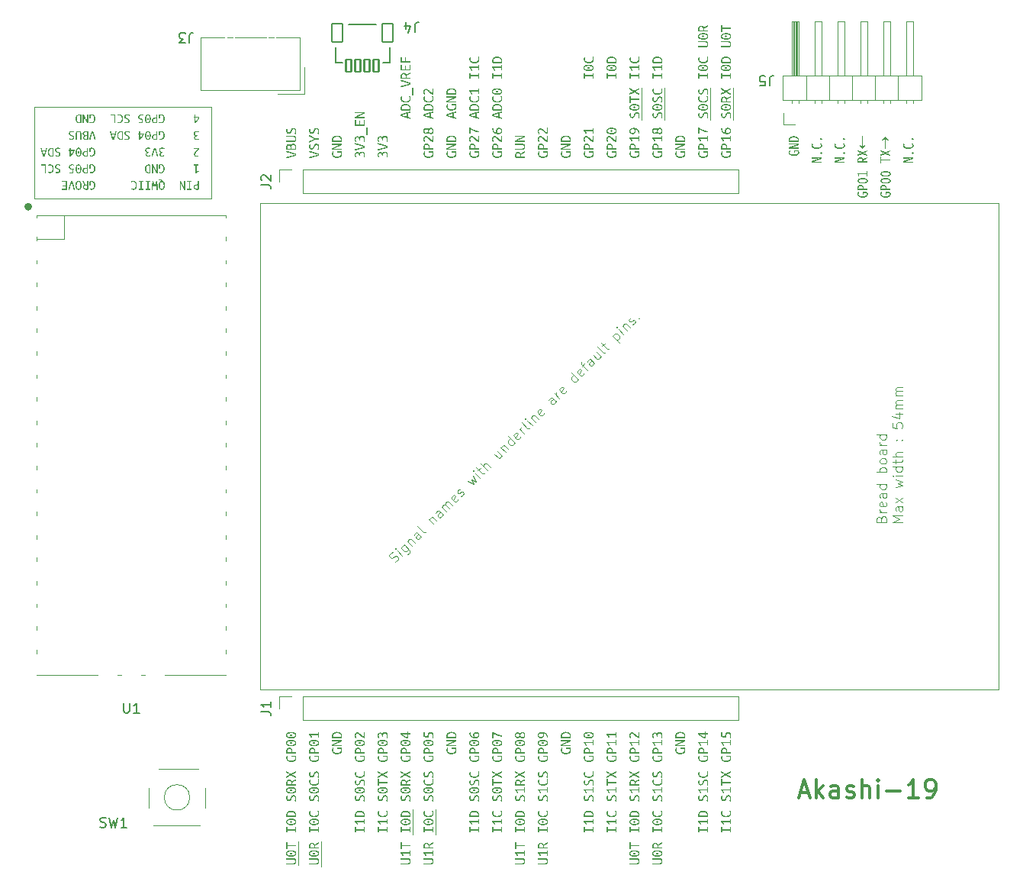
<source format=gto>
G04 #@! TF.GenerationSoftware,KiCad,Pcbnew,7.0.11-7.0.11~ubuntu22.04.1*
G04 #@! TF.CreationDate,2024-10-29T07:47:49+09:00*
G04 #@! TF.ProjectId,Akashi-19,416b6173-6869-42d3-9139-2e6b69636164,rev?*
G04 #@! TF.SameCoordinates,Original*
G04 #@! TF.FileFunction,Legend,Top*
G04 #@! TF.FilePolarity,Positive*
%FSLAX46Y46*%
G04 Gerber Fmt 4.6, Leading zero omitted, Abs format (unit mm)*
G04 Created by KiCad (PCBNEW 7.0.11-7.0.11~ubuntu22.04.1) date 2024-10-29 07:47:49*
%MOMM*%
%LPD*%
G01*
G04 APERTURE LIST*
G04 Aperture macros list*
%AMRoundRect*
0 Rectangle with rounded corners*
0 $1 Rounding radius*
0 $2 $3 $4 $5 $6 $7 $8 $9 X,Y pos of 4 corners*
0 Add a 4 corners polygon primitive as box body*
4,1,4,$2,$3,$4,$5,$6,$7,$8,$9,$2,$3,0*
0 Add four circle primitives for the rounded corners*
1,1,$1+$1,$2,$3*
1,1,$1+$1,$4,$5*
1,1,$1+$1,$6,$7*
1,1,$1+$1,$8,$9*
0 Add four rect primitives between the rounded corners*
20,1,$1+$1,$2,$3,$4,$5,0*
20,1,$1+$1,$4,$5,$6,$7,0*
20,1,$1+$1,$6,$7,$8,$9,0*
20,1,$1+$1,$8,$9,$2,$3,0*%
G04 Aperture macros list end*
%ADD10C,0.100000*%
%ADD11C,0.431000*%
%ADD12C,0.125000*%
%ADD13C,0.300000*%
%ADD14C,0.150000*%
%ADD15C,0.120000*%
%ADD16C,0.203200*%
%ADD17C,5.500000*%
%ADD18R,1.700000X1.700000*%
%ADD19O,1.700000X1.700000*%
%ADD20C,1.700000*%
%ADD21O,1.800000X1.800000*%
%ADD22O,1.500000X1.500000*%
%ADD23R,3.500000X1.700000*%
%ADD24R,1.700000X3.500000*%
%ADD25RoundRect,0.101600X0.300000X0.675000X-0.300000X0.675000X-0.300000X-0.675000X0.300000X-0.675000X0*%
%ADD26RoundRect,0.101600X0.600000X1.000000X-0.600000X1.000000X-0.600000X-1.000000X0.600000X-1.000000X0*%
%ADD27R,1.524000X1.524000*%
%ADD28C,1.524000*%
G04 APERTURE END LIST*
D10*
X178562000Y-64262000D02*
X178562000Y-60706000D01*
X145542000Y-143510000D02*
X145542000Y-140716000D01*
X132842000Y-147066000D02*
X132842000Y-144272000D01*
X126030000Y-73490000D02*
X126030000Y-127490000D01*
X208030000Y-127490000D02*
X208030000Y-73490000D01*
X143002000Y-143510000D02*
X143002000Y-140716000D01*
X208030000Y-73490000D02*
X126030000Y-73490000D01*
X130302000Y-146939000D02*
X130302000Y-144272000D01*
X168402000Y-64262000D02*
X168402000Y-60706000D01*
X100965000Y-62865000D02*
X120650000Y-62865000D01*
X120650000Y-73025000D01*
X100965000Y-73025000D01*
X100965000Y-62865000D01*
X176022000Y-64262000D02*
X176022000Y-60706000D01*
X126030000Y-127490000D02*
X208030000Y-127490000D01*
X170942000Y-64262000D02*
X170942000Y-60706000D01*
D11*
X100545500Y-73914000D02*
G75*
G03*
X100114500Y-73914000I-215500J0D01*
G01*
X100114500Y-73914000D02*
G75*
G03*
X100545500Y-73914000I215500J0D01*
G01*
D12*
G36*
X172711185Y-67924207D02*
G01*
X172711185Y-67779799D01*
X173210051Y-67779799D01*
X173214834Y-67793706D01*
X173219132Y-67807476D01*
X173222774Y-67819919D01*
X173226598Y-67833632D01*
X173230603Y-67848613D01*
X173233725Y-67860682D01*
X173236950Y-67873464D01*
X173240276Y-67886960D01*
X173243495Y-67901047D01*
X173246398Y-67915601D01*
X173248983Y-67930621D01*
X173251253Y-67946108D01*
X173253205Y-67962062D01*
X173254841Y-67978484D01*
X173256160Y-67995372D01*
X173257163Y-68012726D01*
X173257849Y-68030548D01*
X173258219Y-68048837D01*
X173258289Y-68061289D01*
X173258145Y-68073509D01*
X173257387Y-68091585D01*
X173255980Y-68109355D01*
X173253924Y-68126819D01*
X173251218Y-68143977D01*
X173247863Y-68160829D01*
X173243859Y-68177376D01*
X173239205Y-68193616D01*
X173233902Y-68209551D01*
X173227949Y-68225179D01*
X173221347Y-68240502D01*
X173214071Y-68255465D01*
X173206210Y-68270015D01*
X173197763Y-68284152D01*
X173188732Y-68297875D01*
X173179116Y-68311185D01*
X173168915Y-68324082D01*
X173158129Y-68336566D01*
X173146758Y-68348637D01*
X173134802Y-68360294D01*
X173122261Y-68371538D01*
X173113575Y-68378804D01*
X173100002Y-68389286D01*
X173085844Y-68399323D01*
X173071101Y-68408914D01*
X173055772Y-68418060D01*
X173039859Y-68426760D01*
X173028926Y-68432313D01*
X173017732Y-68437668D01*
X173006278Y-68442824D01*
X172994565Y-68447783D01*
X172982591Y-68452544D01*
X172970358Y-68457107D01*
X172957864Y-68461472D01*
X172945110Y-68465639D01*
X172938636Y-68467648D01*
X172925473Y-68471456D01*
X172912089Y-68475018D01*
X172898483Y-68478335D01*
X172884655Y-68481406D01*
X172870605Y-68484231D01*
X172856333Y-68486810D01*
X172841839Y-68489144D01*
X172827124Y-68491232D01*
X172812187Y-68493075D01*
X172797028Y-68494672D01*
X172781647Y-68496023D01*
X172766044Y-68497129D01*
X172750220Y-68497989D01*
X172734173Y-68498603D01*
X172717905Y-68498971D01*
X172701415Y-68499094D01*
X172684744Y-68498957D01*
X172668314Y-68498545D01*
X172652124Y-68497860D01*
X172636176Y-68496900D01*
X172620468Y-68495665D01*
X172605001Y-68494157D01*
X172589776Y-68492374D01*
X172574791Y-68490317D01*
X172560047Y-68487985D01*
X172545543Y-68485379D01*
X172531281Y-68482499D01*
X172517260Y-68479345D01*
X172503480Y-68475916D01*
X172489940Y-68472213D01*
X172476641Y-68468236D01*
X172463584Y-68463984D01*
X172450775Y-68459495D01*
X172438224Y-68454806D01*
X172425931Y-68449916D01*
X172413896Y-68444826D01*
X172402118Y-68439536D01*
X172390597Y-68434045D01*
X172379334Y-68428354D01*
X172368329Y-68422463D01*
X172357581Y-68416371D01*
X172347091Y-68410079D01*
X172331839Y-68400265D01*
X172317167Y-68390001D01*
X172303074Y-68379285D01*
X172289561Y-68368119D01*
X172276578Y-68356550D01*
X172264191Y-68344627D01*
X172252399Y-68332350D01*
X172241204Y-68319719D01*
X172230603Y-68306733D01*
X172220599Y-68293393D01*
X172211190Y-68279699D01*
X172202377Y-68265651D01*
X172194160Y-68251249D01*
X172186539Y-68236492D01*
X172181789Y-68226458D01*
X172175132Y-68211181D01*
X172169130Y-68195689D01*
X172163783Y-68179983D01*
X172159091Y-68164062D01*
X172155054Y-68147926D01*
X172151671Y-68131575D01*
X172148943Y-68115010D01*
X172146869Y-68098230D01*
X172145451Y-68081236D01*
X172144687Y-68064027D01*
X172144542Y-68052435D01*
X172144680Y-68037699D01*
X172145095Y-68023412D01*
X172145787Y-68009573D01*
X172146755Y-67996183D01*
X172148000Y-67983241D01*
X172149522Y-67970747D01*
X172151813Y-67955761D01*
X172153395Y-67947105D01*
X172156156Y-67933122D01*
X172159096Y-67919795D01*
X172162215Y-67907124D01*
X172165512Y-67895108D01*
X172169705Y-67881556D01*
X172174156Y-67868948D01*
X172178768Y-67857105D01*
X172184230Y-67844320D01*
X172189779Y-67832645D01*
X172196228Y-67820662D01*
X172199496Y-67815214D01*
X172206398Y-67804186D01*
X172212933Y-67793858D01*
X172219646Y-67783463D01*
X172339936Y-67830785D01*
X172331578Y-67841170D01*
X172323602Y-67852022D01*
X172316008Y-67863342D01*
X172308795Y-67875130D01*
X172301964Y-67887385D01*
X172295514Y-67900108D01*
X172289446Y-67913298D01*
X172283760Y-67926955D01*
X172278608Y-67940866D01*
X172274143Y-67954967D01*
X172270365Y-67969259D01*
X172267274Y-67983742D01*
X172264869Y-67998415D01*
X172263152Y-68013280D01*
X172262122Y-68028335D01*
X172261778Y-68043581D01*
X172262054Y-68056032D01*
X172262884Y-68068311D01*
X172264849Y-68084415D01*
X172267797Y-68100215D01*
X172271728Y-68115709D01*
X172276641Y-68130898D01*
X172282538Y-68145782D01*
X172289416Y-68160360D01*
X172293224Y-68167534D01*
X172301496Y-68181550D01*
X172310589Y-68195050D01*
X172317946Y-68204837D01*
X172325765Y-68214334D01*
X172334046Y-68223541D01*
X172342789Y-68232459D01*
X172351992Y-68241087D01*
X172361658Y-68249425D01*
X172371785Y-68257473D01*
X172382373Y-68265232D01*
X172393402Y-68272635D01*
X172404849Y-68279732D01*
X172416714Y-68286524D01*
X172428999Y-68293009D01*
X172441701Y-68299189D01*
X172454823Y-68305063D01*
X172468363Y-68310631D01*
X172482322Y-68315893D01*
X172496699Y-68320849D01*
X172511495Y-68325499D01*
X172521591Y-68328429D01*
X172536979Y-68332521D01*
X172552689Y-68336211D01*
X172568721Y-68339498D01*
X172585075Y-68342383D01*
X172601752Y-68344865D01*
X172618750Y-68346944D01*
X172636070Y-68348621D01*
X172653712Y-68349896D01*
X172671676Y-68350768D01*
X172689962Y-68351238D01*
X172702331Y-68351327D01*
X172720499Y-68351150D01*
X172738367Y-68350619D01*
X172755933Y-68349733D01*
X172773200Y-68348494D01*
X172790166Y-68346900D01*
X172806831Y-68344952D01*
X172823196Y-68342649D01*
X172839260Y-68339993D01*
X172855023Y-68336982D01*
X172870487Y-68333617D01*
X172880628Y-68331177D01*
X172895485Y-68327235D01*
X172909945Y-68322966D01*
X172924007Y-68318370D01*
X172937672Y-68313446D01*
X172950941Y-68308194D01*
X172963812Y-68302616D01*
X172976286Y-68296710D01*
X172988362Y-68290476D01*
X173000042Y-68283916D01*
X173011325Y-68277027D01*
X173018626Y-68272254D01*
X173029222Y-68264822D01*
X173039373Y-68257069D01*
X173049079Y-68248994D01*
X173058339Y-68240597D01*
X173067154Y-68231878D01*
X173075523Y-68222837D01*
X173083447Y-68213474D01*
X173090925Y-68203789D01*
X173097958Y-68193782D01*
X173104546Y-68183453D01*
X173108690Y-68176388D01*
X173114474Y-68165536D01*
X173119688Y-68154388D01*
X173124334Y-68142946D01*
X173128411Y-68131208D01*
X173131919Y-68119175D01*
X173134858Y-68106847D01*
X173137228Y-68094224D01*
X173139030Y-68081305D01*
X173140262Y-68068092D01*
X173140926Y-68054583D01*
X173141052Y-68045413D01*
X173140943Y-68033024D01*
X173140497Y-68018545D01*
X173139708Y-68005183D01*
X173138577Y-67992940D01*
X173136766Y-67979724D01*
X173134030Y-67966339D01*
X173130519Y-67953173D01*
X173126570Y-67940460D01*
X173122181Y-67928939D01*
X173119986Y-67924207D01*
X172711185Y-67924207D01*
G37*
G36*
X173238750Y-67070884D02*
G01*
X173220500Y-67078337D01*
X173202466Y-67085734D01*
X173184646Y-67093077D01*
X173167041Y-67100365D01*
X173149651Y-67107598D01*
X173132475Y-67114776D01*
X173115514Y-67121900D01*
X173098768Y-67128968D01*
X173082236Y-67135982D01*
X173065919Y-67142940D01*
X173049817Y-67149844D01*
X173033929Y-67156693D01*
X173018256Y-67163488D01*
X173002798Y-67170227D01*
X172987554Y-67176911D01*
X172972525Y-67183541D01*
X172957625Y-67190090D01*
X172942844Y-67196607D01*
X172928182Y-67203094D01*
X172913639Y-67209549D01*
X172899216Y-67215974D01*
X172884912Y-67222367D01*
X172870728Y-67228730D01*
X172856662Y-67235061D01*
X172842716Y-67241361D01*
X172828889Y-67247631D01*
X172815181Y-67253869D01*
X172801593Y-67260077D01*
X172788124Y-67266253D01*
X172774774Y-67272399D01*
X172761543Y-67278513D01*
X172748432Y-67284596D01*
X172735426Y-67290624D01*
X172722510Y-67296646D01*
X172709685Y-67302664D01*
X172696950Y-67308677D01*
X172684306Y-67314686D01*
X172671753Y-67320689D01*
X172659291Y-67326688D01*
X172646919Y-67332682D01*
X172634637Y-67338671D01*
X172622447Y-67344655D01*
X172610347Y-67350635D01*
X172598337Y-67356610D01*
X172586418Y-67362580D01*
X172574590Y-67368545D01*
X172562853Y-67374506D01*
X172551206Y-67380462D01*
X172539564Y-67386384D01*
X172527917Y-67392321D01*
X172516265Y-67398272D01*
X172504609Y-67404237D01*
X172492948Y-67410217D01*
X172481282Y-67416211D01*
X172469611Y-67422219D01*
X172457936Y-67428242D01*
X172446255Y-67434279D01*
X172434570Y-67440330D01*
X172422881Y-67446395D01*
X172411186Y-67452475D01*
X172399487Y-67458569D01*
X172387783Y-67464678D01*
X172376074Y-67470801D01*
X172364360Y-67476938D01*
X173238750Y-67476938D01*
X173238750Y-67608829D01*
X172144542Y-67608829D01*
X172144542Y-67461062D01*
X172161011Y-67452128D01*
X172177219Y-67443340D01*
X172193164Y-67434697D01*
X172208846Y-67426200D01*
X172224266Y-67417848D01*
X172239424Y-67409642D01*
X172254320Y-67401581D01*
X172268953Y-67393666D01*
X172283323Y-67385896D01*
X172297432Y-67378272D01*
X172311278Y-67370793D01*
X172324861Y-67363460D01*
X172338183Y-67356272D01*
X172351242Y-67349230D01*
X172364038Y-67342333D01*
X172376572Y-67335582D01*
X172388914Y-67328900D01*
X172401211Y-67322287D01*
X172413463Y-67315743D01*
X172425669Y-67309269D01*
X172437830Y-67302863D01*
X172449945Y-67296527D01*
X172462016Y-67290260D01*
X172474040Y-67284062D01*
X172486020Y-67277933D01*
X172497954Y-67271874D01*
X172509843Y-67265884D01*
X172521687Y-67259962D01*
X172533485Y-67254110D01*
X172545238Y-67248327D01*
X172556946Y-67242614D01*
X172568608Y-67236969D01*
X172580231Y-67231370D01*
X172591897Y-67225792D01*
X172603606Y-67220236D01*
X172615358Y-67214701D01*
X172627153Y-67209188D01*
X172638990Y-67203696D01*
X172650871Y-67198225D01*
X172662794Y-67192776D01*
X172674761Y-67187349D01*
X172686770Y-67181943D01*
X172698823Y-67176558D01*
X172710918Y-67171195D01*
X172723056Y-67165854D01*
X172735237Y-67160534D01*
X172747461Y-67155235D01*
X172759728Y-67149958D01*
X172772137Y-67144649D01*
X172784787Y-67139258D01*
X172797678Y-67133783D01*
X172810809Y-67128224D01*
X172824182Y-67122582D01*
X172837795Y-67116856D01*
X172851650Y-67111047D01*
X172865745Y-67105154D01*
X172880081Y-67099178D01*
X172894658Y-67093119D01*
X172909476Y-67086976D01*
X172924535Y-67080749D01*
X172939835Y-67074439D01*
X172955375Y-67068046D01*
X172971157Y-67061569D01*
X172987179Y-67055008D01*
X172144542Y-67055008D01*
X172144542Y-66923117D01*
X173238750Y-66923117D01*
X173238750Y-67070884D01*
G37*
G36*
X172710132Y-66022314D02*
G01*
X172728268Y-66022758D01*
X172746053Y-66023497D01*
X172763487Y-66024532D01*
X172780571Y-66025863D01*
X172797304Y-66027490D01*
X172813687Y-66029412D01*
X172829719Y-66031631D01*
X172845400Y-66034145D01*
X172860731Y-66036954D01*
X172875711Y-66040060D01*
X172890341Y-66043461D01*
X172904620Y-66047158D01*
X172918548Y-66051151D01*
X172932126Y-66055440D01*
X172945353Y-66060024D01*
X172958215Y-66064866D01*
X172970774Y-66069927D01*
X172983030Y-66075208D01*
X172994984Y-66080708D01*
X173006634Y-66086428D01*
X173017982Y-66092367D01*
X173029026Y-66098526D01*
X173039768Y-66104904D01*
X173050207Y-66111501D01*
X173060343Y-66118318D01*
X173074978Y-66128955D01*
X173088933Y-66140085D01*
X173102205Y-66151709D01*
X173114796Y-66163827D01*
X173126678Y-66176409D01*
X173137937Y-66189426D01*
X173148574Y-66202878D01*
X173158588Y-66216764D01*
X173167980Y-66231085D01*
X173176749Y-66245840D01*
X173184896Y-66261031D01*
X173192420Y-66276656D01*
X173199321Y-66292716D01*
X173205600Y-66309210D01*
X173209440Y-66320448D01*
X173214678Y-66337526D01*
X173219401Y-66354873D01*
X173223608Y-66372488D01*
X173227301Y-66390372D01*
X173229476Y-66402443D01*
X173231422Y-66414634D01*
X173233140Y-66426944D01*
X173234628Y-66439373D01*
X173235887Y-66451922D01*
X173236918Y-66464589D01*
X173237719Y-66477376D01*
X173238292Y-66490283D01*
X173238635Y-66503308D01*
X173238750Y-66516453D01*
X173238648Y-66530084D01*
X173238344Y-66543730D01*
X173237837Y-66557390D01*
X173237128Y-66571064D01*
X173236215Y-66584752D01*
X173235100Y-66598455D01*
X173233782Y-66612173D01*
X173232262Y-66625904D01*
X173230539Y-66639650D01*
X173228612Y-66653410D01*
X173226484Y-66667184D01*
X173224152Y-66680973D01*
X173221618Y-66694776D01*
X173218881Y-66708594D01*
X173215941Y-66722425D01*
X173212799Y-66736271D01*
X172170492Y-66736271D01*
X172167350Y-66722425D01*
X172164410Y-66708594D01*
X172161673Y-66694776D01*
X172159139Y-66680973D01*
X172156807Y-66667184D01*
X172154679Y-66653410D01*
X172152753Y-66639650D01*
X172151029Y-66625904D01*
X172149509Y-66612173D01*
X172148191Y-66598455D01*
X172147076Y-66584752D01*
X172146163Y-66571064D01*
X172145454Y-66557390D01*
X172144947Y-66543730D01*
X172144643Y-66530084D01*
X172144542Y-66516453D01*
X172144619Y-66507599D01*
X172261778Y-66507599D01*
X172261851Y-66520406D01*
X172262068Y-66533069D01*
X172262430Y-66545587D01*
X172262694Y-66552479D01*
X172263505Y-66565800D01*
X172264793Y-66578286D01*
X172266761Y-66591057D01*
X172266968Y-66592168D01*
X173116323Y-66592168D01*
X173117818Y-66578385D01*
X173119060Y-66564512D01*
X173120048Y-66550550D01*
X173120783Y-66536498D01*
X173121265Y-66522357D01*
X173121493Y-66508126D01*
X173121513Y-66502409D01*
X173121304Y-66487735D01*
X173120676Y-66473368D01*
X173119629Y-66459306D01*
X173118164Y-66445551D01*
X173116280Y-66432101D01*
X173113978Y-66418957D01*
X173111257Y-66406119D01*
X173108118Y-66393587D01*
X173104560Y-66381361D01*
X173100583Y-66369441D01*
X173097699Y-66361664D01*
X173092987Y-66350272D01*
X173087782Y-66339224D01*
X173080073Y-66325027D01*
X173071486Y-66311441D01*
X173062022Y-66298466D01*
X173051680Y-66286101D01*
X173040460Y-66274347D01*
X173031469Y-66265932D01*
X173021984Y-66257861D01*
X173011989Y-66250130D01*
X173001469Y-66242737D01*
X172990423Y-66235683D01*
X172978850Y-66228967D01*
X172966752Y-66222588D01*
X172954128Y-66216548D01*
X172940978Y-66210846D01*
X172927302Y-66205482D01*
X172913100Y-66200456D01*
X172898372Y-66195768D01*
X172888261Y-66192831D01*
X172872578Y-66188739D01*
X172856326Y-66185049D01*
X172839505Y-66181762D01*
X172822115Y-66178878D01*
X172804156Y-66176396D01*
X172791868Y-66174964D01*
X172779327Y-66173712D01*
X172766533Y-66172639D01*
X172753486Y-66171744D01*
X172740186Y-66171029D01*
X172726633Y-66170492D01*
X172712828Y-66170134D01*
X172698769Y-66169956D01*
X172691646Y-66169933D01*
X172677889Y-66170017D01*
X172664363Y-66170267D01*
X172651067Y-66170685D01*
X172638003Y-66171269D01*
X172625169Y-66172020D01*
X172612566Y-66172939D01*
X172600194Y-66174024D01*
X172576141Y-66176695D01*
X172553012Y-66180034D01*
X172530806Y-66184042D01*
X172509523Y-66188717D01*
X172489163Y-66194059D01*
X172469727Y-66200070D01*
X172451213Y-66206749D01*
X172433622Y-66214095D01*
X172416954Y-66222109D01*
X172401210Y-66230791D01*
X172386388Y-66240141D01*
X172372490Y-66250159D01*
X172365887Y-66255418D01*
X172353280Y-66266385D01*
X172341486Y-66277992D01*
X172330506Y-66290237D01*
X172320339Y-66303122D01*
X172310986Y-66316646D01*
X172302445Y-66330809D01*
X172294719Y-66345612D01*
X172287805Y-66361053D01*
X172281705Y-66377134D01*
X172276418Y-66393854D01*
X172271945Y-66411214D01*
X172268285Y-66429212D01*
X172265438Y-66447850D01*
X172263405Y-66467127D01*
X172262185Y-66487043D01*
X172261778Y-66507599D01*
X172144619Y-66507599D01*
X172144657Y-66503308D01*
X172145004Y-66490283D01*
X172145583Y-66477376D01*
X172146392Y-66464589D01*
X172147434Y-66451922D01*
X172148706Y-66439373D01*
X172150210Y-66426944D01*
X172151945Y-66414634D01*
X172153912Y-66402443D01*
X172156110Y-66390372D01*
X172159840Y-66372488D01*
X172164092Y-66354873D01*
X172168864Y-66337526D01*
X172174156Y-66320448D01*
X172179976Y-66303664D01*
X172186446Y-66287314D01*
X172193565Y-66271399D01*
X172201333Y-66255919D01*
X172209750Y-66240874D01*
X172218817Y-66226263D01*
X172228534Y-66212087D01*
X172238899Y-66198346D01*
X172249915Y-66185039D01*
X172261579Y-66172167D01*
X172269716Y-66163827D01*
X172282416Y-66151709D01*
X172295787Y-66140085D01*
X172309829Y-66128955D01*
X172324542Y-66118318D01*
X172334723Y-66111501D01*
X172345202Y-66104904D01*
X172355980Y-66098526D01*
X172367055Y-66092367D01*
X172378429Y-66086428D01*
X172390101Y-66080708D01*
X172402071Y-66075208D01*
X172414339Y-66069927D01*
X172426906Y-66064866D01*
X172439770Y-66060024D01*
X172452954Y-66055440D01*
X172466479Y-66051151D01*
X172480346Y-66047158D01*
X172494553Y-66043461D01*
X172509101Y-66040060D01*
X172523991Y-66036954D01*
X172539222Y-66034145D01*
X172554793Y-66031631D01*
X172570706Y-66029412D01*
X172586960Y-66027490D01*
X172603555Y-66025863D01*
X172620491Y-66024532D01*
X172637768Y-66023497D01*
X172655386Y-66022758D01*
X172673345Y-66022314D01*
X172691646Y-66022166D01*
X172710132Y-66022314D01*
G37*
G36*
X134611185Y-67924207D02*
G01*
X134611185Y-67779799D01*
X135110051Y-67779799D01*
X135114834Y-67793706D01*
X135119132Y-67807476D01*
X135122774Y-67819919D01*
X135126598Y-67833632D01*
X135130603Y-67848613D01*
X135133725Y-67860682D01*
X135136950Y-67873464D01*
X135140276Y-67886960D01*
X135143495Y-67901047D01*
X135146398Y-67915601D01*
X135148983Y-67930621D01*
X135151253Y-67946108D01*
X135153205Y-67962062D01*
X135154841Y-67978484D01*
X135156160Y-67995372D01*
X135157163Y-68012726D01*
X135157849Y-68030548D01*
X135158219Y-68048837D01*
X135158289Y-68061289D01*
X135158145Y-68073509D01*
X135157387Y-68091585D01*
X135155980Y-68109355D01*
X135153924Y-68126819D01*
X135151218Y-68143977D01*
X135147863Y-68160829D01*
X135143859Y-68177376D01*
X135139205Y-68193616D01*
X135133902Y-68209551D01*
X135127949Y-68225179D01*
X135121347Y-68240502D01*
X135114071Y-68255465D01*
X135106210Y-68270015D01*
X135097763Y-68284152D01*
X135088732Y-68297875D01*
X135079116Y-68311185D01*
X135068915Y-68324082D01*
X135058129Y-68336566D01*
X135046758Y-68348637D01*
X135034802Y-68360294D01*
X135022261Y-68371538D01*
X135013575Y-68378804D01*
X135000002Y-68389286D01*
X134985844Y-68399323D01*
X134971101Y-68408914D01*
X134955772Y-68418060D01*
X134939859Y-68426760D01*
X134928926Y-68432313D01*
X134917732Y-68437668D01*
X134906278Y-68442824D01*
X134894565Y-68447783D01*
X134882591Y-68452544D01*
X134870358Y-68457107D01*
X134857864Y-68461472D01*
X134845110Y-68465639D01*
X134838636Y-68467648D01*
X134825473Y-68471456D01*
X134812089Y-68475018D01*
X134798483Y-68478335D01*
X134784655Y-68481406D01*
X134770605Y-68484231D01*
X134756333Y-68486810D01*
X134741839Y-68489144D01*
X134727124Y-68491232D01*
X134712187Y-68493075D01*
X134697028Y-68494672D01*
X134681647Y-68496023D01*
X134666044Y-68497129D01*
X134650220Y-68497989D01*
X134634173Y-68498603D01*
X134617905Y-68498971D01*
X134601415Y-68499094D01*
X134584744Y-68498957D01*
X134568314Y-68498545D01*
X134552124Y-68497860D01*
X134536176Y-68496900D01*
X134520468Y-68495665D01*
X134505001Y-68494157D01*
X134489776Y-68492374D01*
X134474791Y-68490317D01*
X134460047Y-68487985D01*
X134445543Y-68485379D01*
X134431281Y-68482499D01*
X134417260Y-68479345D01*
X134403480Y-68475916D01*
X134389940Y-68472213D01*
X134376641Y-68468236D01*
X134363584Y-68463984D01*
X134350775Y-68459495D01*
X134338224Y-68454806D01*
X134325931Y-68449916D01*
X134313896Y-68444826D01*
X134302118Y-68439536D01*
X134290597Y-68434045D01*
X134279334Y-68428354D01*
X134268329Y-68422463D01*
X134257581Y-68416371D01*
X134247091Y-68410079D01*
X134231839Y-68400265D01*
X134217167Y-68390001D01*
X134203074Y-68379285D01*
X134189561Y-68368119D01*
X134176578Y-68356550D01*
X134164191Y-68344627D01*
X134152399Y-68332350D01*
X134141204Y-68319719D01*
X134130603Y-68306733D01*
X134120599Y-68293393D01*
X134111190Y-68279699D01*
X134102377Y-68265651D01*
X134094160Y-68251249D01*
X134086539Y-68236492D01*
X134081789Y-68226458D01*
X134075132Y-68211181D01*
X134069130Y-68195689D01*
X134063783Y-68179983D01*
X134059091Y-68164062D01*
X134055054Y-68147926D01*
X134051671Y-68131575D01*
X134048943Y-68115010D01*
X134046869Y-68098230D01*
X134045451Y-68081236D01*
X134044687Y-68064027D01*
X134044542Y-68052435D01*
X134044680Y-68037699D01*
X134045095Y-68023412D01*
X134045787Y-68009573D01*
X134046755Y-67996183D01*
X134048000Y-67983241D01*
X134049522Y-67970747D01*
X134051813Y-67955761D01*
X134053395Y-67947105D01*
X134056156Y-67933122D01*
X134059096Y-67919795D01*
X134062215Y-67907124D01*
X134065512Y-67895108D01*
X134069705Y-67881556D01*
X134074156Y-67868948D01*
X134078768Y-67857105D01*
X134084230Y-67844320D01*
X134089779Y-67832645D01*
X134096228Y-67820662D01*
X134099496Y-67815214D01*
X134106398Y-67804186D01*
X134112933Y-67793858D01*
X134119646Y-67783463D01*
X134239936Y-67830785D01*
X134231578Y-67841170D01*
X134223602Y-67852022D01*
X134216008Y-67863342D01*
X134208795Y-67875130D01*
X134201964Y-67887385D01*
X134195514Y-67900108D01*
X134189446Y-67913298D01*
X134183760Y-67926955D01*
X134178608Y-67940866D01*
X134174143Y-67954967D01*
X134170365Y-67969259D01*
X134167274Y-67983742D01*
X134164869Y-67998415D01*
X134163152Y-68013280D01*
X134162122Y-68028335D01*
X134161778Y-68043581D01*
X134162054Y-68056032D01*
X134162884Y-68068311D01*
X134164849Y-68084415D01*
X134167797Y-68100215D01*
X134171728Y-68115709D01*
X134176641Y-68130898D01*
X134182538Y-68145782D01*
X134189416Y-68160360D01*
X134193224Y-68167534D01*
X134201496Y-68181550D01*
X134210589Y-68195050D01*
X134217946Y-68204837D01*
X134225765Y-68214334D01*
X134234046Y-68223541D01*
X134242789Y-68232459D01*
X134251992Y-68241087D01*
X134261658Y-68249425D01*
X134271785Y-68257473D01*
X134282373Y-68265232D01*
X134293402Y-68272635D01*
X134304849Y-68279732D01*
X134316714Y-68286524D01*
X134328999Y-68293009D01*
X134341701Y-68299189D01*
X134354823Y-68305063D01*
X134368363Y-68310631D01*
X134382322Y-68315893D01*
X134396699Y-68320849D01*
X134411495Y-68325499D01*
X134421591Y-68328429D01*
X134436979Y-68332521D01*
X134452689Y-68336211D01*
X134468721Y-68339498D01*
X134485075Y-68342383D01*
X134501752Y-68344865D01*
X134518750Y-68346944D01*
X134536070Y-68348621D01*
X134553712Y-68349896D01*
X134571676Y-68350768D01*
X134589962Y-68351238D01*
X134602331Y-68351327D01*
X134620499Y-68351150D01*
X134638367Y-68350619D01*
X134655933Y-68349733D01*
X134673200Y-68348494D01*
X134690166Y-68346900D01*
X134706831Y-68344952D01*
X134723196Y-68342649D01*
X134739260Y-68339993D01*
X134755023Y-68336982D01*
X134770487Y-68333617D01*
X134780628Y-68331177D01*
X134795485Y-68327235D01*
X134809945Y-68322966D01*
X134824007Y-68318370D01*
X134837672Y-68313446D01*
X134850941Y-68308194D01*
X134863812Y-68302616D01*
X134876286Y-68296710D01*
X134888362Y-68290476D01*
X134900042Y-68283916D01*
X134911325Y-68277027D01*
X134918626Y-68272254D01*
X134929222Y-68264822D01*
X134939373Y-68257069D01*
X134949079Y-68248994D01*
X134958339Y-68240597D01*
X134967154Y-68231878D01*
X134975523Y-68222837D01*
X134983447Y-68213474D01*
X134990925Y-68203789D01*
X134997958Y-68193782D01*
X135004546Y-68183453D01*
X135008690Y-68176388D01*
X135014474Y-68165536D01*
X135019688Y-68154388D01*
X135024334Y-68142946D01*
X135028411Y-68131208D01*
X135031919Y-68119175D01*
X135034858Y-68106847D01*
X135037228Y-68094224D01*
X135039030Y-68081305D01*
X135040262Y-68068092D01*
X135040926Y-68054583D01*
X135041052Y-68045413D01*
X135040943Y-68033024D01*
X135040497Y-68018545D01*
X135039708Y-68005183D01*
X135038577Y-67992940D01*
X135036766Y-67979724D01*
X135034030Y-67966339D01*
X135030519Y-67953173D01*
X135026570Y-67940460D01*
X135022181Y-67928939D01*
X135019986Y-67924207D01*
X134611185Y-67924207D01*
G37*
G36*
X135138750Y-67070884D02*
G01*
X135120500Y-67078337D01*
X135102466Y-67085734D01*
X135084646Y-67093077D01*
X135067041Y-67100365D01*
X135049651Y-67107598D01*
X135032475Y-67114776D01*
X135015514Y-67121900D01*
X134998768Y-67128968D01*
X134982236Y-67135982D01*
X134965919Y-67142940D01*
X134949817Y-67149844D01*
X134933929Y-67156693D01*
X134918256Y-67163488D01*
X134902798Y-67170227D01*
X134887554Y-67176911D01*
X134872525Y-67183541D01*
X134857625Y-67190090D01*
X134842844Y-67196607D01*
X134828182Y-67203094D01*
X134813639Y-67209549D01*
X134799216Y-67215974D01*
X134784912Y-67222367D01*
X134770728Y-67228730D01*
X134756662Y-67235061D01*
X134742716Y-67241361D01*
X134728889Y-67247631D01*
X134715181Y-67253869D01*
X134701593Y-67260077D01*
X134688124Y-67266253D01*
X134674774Y-67272399D01*
X134661543Y-67278513D01*
X134648432Y-67284596D01*
X134635426Y-67290624D01*
X134622510Y-67296646D01*
X134609685Y-67302664D01*
X134596950Y-67308677D01*
X134584306Y-67314686D01*
X134571753Y-67320689D01*
X134559291Y-67326688D01*
X134546919Y-67332682D01*
X134534637Y-67338671D01*
X134522447Y-67344655D01*
X134510347Y-67350635D01*
X134498337Y-67356610D01*
X134486418Y-67362580D01*
X134474590Y-67368545D01*
X134462853Y-67374506D01*
X134451206Y-67380462D01*
X134439564Y-67386384D01*
X134427917Y-67392321D01*
X134416265Y-67398272D01*
X134404609Y-67404237D01*
X134392948Y-67410217D01*
X134381282Y-67416211D01*
X134369611Y-67422219D01*
X134357936Y-67428242D01*
X134346255Y-67434279D01*
X134334570Y-67440330D01*
X134322881Y-67446395D01*
X134311186Y-67452475D01*
X134299487Y-67458569D01*
X134287783Y-67464678D01*
X134276074Y-67470801D01*
X134264360Y-67476938D01*
X135138750Y-67476938D01*
X135138750Y-67608829D01*
X134044542Y-67608829D01*
X134044542Y-67461062D01*
X134061011Y-67452128D01*
X134077219Y-67443340D01*
X134093164Y-67434697D01*
X134108846Y-67426200D01*
X134124266Y-67417848D01*
X134139424Y-67409642D01*
X134154320Y-67401581D01*
X134168953Y-67393666D01*
X134183323Y-67385896D01*
X134197432Y-67378272D01*
X134211278Y-67370793D01*
X134224861Y-67363460D01*
X134238183Y-67356272D01*
X134251242Y-67349230D01*
X134264038Y-67342333D01*
X134276572Y-67335582D01*
X134288914Y-67328900D01*
X134301211Y-67322287D01*
X134313463Y-67315743D01*
X134325669Y-67309269D01*
X134337830Y-67302863D01*
X134349945Y-67296527D01*
X134362016Y-67290260D01*
X134374040Y-67284062D01*
X134386020Y-67277933D01*
X134397954Y-67271874D01*
X134409843Y-67265884D01*
X134421687Y-67259962D01*
X134433485Y-67254110D01*
X134445238Y-67248327D01*
X134456946Y-67242614D01*
X134468608Y-67236969D01*
X134480231Y-67231370D01*
X134491897Y-67225792D01*
X134503606Y-67220236D01*
X134515358Y-67214701D01*
X134527153Y-67209188D01*
X134538990Y-67203696D01*
X134550871Y-67198225D01*
X134562794Y-67192776D01*
X134574761Y-67187349D01*
X134586770Y-67181943D01*
X134598823Y-67176558D01*
X134610918Y-67171195D01*
X134623056Y-67165854D01*
X134635237Y-67160534D01*
X134647461Y-67155235D01*
X134659728Y-67149958D01*
X134672137Y-67144649D01*
X134684787Y-67139258D01*
X134697678Y-67133783D01*
X134710809Y-67128224D01*
X134724182Y-67122582D01*
X134737795Y-67116856D01*
X134751650Y-67111047D01*
X134765745Y-67105154D01*
X134780081Y-67099178D01*
X134794658Y-67093119D01*
X134809476Y-67086976D01*
X134824535Y-67080749D01*
X134839835Y-67074439D01*
X134855375Y-67068046D01*
X134871157Y-67061569D01*
X134887179Y-67055008D01*
X134044542Y-67055008D01*
X134044542Y-66923117D01*
X135138750Y-66923117D01*
X135138750Y-67070884D01*
G37*
G36*
X134610132Y-66022314D02*
G01*
X134628268Y-66022758D01*
X134646053Y-66023497D01*
X134663487Y-66024532D01*
X134680571Y-66025863D01*
X134697304Y-66027490D01*
X134713687Y-66029412D01*
X134729719Y-66031631D01*
X134745400Y-66034145D01*
X134760731Y-66036954D01*
X134775711Y-66040060D01*
X134790341Y-66043461D01*
X134804620Y-66047158D01*
X134818548Y-66051151D01*
X134832126Y-66055440D01*
X134845353Y-66060024D01*
X134858215Y-66064866D01*
X134870774Y-66069927D01*
X134883030Y-66075208D01*
X134894984Y-66080708D01*
X134906634Y-66086428D01*
X134917982Y-66092367D01*
X134929026Y-66098526D01*
X134939768Y-66104904D01*
X134950207Y-66111501D01*
X134960343Y-66118318D01*
X134974978Y-66128955D01*
X134988933Y-66140085D01*
X135002205Y-66151709D01*
X135014796Y-66163827D01*
X135026678Y-66176409D01*
X135037937Y-66189426D01*
X135048574Y-66202878D01*
X135058588Y-66216764D01*
X135067980Y-66231085D01*
X135076749Y-66245840D01*
X135084896Y-66261031D01*
X135092420Y-66276656D01*
X135099321Y-66292716D01*
X135105600Y-66309210D01*
X135109440Y-66320448D01*
X135114678Y-66337526D01*
X135119401Y-66354873D01*
X135123608Y-66372488D01*
X135127301Y-66390372D01*
X135129476Y-66402443D01*
X135131422Y-66414634D01*
X135133140Y-66426944D01*
X135134628Y-66439373D01*
X135135887Y-66451922D01*
X135136918Y-66464589D01*
X135137719Y-66477376D01*
X135138292Y-66490283D01*
X135138635Y-66503308D01*
X135138750Y-66516453D01*
X135138648Y-66530084D01*
X135138344Y-66543730D01*
X135137837Y-66557390D01*
X135137128Y-66571064D01*
X135136215Y-66584752D01*
X135135100Y-66598455D01*
X135133782Y-66612173D01*
X135132262Y-66625904D01*
X135130539Y-66639650D01*
X135128612Y-66653410D01*
X135126484Y-66667184D01*
X135124152Y-66680973D01*
X135121618Y-66694776D01*
X135118881Y-66708594D01*
X135115941Y-66722425D01*
X135112799Y-66736271D01*
X134070492Y-66736271D01*
X134067350Y-66722425D01*
X134064410Y-66708594D01*
X134061673Y-66694776D01*
X134059139Y-66680973D01*
X134056807Y-66667184D01*
X134054679Y-66653410D01*
X134052753Y-66639650D01*
X134051029Y-66625904D01*
X134049509Y-66612173D01*
X134048191Y-66598455D01*
X134047076Y-66584752D01*
X134046163Y-66571064D01*
X134045454Y-66557390D01*
X134044947Y-66543730D01*
X134044643Y-66530084D01*
X134044542Y-66516453D01*
X134044619Y-66507599D01*
X134161778Y-66507599D01*
X134161851Y-66520406D01*
X134162068Y-66533069D01*
X134162430Y-66545587D01*
X134162694Y-66552479D01*
X134163505Y-66565800D01*
X134164793Y-66578286D01*
X134166761Y-66591057D01*
X134166968Y-66592168D01*
X135016323Y-66592168D01*
X135017818Y-66578385D01*
X135019060Y-66564512D01*
X135020048Y-66550550D01*
X135020783Y-66536498D01*
X135021265Y-66522357D01*
X135021493Y-66508126D01*
X135021513Y-66502409D01*
X135021304Y-66487735D01*
X135020676Y-66473368D01*
X135019629Y-66459306D01*
X135018164Y-66445551D01*
X135016280Y-66432101D01*
X135013978Y-66418957D01*
X135011257Y-66406119D01*
X135008118Y-66393587D01*
X135004560Y-66381361D01*
X135000583Y-66369441D01*
X134997699Y-66361664D01*
X134992987Y-66350272D01*
X134987782Y-66339224D01*
X134980073Y-66325027D01*
X134971486Y-66311441D01*
X134962022Y-66298466D01*
X134951680Y-66286101D01*
X134940460Y-66274347D01*
X134931469Y-66265932D01*
X134921984Y-66257861D01*
X134911989Y-66250130D01*
X134901469Y-66242737D01*
X134890423Y-66235683D01*
X134878850Y-66228967D01*
X134866752Y-66222588D01*
X134854128Y-66216548D01*
X134840978Y-66210846D01*
X134827302Y-66205482D01*
X134813100Y-66200456D01*
X134798372Y-66195768D01*
X134788261Y-66192831D01*
X134772578Y-66188739D01*
X134756326Y-66185049D01*
X134739505Y-66181762D01*
X134722115Y-66178878D01*
X134704156Y-66176396D01*
X134691868Y-66174964D01*
X134679327Y-66173712D01*
X134666533Y-66172639D01*
X134653486Y-66171744D01*
X134640186Y-66171029D01*
X134626633Y-66170492D01*
X134612828Y-66170134D01*
X134598769Y-66169956D01*
X134591646Y-66169933D01*
X134577889Y-66170017D01*
X134564363Y-66170267D01*
X134551067Y-66170685D01*
X134538003Y-66171269D01*
X134525169Y-66172020D01*
X134512566Y-66172939D01*
X134500194Y-66174024D01*
X134476141Y-66176695D01*
X134453012Y-66180034D01*
X134430806Y-66184042D01*
X134409523Y-66188717D01*
X134389163Y-66194059D01*
X134369727Y-66200070D01*
X134351213Y-66206749D01*
X134333622Y-66214095D01*
X134316954Y-66222109D01*
X134301210Y-66230791D01*
X134286388Y-66240141D01*
X134272490Y-66250159D01*
X134265887Y-66255418D01*
X134253280Y-66266385D01*
X134241486Y-66277992D01*
X134230506Y-66290237D01*
X134220339Y-66303122D01*
X134210986Y-66316646D01*
X134202445Y-66330809D01*
X134194719Y-66345612D01*
X134187805Y-66361053D01*
X134181705Y-66377134D01*
X134176418Y-66393854D01*
X134171945Y-66411214D01*
X134168285Y-66429212D01*
X134165438Y-66447850D01*
X134163405Y-66467127D01*
X134162185Y-66487043D01*
X134161778Y-66507599D01*
X134044619Y-66507599D01*
X134044657Y-66503308D01*
X134045004Y-66490283D01*
X134045583Y-66477376D01*
X134046392Y-66464589D01*
X134047434Y-66451922D01*
X134048706Y-66439373D01*
X134050210Y-66426944D01*
X134051945Y-66414634D01*
X134053912Y-66402443D01*
X134056110Y-66390372D01*
X134059840Y-66372488D01*
X134064092Y-66354873D01*
X134068864Y-66337526D01*
X134074156Y-66320448D01*
X134079976Y-66303664D01*
X134086446Y-66287314D01*
X134093565Y-66271399D01*
X134101333Y-66255919D01*
X134109750Y-66240874D01*
X134118817Y-66226263D01*
X134128534Y-66212087D01*
X134138899Y-66198346D01*
X134149915Y-66185039D01*
X134161579Y-66172167D01*
X134169716Y-66163827D01*
X134182416Y-66151709D01*
X134195787Y-66140085D01*
X134209829Y-66128955D01*
X134224542Y-66118318D01*
X134234723Y-66111501D01*
X134245202Y-66104904D01*
X134255980Y-66098526D01*
X134267055Y-66092367D01*
X134278429Y-66086428D01*
X134290101Y-66080708D01*
X134302071Y-66075208D01*
X134314339Y-66069927D01*
X134326906Y-66064866D01*
X134339770Y-66060024D01*
X134352954Y-66055440D01*
X134366479Y-66051151D01*
X134380346Y-66047158D01*
X134394553Y-66043461D01*
X134409101Y-66040060D01*
X134423991Y-66036954D01*
X134439222Y-66034145D01*
X134454793Y-66031631D01*
X134470706Y-66029412D01*
X134486960Y-66027490D01*
X134503555Y-66025863D01*
X134520491Y-66024532D01*
X134537768Y-66023497D01*
X134555386Y-66022758D01*
X134573345Y-66022314D01*
X134591646Y-66022166D01*
X134610132Y-66022314D01*
G37*
G36*
X139241778Y-142935373D02*
G01*
X140101513Y-142935373D01*
X140101513Y-142724408D01*
X140218750Y-142724408D01*
X140218750Y-143290441D01*
X140101513Y-143290441D01*
X140101513Y-143079476D01*
X139241778Y-143079476D01*
X139241778Y-143290441D01*
X139124542Y-143290441D01*
X139124542Y-142724408D01*
X139241778Y-142724408D01*
X139241778Y-142935373D01*
G37*
G36*
X139339475Y-142440781D02*
G01*
X139333023Y-142423999D01*
X139326259Y-142407314D01*
X139319184Y-142390726D01*
X139311798Y-142374234D01*
X139304100Y-142357839D01*
X139296091Y-142341541D01*
X139287771Y-142325339D01*
X139279140Y-142309233D01*
X139273212Y-142298550D01*
X139267147Y-142287910D01*
X139260943Y-142277312D01*
X139254601Y-142266758D01*
X139248082Y-142256236D01*
X139241349Y-142245811D01*
X139234401Y-142235485D01*
X139227238Y-142225256D01*
X139219861Y-142215125D01*
X139212269Y-142205091D01*
X139204462Y-142195156D01*
X139196441Y-142185318D01*
X139188204Y-142175578D01*
X139179754Y-142165936D01*
X139171088Y-142156392D01*
X139162208Y-142146945D01*
X139153114Y-142137597D01*
X139143804Y-142128346D01*
X139134280Y-142119193D01*
X139124542Y-142110137D01*
X139124542Y-142008166D01*
X140101513Y-142008166D01*
X140101513Y-141802391D01*
X140218750Y-141802391D01*
X140218750Y-142387963D01*
X140101513Y-142387963D01*
X140101513Y-142152269D01*
X139326653Y-142152269D01*
X139335411Y-142162401D01*
X139343168Y-142172112D01*
X139351014Y-142182612D01*
X139358946Y-142193901D01*
X139362373Y-142198981D01*
X139369106Y-142209363D01*
X139375797Y-142220132D01*
X139382444Y-142231288D01*
X139389049Y-142242830D01*
X139395611Y-142254758D01*
X139397788Y-142258820D01*
X139404250Y-142271063D01*
X139410582Y-142283521D01*
X139416786Y-142296193D01*
X139422861Y-142309081D01*
X139428808Y-142322182D01*
X139430761Y-142326597D01*
X139436417Y-142339699D01*
X139441709Y-142352672D01*
X139446636Y-142365516D01*
X139451197Y-142378232D01*
X139455394Y-142390819D01*
X139456712Y-142394985D01*
X139339475Y-142440781D01*
G37*
G36*
X140174175Y-140889228D02*
G01*
X140180205Y-140900861D01*
X140185928Y-140912634D01*
X140191346Y-140924546D01*
X140196458Y-140936598D01*
X140201263Y-140948789D01*
X140205763Y-140961120D01*
X140209957Y-140973590D01*
X140213846Y-140986200D01*
X140217428Y-140998950D01*
X140220704Y-141011839D01*
X140222718Y-141020509D01*
X140225501Y-141033589D01*
X140228010Y-141046841D01*
X140230245Y-141060265D01*
X140232207Y-141073861D01*
X140233895Y-141087628D01*
X140235309Y-141101567D01*
X140236449Y-141115678D01*
X140237316Y-141129960D01*
X140237909Y-141144414D01*
X140238228Y-141159040D01*
X140238289Y-141168886D01*
X140237994Y-141186901D01*
X140237108Y-141204653D01*
X140235632Y-141222142D01*
X140233566Y-141239369D01*
X140230910Y-141256332D01*
X140227663Y-141273032D01*
X140223826Y-141289469D01*
X140219398Y-141305643D01*
X140214380Y-141321555D01*
X140208772Y-141337203D01*
X140204706Y-141347489D01*
X140198105Y-141362637D01*
X140190899Y-141377399D01*
X140183086Y-141391775D01*
X140174667Y-141405764D01*
X140165641Y-141419366D01*
X140156008Y-141432583D01*
X140145770Y-141445413D01*
X140134925Y-141457856D01*
X140123473Y-141469913D01*
X140111415Y-141481584D01*
X140103039Y-141489150D01*
X140089949Y-141500092D01*
X140076210Y-141510595D01*
X140061821Y-141520657D01*
X140046783Y-141530280D01*
X140031095Y-141539462D01*
X140020276Y-141545339D01*
X140009168Y-141551021D01*
X139997771Y-141556507D01*
X139986086Y-141561797D01*
X139974113Y-141566892D01*
X139961851Y-141571791D01*
X139949300Y-141576495D01*
X139936460Y-141581003D01*
X139929932Y-141583183D01*
X139916618Y-141587324D01*
X139903008Y-141591197D01*
X139889103Y-141594804D01*
X139874901Y-141598143D01*
X139860404Y-141601215D01*
X139845611Y-141604020D01*
X139830523Y-141606558D01*
X139815138Y-141608829D01*
X139799458Y-141610832D01*
X139783482Y-141612569D01*
X139767210Y-141614038D01*
X139750643Y-141615240D01*
X139733780Y-141616175D01*
X139716621Y-141616843D01*
X139699166Y-141617244D01*
X139681415Y-141617377D01*
X139664522Y-141617237D01*
X139647884Y-141616814D01*
X139631502Y-141616111D01*
X139615374Y-141615126D01*
X139599502Y-141613859D01*
X139583885Y-141612311D01*
X139568523Y-141610482D01*
X139553417Y-141608371D01*
X139538565Y-141605978D01*
X139523969Y-141603305D01*
X139509628Y-141600349D01*
X139495543Y-141597113D01*
X139481712Y-141593595D01*
X139468137Y-141589795D01*
X139454817Y-141585714D01*
X139441752Y-141581351D01*
X139428944Y-141576749D01*
X139416393Y-141571949D01*
X139404099Y-141566951D01*
X139392064Y-141561755D01*
X139380286Y-141556361D01*
X139368765Y-141550769D01*
X139357502Y-141544979D01*
X139346497Y-141538991D01*
X139335750Y-141532805D01*
X139325260Y-141526421D01*
X139310007Y-141516474D01*
X139295335Y-141506081D01*
X139281242Y-141495243D01*
X139267729Y-141483960D01*
X139254754Y-141472211D01*
X139242391Y-141460092D01*
X139230640Y-141447603D01*
X139219500Y-141434744D01*
X139208973Y-141421514D01*
X139199057Y-141407914D01*
X139189753Y-141393944D01*
X139181061Y-141379603D01*
X139172980Y-141364892D01*
X139165512Y-141349811D01*
X139160873Y-141339551D01*
X139154380Y-141323947D01*
X139148526Y-141308160D01*
X139143310Y-141292190D01*
X139138733Y-141276038D01*
X139134795Y-141259704D01*
X139131496Y-141243187D01*
X139128835Y-141226488D01*
X139126812Y-141209606D01*
X139125429Y-141192542D01*
X139124683Y-141175295D01*
X139124542Y-141163696D01*
X139124681Y-141151479D01*
X139125100Y-141139213D01*
X139125797Y-141126900D01*
X139126774Y-141114538D01*
X139128030Y-141102127D01*
X139129565Y-141089668D01*
X139131379Y-141077161D01*
X139133472Y-141064606D01*
X139135844Y-141052002D01*
X139138495Y-141039351D01*
X139140417Y-141030889D01*
X139143574Y-141018205D01*
X139147090Y-141005569D01*
X139150966Y-140992982D01*
X139155201Y-140980442D01*
X139159795Y-140967952D01*
X139164750Y-140955509D01*
X139170064Y-140943115D01*
X139175737Y-140930769D01*
X139181770Y-140918471D01*
X139188163Y-140906222D01*
X139192624Y-140898082D01*
X139300396Y-140940214D01*
X139293298Y-140954661D01*
X139286658Y-140968998D01*
X139280475Y-140983226D01*
X139274751Y-140997344D01*
X139269484Y-141011352D01*
X139264676Y-141025251D01*
X139260325Y-141039039D01*
X139256433Y-141052718D01*
X139252998Y-141066288D01*
X139250021Y-141079747D01*
X139247503Y-141093097D01*
X139245442Y-141106337D01*
X139243839Y-141119468D01*
X139242694Y-141132488D01*
X139242007Y-141145399D01*
X139241778Y-141158201D01*
X139242049Y-141171633D01*
X139242862Y-141184798D01*
X139244217Y-141197694D01*
X139246114Y-141210322D01*
X139248554Y-141222681D01*
X139251535Y-141234772D01*
X139255058Y-141246595D01*
X139259123Y-141258149D01*
X139265387Y-141273138D01*
X139272614Y-141287649D01*
X139280747Y-141301665D01*
X139289730Y-141315165D01*
X139299562Y-141328150D01*
X139307493Y-141337550D01*
X139315901Y-141346661D01*
X139324788Y-141355482D01*
X139334152Y-141364013D01*
X139343993Y-141372255D01*
X139354312Y-141380206D01*
X139361457Y-141385347D01*
X139372535Y-141392742D01*
X139384015Y-141399815D01*
X139395898Y-141406566D01*
X139408183Y-141412996D01*
X139420871Y-141419103D01*
X139433961Y-141424888D01*
X139447453Y-141430351D01*
X139461349Y-141435493D01*
X139475646Y-141440312D01*
X139490346Y-141444809D01*
X139500370Y-141447628D01*
X139515709Y-141451557D01*
X139531386Y-141455099D01*
X139547401Y-141458254D01*
X139563754Y-141461024D01*
X139580445Y-141463406D01*
X139597475Y-141465403D01*
X139614842Y-141467013D01*
X139632548Y-141468236D01*
X139650591Y-141469074D01*
X139662808Y-141469417D01*
X139675175Y-141469589D01*
X139681415Y-141469610D01*
X139695380Y-141469517D01*
X139709112Y-141469238D01*
X139722610Y-141468773D01*
X139735874Y-141468122D01*
X139748904Y-141467285D01*
X139761701Y-141466262D01*
X139774263Y-141465052D01*
X139786592Y-141463657D01*
X139804648Y-141461215D01*
X139822177Y-141458355D01*
X139839180Y-141455076D01*
X139855658Y-141451378D01*
X139871609Y-141447262D01*
X139876810Y-141445797D01*
X139892021Y-141441171D01*
X139906745Y-141436223D01*
X139920980Y-141430952D01*
X139934727Y-141425360D01*
X139947985Y-141419446D01*
X139960755Y-141413210D01*
X139973036Y-141406652D01*
X139984830Y-141399772D01*
X139996135Y-141392570D01*
X140006951Y-141385046D01*
X140013891Y-141379851D01*
X140023836Y-141371804D01*
X140033293Y-141363461D01*
X140042262Y-141354824D01*
X140050742Y-141345891D01*
X140061289Y-141333521D01*
X140070968Y-141320627D01*
X140079779Y-141307208D01*
X140087722Y-141293264D01*
X140094796Y-141278796D01*
X140100950Y-141263912D01*
X140106283Y-141248723D01*
X140110796Y-141233229D01*
X140114488Y-141217430D01*
X140116719Y-141205380D01*
X140118488Y-141193158D01*
X140119796Y-141180765D01*
X140120642Y-141168199D01*
X140121027Y-141155463D01*
X140121052Y-141151179D01*
X140120852Y-141138351D01*
X140120251Y-141125362D01*
X140119249Y-141112210D01*
X140117847Y-141098896D01*
X140116043Y-141085419D01*
X140113840Y-141071781D01*
X140111235Y-141057980D01*
X140108230Y-141044017D01*
X140104642Y-141029916D01*
X140100444Y-141015700D01*
X140095636Y-141001370D01*
X140090217Y-140986925D01*
X140084187Y-140972366D01*
X140077547Y-140957693D01*
X140072166Y-140946612D01*
X140066441Y-140935467D01*
X140062434Y-140928002D01*
X140174175Y-140889228D01*
G37*
G36*
X140121052Y-139537955D02*
G01*
X140120888Y-139524308D01*
X140120394Y-139511074D01*
X140119571Y-139498252D01*
X140118419Y-139485843D01*
X140116074Y-139468004D01*
X140112988Y-139451092D01*
X140109162Y-139435109D01*
X140104595Y-139420055D01*
X140099287Y-139405929D01*
X140093239Y-139392732D01*
X140086450Y-139380463D01*
X140078920Y-139369122D01*
X140070596Y-139358755D01*
X140061536Y-139349408D01*
X140051741Y-139341081D01*
X140041211Y-139333773D01*
X140029945Y-139327485D01*
X140017944Y-139322217D01*
X140005208Y-139317969D01*
X139991737Y-139314740D01*
X139977531Y-139312530D01*
X139962589Y-139311341D01*
X139952219Y-139311114D01*
X139939707Y-139311443D01*
X139924723Y-139312781D01*
X139910470Y-139315146D01*
X139896948Y-139318541D01*
X139884156Y-139322964D01*
X139872094Y-139328415D01*
X139865208Y-139332180D01*
X139854166Y-139339114D01*
X139843556Y-139346748D01*
X139833379Y-139355082D01*
X139823634Y-139364118D01*
X139814322Y-139373854D01*
X139805441Y-139384290D01*
X139802010Y-139388661D01*
X139793602Y-139399849D01*
X139785552Y-139411470D01*
X139777860Y-139423522D01*
X139770526Y-139436007D01*
X139763549Y-139448924D01*
X139756930Y-139462274D01*
X139754383Y-139467735D01*
X139748146Y-139481518D01*
X139742028Y-139495391D01*
X139736029Y-139509353D01*
X139730149Y-139523405D01*
X139725532Y-139534711D01*
X139720990Y-139546074D01*
X139716525Y-139557494D01*
X139711330Y-139570560D01*
X139705973Y-139583502D01*
X139700454Y-139596320D01*
X139694772Y-139609014D01*
X139688929Y-139621584D01*
X139682923Y-139634030D01*
X139676755Y-139646352D01*
X139670424Y-139658550D01*
X139663808Y-139670447D01*
X139656934Y-139682020D01*
X139649802Y-139693268D01*
X139642413Y-139704193D01*
X139634766Y-139714792D01*
X139626861Y-139725068D01*
X139618699Y-139735019D01*
X139610280Y-139744645D01*
X139601473Y-139753862D01*
X139592305Y-139762582D01*
X139582774Y-139770806D01*
X139572880Y-139778534D01*
X139562624Y-139785766D01*
X139552005Y-139792502D01*
X139541023Y-139798741D01*
X139529679Y-139804485D01*
X139517811Y-139809637D01*
X139505408Y-139814102D01*
X139492470Y-139817880D01*
X139478999Y-139820971D01*
X139464993Y-139823375D01*
X139450453Y-139825093D01*
X139435379Y-139826123D01*
X139419770Y-139826467D01*
X139402607Y-139826116D01*
X139385924Y-139825064D01*
X139369721Y-139823311D01*
X139353996Y-139820857D01*
X139338751Y-139817701D01*
X139323986Y-139813844D01*
X139309700Y-139809286D01*
X139295893Y-139804027D01*
X139282566Y-139798066D01*
X139269718Y-139791404D01*
X139257350Y-139784041D01*
X139245461Y-139775977D01*
X139234051Y-139767211D01*
X139223121Y-139757745D01*
X139212671Y-139747577D01*
X139202699Y-139736707D01*
X139193235Y-139725213D01*
X139184381Y-139713170D01*
X139176138Y-139700579D01*
X139168505Y-139687439D01*
X139161483Y-139673750D01*
X139155072Y-139659513D01*
X139149271Y-139644727D01*
X139144081Y-139629393D01*
X139139501Y-139613510D01*
X139135532Y-139597079D01*
X139132174Y-139580099D01*
X139129426Y-139562570D01*
X139127289Y-139544493D01*
X139125763Y-139525867D01*
X139124847Y-139506692D01*
X139124542Y-139486969D01*
X139124683Y-139473253D01*
X139125108Y-139459581D01*
X139125816Y-139445954D01*
X139126807Y-139432372D01*
X139128082Y-139418835D01*
X139129640Y-139405342D01*
X139130342Y-139399958D01*
X139132215Y-139386654D01*
X139134206Y-139373649D01*
X139136317Y-139360942D01*
X139138547Y-139348533D01*
X139140897Y-139336422D01*
X139143873Y-139322283D01*
X139144386Y-139319968D01*
X139147596Y-139306394D01*
X139151041Y-139293378D01*
X139154722Y-139280920D01*
X139158640Y-139269020D01*
X139163509Y-139255843D01*
X139164231Y-139254022D01*
X139169188Y-139241874D01*
X139174888Y-139229313D01*
X139180627Y-139218165D01*
X139187129Y-139207311D01*
X139300396Y-139253107D01*
X139294290Y-139264727D01*
X139288184Y-139277644D01*
X139283299Y-139288912D01*
X139278415Y-139301009D01*
X139273530Y-139313937D01*
X139268645Y-139327695D01*
X139263760Y-139342283D01*
X139261318Y-139349888D01*
X139256738Y-139365453D01*
X139253704Y-139377422D01*
X139251014Y-139389643D01*
X139248667Y-139402116D01*
X139246663Y-139414841D01*
X139245003Y-139427819D01*
X139243686Y-139441048D01*
X139242713Y-139454530D01*
X139242083Y-139468264D01*
X139241797Y-139482251D01*
X139241778Y-139486969D01*
X139242127Y-139501610D01*
X139243173Y-139515881D01*
X139244918Y-139529782D01*
X139247359Y-139543312D01*
X139250499Y-139556472D01*
X139254336Y-139569261D01*
X139258871Y-139581681D01*
X139264103Y-139593730D01*
X139270034Y-139605409D01*
X139276661Y-139616717D01*
X139281468Y-139624050D01*
X139289204Y-139634417D01*
X139297643Y-139643764D01*
X139306785Y-139652091D01*
X139316630Y-139659399D01*
X139327178Y-139665687D01*
X139338429Y-139670955D01*
X139350384Y-139675204D01*
X139363041Y-139678433D01*
X139376401Y-139680642D01*
X139390465Y-139681831D01*
X139400231Y-139682058D01*
X139414199Y-139681656D01*
X139427481Y-139680448D01*
X139440078Y-139678436D01*
X139451989Y-139675618D01*
X139465377Y-139671174D01*
X139477778Y-139665572D01*
X139489302Y-139658845D01*
X139500289Y-139651261D01*
X139510740Y-139642817D01*
X139520654Y-139633515D01*
X139530031Y-139623354D01*
X139533038Y-139619776D01*
X139541818Y-139608556D01*
X139550297Y-139596649D01*
X139557133Y-139586202D01*
X139563761Y-139575278D01*
X139570180Y-139563877D01*
X139576391Y-139551999D01*
X139582401Y-139539718D01*
X139588412Y-139527109D01*
X139594423Y-139514173D01*
X139600433Y-139500908D01*
X139606444Y-139487315D01*
X139612455Y-139473395D01*
X139614859Y-139467735D01*
X139620011Y-139455300D01*
X139625163Y-139443070D01*
X139630315Y-139431043D01*
X139635467Y-139419220D01*
X139640619Y-139407601D01*
X139645771Y-139396187D01*
X139650923Y-139384976D01*
X139657792Y-139370345D01*
X139664662Y-139356077D01*
X139669814Y-139345613D01*
X139676845Y-139331975D01*
X139684201Y-139318842D01*
X139691881Y-139306215D01*
X139699886Y-139294094D01*
X139708215Y-139282478D01*
X139716869Y-139271367D01*
X139725846Y-139260763D01*
X139735149Y-139250664D01*
X139744828Y-139241018D01*
X139754936Y-139231926D01*
X139765474Y-139223387D01*
X139776441Y-139215402D01*
X139787837Y-139207969D01*
X139799663Y-139201090D01*
X139811918Y-139194765D01*
X139824603Y-139188993D01*
X139837778Y-139183841D01*
X139851660Y-139179376D01*
X139866248Y-139175598D01*
X139881542Y-139172506D01*
X139897542Y-139170102D01*
X139910005Y-139168750D01*
X139922865Y-139167784D01*
X139936122Y-139167204D01*
X139949777Y-139167011D01*
X139966928Y-139167385D01*
X139983575Y-139168509D01*
X139999719Y-139170381D01*
X140015360Y-139173002D01*
X140030498Y-139176373D01*
X140045132Y-139180492D01*
X140059263Y-139185360D01*
X140072891Y-139190977D01*
X140086015Y-139197343D01*
X140098636Y-139204458D01*
X140110754Y-139212322D01*
X140122369Y-139220935D01*
X140133480Y-139230297D01*
X140144088Y-139240408D01*
X140154193Y-139251268D01*
X140163795Y-139262876D01*
X140172816Y-139275185D01*
X140181254Y-139288145D01*
X140189111Y-139301756D01*
X140196386Y-139316018D01*
X140203079Y-139330931D01*
X140209190Y-139346496D01*
X140214719Y-139362712D01*
X140219665Y-139379579D01*
X140224030Y-139397096D01*
X140227813Y-139415266D01*
X140231014Y-139434086D01*
X140233633Y-139453557D01*
X140235670Y-139473680D01*
X140237125Y-139494454D01*
X140237998Y-139515879D01*
X140238289Y-139537955D01*
X140238165Y-139552347D01*
X140237793Y-139566520D01*
X140237173Y-139580473D01*
X140236304Y-139594207D01*
X140235188Y-139607721D01*
X140233824Y-139621016D01*
X140232211Y-139634092D01*
X140230351Y-139646948D01*
X140228300Y-139659518D01*
X140226115Y-139671735D01*
X140223196Y-139686510D01*
X140220069Y-139700733D01*
X140216732Y-139714404D01*
X140213187Y-139727524D01*
X140210201Y-139737623D01*
X140206297Y-139749700D01*
X140202407Y-139761314D01*
X140197760Y-139774641D01*
X140193134Y-139787303D01*
X140188529Y-139799299D01*
X140185471Y-139806927D01*
X140180202Y-139819345D01*
X140174358Y-139831891D01*
X140168012Y-139843907D01*
X140162574Y-139852723D01*
X140042895Y-139808759D01*
X140049745Y-139796975D01*
X140056937Y-139783565D01*
X140062939Y-139771668D01*
X140069159Y-139758731D01*
X140075599Y-139744754D01*
X140080573Y-139733588D01*
X140085671Y-139721838D01*
X140090891Y-139709503D01*
X140092659Y-139705261D01*
X140097733Y-139692118D01*
X140102308Y-139678449D01*
X140106384Y-139664254D01*
X140109961Y-139649534D01*
X140113039Y-139634287D01*
X140115618Y-139618514D01*
X140117697Y-139602216D01*
X140119278Y-139585391D01*
X140120359Y-139568041D01*
X140120941Y-139550164D01*
X140121052Y-139537955D01*
G37*
G36*
X139668318Y-138534177D02*
G01*
X139682071Y-138536189D01*
X139695199Y-138539544D01*
X139707700Y-138544239D01*
X139719575Y-138550277D01*
X139730824Y-138557656D01*
X139735149Y-138560983D01*
X139744999Y-138569885D01*
X139753181Y-138579606D01*
X139759692Y-138590147D01*
X139764534Y-138601508D01*
X139767706Y-138613688D01*
X139769209Y-138626689D01*
X139769343Y-138632119D01*
X139768508Y-138645998D01*
X139766003Y-138659012D01*
X139761829Y-138671162D01*
X139755986Y-138682446D01*
X139748472Y-138692867D01*
X139739289Y-138702422D01*
X139735149Y-138706003D01*
X139724150Y-138714094D01*
X139712525Y-138720815D01*
X139700274Y-138726163D01*
X139687397Y-138730141D01*
X139673894Y-138732746D01*
X139659765Y-138733981D01*
X139653938Y-138734090D01*
X139639514Y-138733405D01*
X139625626Y-138731347D01*
X139612275Y-138727919D01*
X139599460Y-138723119D01*
X139587183Y-138716947D01*
X139575442Y-138709404D01*
X139570895Y-138706003D01*
X139560517Y-138696793D01*
X139551897Y-138686718D01*
X139545037Y-138675779D01*
X139539936Y-138663976D01*
X139536593Y-138651307D01*
X139535010Y-138637774D01*
X139534870Y-138632119D01*
X139535749Y-138618790D01*
X139538388Y-138606282D01*
X139542785Y-138594593D01*
X139548942Y-138583724D01*
X139556858Y-138573675D01*
X139566533Y-138564445D01*
X139570895Y-138560983D01*
X139582422Y-138553068D01*
X139594485Y-138546493D01*
X139607085Y-138541261D01*
X139620221Y-138537370D01*
X139633894Y-138534821D01*
X139648104Y-138533613D01*
X139653938Y-138533506D01*
X139668318Y-138534177D01*
G37*
G36*
X139688618Y-138276837D02*
G01*
X139705343Y-138277111D01*
X139721820Y-138277567D01*
X139738049Y-138278205D01*
X139754030Y-138279027D01*
X139769762Y-138280030D01*
X139785247Y-138281216D01*
X139800484Y-138282585D01*
X139815472Y-138284136D01*
X139830213Y-138285869D01*
X139844705Y-138287785D01*
X139858949Y-138289883D01*
X139872946Y-138292164D01*
X139886694Y-138294627D01*
X139900194Y-138297273D01*
X139913446Y-138300101D01*
X139926450Y-138303112D01*
X139939206Y-138306305D01*
X139951714Y-138309681D01*
X139963974Y-138313239D01*
X139975985Y-138316980D01*
X139987749Y-138320903D01*
X139999265Y-138325008D01*
X140021552Y-138333767D01*
X140042847Y-138343255D01*
X140063150Y-138353473D01*
X140082460Y-138364421D01*
X140091743Y-138370169D01*
X140109489Y-138382117D01*
X140126090Y-138394684D01*
X140141546Y-138407868D01*
X140155857Y-138421670D01*
X140169023Y-138436089D01*
X140181045Y-138451127D01*
X140191921Y-138466782D01*
X140201653Y-138483055D01*
X140210239Y-138499945D01*
X140217681Y-138517454D01*
X140223978Y-138535580D01*
X140229130Y-138554324D01*
X140233137Y-138573686D01*
X140235999Y-138593665D01*
X140237716Y-138614262D01*
X140238289Y-138635477D01*
X140237716Y-138656511D01*
X140235999Y-138676946D01*
X140233137Y-138696783D01*
X140229130Y-138716020D01*
X140223978Y-138734659D01*
X140217681Y-138752700D01*
X140210239Y-138770141D01*
X140201653Y-138786984D01*
X140191921Y-138803229D01*
X140181045Y-138818874D01*
X140169023Y-138833921D01*
X140155857Y-138848369D01*
X140141546Y-138862219D01*
X140126090Y-138875470D01*
X140109489Y-138888122D01*
X140091743Y-138900176D01*
X140072929Y-138911562D01*
X140053122Y-138922215D01*
X140032324Y-138932132D01*
X140010532Y-138941315D01*
X139987749Y-138949764D01*
X139975985Y-138953712D01*
X139963974Y-138957477D01*
X139951714Y-138961059D01*
X139939206Y-138964456D01*
X139926450Y-138967670D01*
X139913446Y-138970701D01*
X139900194Y-138973547D01*
X139886694Y-138976210D01*
X139872946Y-138978690D01*
X139858949Y-138980986D01*
X139844705Y-138983098D01*
X139830213Y-138985026D01*
X139815472Y-138986771D01*
X139800484Y-138988332D01*
X139785247Y-138989709D01*
X139769762Y-138990903D01*
X139754030Y-138991913D01*
X139738049Y-138992740D01*
X139721820Y-138993383D01*
X139705343Y-138993842D01*
X139688618Y-138994117D01*
X139671646Y-138994209D01*
X139654673Y-138994117D01*
X139637948Y-138993842D01*
X139621471Y-138993383D01*
X139605242Y-138992740D01*
X139589261Y-138991913D01*
X139573529Y-138990903D01*
X139558044Y-138989709D01*
X139542807Y-138988332D01*
X139527819Y-138986771D01*
X139513078Y-138985026D01*
X139498586Y-138983098D01*
X139484342Y-138980986D01*
X139470346Y-138978690D01*
X139456597Y-138976210D01*
X139443097Y-138973547D01*
X139429845Y-138970701D01*
X139416841Y-138967670D01*
X139404085Y-138964456D01*
X139391577Y-138961059D01*
X139379317Y-138957477D01*
X139367306Y-138953712D01*
X139355542Y-138949764D01*
X139344026Y-138945631D01*
X139321739Y-138936816D01*
X139300444Y-138927265D01*
X139280141Y-138916980D01*
X139260831Y-138905961D01*
X139251548Y-138900176D01*
X139233802Y-138888122D01*
X139217201Y-138875470D01*
X139201745Y-138862219D01*
X139187434Y-138848369D01*
X139174268Y-138833921D01*
X139162247Y-138818874D01*
X139151370Y-138803229D01*
X139141639Y-138786984D01*
X139133052Y-138770141D01*
X139125610Y-138752700D01*
X139119313Y-138734659D01*
X139114161Y-138716020D01*
X139110154Y-138696783D01*
X139107292Y-138676946D01*
X139105575Y-138656511D01*
X139105002Y-138635477D01*
X139222239Y-138635477D01*
X139222802Y-138650137D01*
X139224490Y-138664195D01*
X139227305Y-138677652D01*
X139231245Y-138690508D01*
X139236311Y-138702763D01*
X139242503Y-138714417D01*
X139249821Y-138725470D01*
X139258265Y-138735922D01*
X139267662Y-138745754D01*
X139277842Y-138755099D01*
X139288804Y-138763958D01*
X139300549Y-138772330D01*
X139313076Y-138780215D01*
X139326385Y-138787614D01*
X139340477Y-138794526D01*
X139355351Y-138800952D01*
X139366982Y-138805411D01*
X139378979Y-138809628D01*
X139391340Y-138813604D01*
X139404066Y-138817338D01*
X139417157Y-138820831D01*
X139430613Y-138824082D01*
X139444434Y-138827092D01*
X139458620Y-138829860D01*
X139473171Y-138832387D01*
X139488087Y-138834672D01*
X139498233Y-138836062D01*
X139513660Y-138837917D01*
X139529260Y-138839590D01*
X139545030Y-138841080D01*
X139560973Y-138842387D01*
X139577087Y-138843513D01*
X139593373Y-138844455D01*
X139609831Y-138845216D01*
X139626461Y-138845793D01*
X139643262Y-138846189D01*
X139660235Y-138846402D01*
X139671646Y-138846442D01*
X139688733Y-138846351D01*
X139705649Y-138846077D01*
X139722393Y-138845621D01*
X139738965Y-138844982D01*
X139755365Y-138844161D01*
X139771594Y-138843158D01*
X139787651Y-138841972D01*
X139803537Y-138840603D01*
X139819250Y-138839052D01*
X139834792Y-138837319D01*
X139845058Y-138836062D01*
X139860217Y-138833938D01*
X139875011Y-138831572D01*
X139889440Y-138828964D01*
X139903504Y-138826116D01*
X139917204Y-138823025D01*
X139930538Y-138819694D01*
X139943508Y-138816120D01*
X139956112Y-138812305D01*
X139968352Y-138808249D01*
X139980226Y-138803951D01*
X139987940Y-138800952D01*
X140002814Y-138794526D01*
X140016906Y-138787614D01*
X140030215Y-138780215D01*
X140042742Y-138772330D01*
X140054487Y-138763958D01*
X140065449Y-138755099D01*
X140075629Y-138745754D01*
X140085027Y-138735922D01*
X140093470Y-138725470D01*
X140100788Y-138714417D01*
X140106980Y-138702763D01*
X140112046Y-138690508D01*
X140115986Y-138677652D01*
X140118801Y-138664195D01*
X140120489Y-138650137D01*
X140121052Y-138635477D01*
X140120489Y-138620823D01*
X140118801Y-138606779D01*
X140115986Y-138593346D01*
X140112046Y-138580523D01*
X140106980Y-138568311D01*
X140100788Y-138556709D01*
X140093470Y-138545718D01*
X140085027Y-138535338D01*
X140075629Y-138525439D01*
X140065449Y-138516046D01*
X140054487Y-138507159D01*
X140042742Y-138498778D01*
X140030215Y-138490902D01*
X140016906Y-138483532D01*
X140002814Y-138476667D01*
X139987940Y-138470308D01*
X139976309Y-138465798D01*
X139964312Y-138461539D01*
X139951951Y-138457533D01*
X139939225Y-138453779D01*
X139926134Y-138450277D01*
X139912678Y-138447028D01*
X139898857Y-138444030D01*
X139884671Y-138441285D01*
X139870120Y-138438792D01*
X139855205Y-138436552D01*
X139845058Y-138435198D01*
X139829631Y-138433289D01*
X139814031Y-138431567D01*
X139798261Y-138430033D01*
X139782318Y-138428687D01*
X139766204Y-138427528D01*
X139749918Y-138426558D01*
X139733460Y-138425775D01*
X139716830Y-138425181D01*
X139700029Y-138424774D01*
X139683056Y-138424554D01*
X139671646Y-138424513D01*
X139654558Y-138424607D01*
X139637642Y-138424888D01*
X139620898Y-138425358D01*
X139604326Y-138426015D01*
X139587926Y-138426861D01*
X139571697Y-138427894D01*
X139555640Y-138429115D01*
X139539754Y-138430523D01*
X139524041Y-138432120D01*
X139508499Y-138433904D01*
X139498233Y-138435198D01*
X139483074Y-138437271D01*
X139468280Y-138439595D01*
X139453851Y-138442172D01*
X139439787Y-138445001D01*
X139426087Y-138448083D01*
X139412753Y-138451416D01*
X139399783Y-138455002D01*
X139387179Y-138458840D01*
X139374939Y-138462931D01*
X139363065Y-138467273D01*
X139355351Y-138470308D01*
X139340477Y-138476667D01*
X139326385Y-138483532D01*
X139313076Y-138490902D01*
X139300549Y-138498778D01*
X139288804Y-138507159D01*
X139277842Y-138516046D01*
X139267662Y-138525439D01*
X139258265Y-138535338D01*
X139249821Y-138545718D01*
X139242503Y-138556709D01*
X139236311Y-138568311D01*
X139231245Y-138580523D01*
X139227305Y-138593346D01*
X139224490Y-138606779D01*
X139222802Y-138620823D01*
X139222239Y-138635477D01*
X139105002Y-138635477D01*
X139105575Y-138614262D01*
X139107292Y-138593665D01*
X139110154Y-138573686D01*
X139114161Y-138554324D01*
X139119313Y-138535580D01*
X139125610Y-138517454D01*
X139133052Y-138499945D01*
X139141639Y-138483055D01*
X139151370Y-138466782D01*
X139162247Y-138451127D01*
X139174268Y-138436089D01*
X139187434Y-138421670D01*
X139201745Y-138407868D01*
X139217201Y-138394684D01*
X139233802Y-138382117D01*
X139251548Y-138370169D01*
X139270362Y-138358856D01*
X139290169Y-138348273D01*
X139310968Y-138338419D01*
X139332759Y-138329296D01*
X139355542Y-138320903D01*
X139367306Y-138316980D01*
X139379317Y-138313239D01*
X139391577Y-138309681D01*
X139404085Y-138306305D01*
X139416841Y-138303112D01*
X139429845Y-138300101D01*
X139443097Y-138297273D01*
X139456597Y-138294627D01*
X139470346Y-138292164D01*
X139484342Y-138289883D01*
X139498586Y-138287785D01*
X139513078Y-138285869D01*
X139527819Y-138284136D01*
X139542807Y-138282585D01*
X139558044Y-138281216D01*
X139573529Y-138280030D01*
X139589261Y-138279027D01*
X139605242Y-138278205D01*
X139621471Y-138277567D01*
X139637948Y-138277111D01*
X139654673Y-138276837D01*
X139671646Y-138276746D01*
X139688618Y-138276837D01*
G37*
G36*
X139124542Y-137390144D02*
G01*
X139241778Y-137390144D01*
X139241778Y-137689036D01*
X140218750Y-137689036D01*
X140218750Y-137833140D01*
X139241778Y-137833140D01*
X139241778Y-138132032D01*
X139124542Y-138132032D01*
X139124542Y-137390144D01*
G37*
G36*
X140218750Y-136651004D02*
G01*
X140207477Y-136655994D01*
X140195947Y-136661194D01*
X140184160Y-136666603D01*
X140172114Y-136672223D01*
X140159812Y-136678052D01*
X140147251Y-136684092D01*
X140134433Y-136690341D01*
X140121358Y-136696800D01*
X140108106Y-136703416D01*
X140094758Y-136710138D01*
X140081315Y-136716964D01*
X140067777Y-136723896D01*
X140054143Y-136730932D01*
X140040414Y-136738073D01*
X140026590Y-136745319D01*
X140012670Y-136752670D01*
X139998707Y-136760146D01*
X139984753Y-136767764D01*
X139970810Y-136775525D01*
X139956875Y-136783430D01*
X139942951Y-136791477D01*
X139929036Y-136799668D01*
X139915130Y-136808002D01*
X139901234Y-136816479D01*
X139890825Y-136822912D01*
X139877156Y-136831556D01*
X139863725Y-136840276D01*
X139850532Y-136849072D01*
X139837578Y-136857945D01*
X139824863Y-136866894D01*
X139812386Y-136875920D01*
X139800148Y-136885022D01*
X139797125Y-136887309D01*
X139808141Y-136895019D01*
X139819360Y-136902732D01*
X139830781Y-136910447D01*
X139842406Y-136918164D01*
X139854233Y-136925884D01*
X139866262Y-136933606D01*
X139878495Y-136941330D01*
X139890930Y-136949057D01*
X139903568Y-136956786D01*
X139916408Y-136964518D01*
X139929452Y-136972252D01*
X139942698Y-136979988D01*
X139956147Y-136987727D01*
X139969798Y-136995468D01*
X139983653Y-137003211D01*
X139997710Y-137010957D01*
X140011847Y-137018633D01*
X140025941Y-137026241D01*
X140039992Y-137033783D01*
X140054000Y-137041259D01*
X140067965Y-137048667D01*
X140081888Y-137056009D01*
X140095767Y-137063283D01*
X140109603Y-137070491D01*
X140123397Y-137077633D01*
X140137148Y-137084707D01*
X140150855Y-137091715D01*
X140164520Y-137098656D01*
X140178142Y-137105530D01*
X140191721Y-137112337D01*
X140205257Y-137119078D01*
X140218750Y-137125751D01*
X140218750Y-137282372D01*
X140202828Y-137274623D01*
X140186740Y-137266716D01*
X140170485Y-137258651D01*
X140154063Y-137250430D01*
X140137474Y-137242051D01*
X140120718Y-137233514D01*
X140103796Y-137224820D01*
X140086706Y-137215969D01*
X140069449Y-137206960D01*
X140052025Y-137197793D01*
X140034434Y-137188470D01*
X140016677Y-137178989D01*
X139998752Y-137169350D01*
X139980660Y-137159554D01*
X139962402Y-137149601D01*
X139943976Y-137139490D01*
X139925473Y-137129256D01*
X139907058Y-137118934D01*
X139888732Y-137108524D01*
X139870494Y-137098026D01*
X139852343Y-137087439D01*
X139834282Y-137076764D01*
X139816308Y-137066001D01*
X139798423Y-137055150D01*
X139780626Y-137044210D01*
X139762917Y-137033182D01*
X139745296Y-137022066D01*
X139727764Y-137010862D01*
X139710320Y-136999569D01*
X139692964Y-136988188D01*
X139675697Y-136976719D01*
X139658517Y-136965162D01*
X139124542Y-137264664D01*
X139124542Y-137104685D01*
X139516246Y-136884867D01*
X139124542Y-136663216D01*
X139124542Y-136506901D01*
X139655159Y-136807014D01*
X139671839Y-136796083D01*
X139688599Y-136785195D01*
X139705441Y-136774349D01*
X139722364Y-136763547D01*
X139739368Y-136752787D01*
X139756453Y-136742071D01*
X139773619Y-136731397D01*
X139790867Y-136720766D01*
X139808195Y-136710178D01*
X139825604Y-136699633D01*
X139843095Y-136689131D01*
X139860667Y-136678672D01*
X139878319Y-136668256D01*
X139896053Y-136657883D01*
X139913868Y-136647553D01*
X139931764Y-136637266D01*
X139949701Y-136627034D01*
X139967637Y-136616949D01*
X139985574Y-136607008D01*
X140003510Y-136597214D01*
X140021447Y-136587564D01*
X140039384Y-136578061D01*
X140057320Y-136568702D01*
X140075257Y-136559490D01*
X140093193Y-136550422D01*
X140111130Y-136541500D01*
X140129067Y-136532724D01*
X140147003Y-136524093D01*
X140164940Y-136515608D01*
X140182876Y-136507268D01*
X140200813Y-136499074D01*
X140218750Y-136491025D01*
X140218750Y-136651004D01*
G37*
G36*
X139691185Y-134921765D02*
G01*
X139691185Y-134777356D01*
X140190051Y-134777356D01*
X140194834Y-134791263D01*
X140199132Y-134805033D01*
X140202774Y-134817477D01*
X140206598Y-134831189D01*
X140210603Y-134846170D01*
X140213725Y-134858239D01*
X140216950Y-134871022D01*
X140220276Y-134884518D01*
X140223495Y-134898604D01*
X140226398Y-134913158D01*
X140228983Y-134928178D01*
X140231253Y-134943666D01*
X140233205Y-134959620D01*
X140234841Y-134976041D01*
X140236160Y-134992929D01*
X140237163Y-135010284D01*
X140237849Y-135028106D01*
X140238219Y-135046394D01*
X140238289Y-135058846D01*
X140238145Y-135071067D01*
X140237387Y-135089143D01*
X140235980Y-135106912D01*
X140233924Y-135124376D01*
X140231218Y-135141535D01*
X140227863Y-135158387D01*
X140223859Y-135174933D01*
X140219205Y-135191174D01*
X140213902Y-135207108D01*
X140207949Y-135222737D01*
X140201347Y-135238059D01*
X140194071Y-135253023D01*
X140186210Y-135267572D01*
X140177763Y-135281709D01*
X140168732Y-135295433D01*
X140159116Y-135308743D01*
X140148915Y-135321640D01*
X140138129Y-135334124D01*
X140126758Y-135346194D01*
X140114802Y-135357851D01*
X140102261Y-135369095D01*
X140093575Y-135376362D01*
X140080002Y-135386844D01*
X140065844Y-135396880D01*
X140051101Y-135406472D01*
X140035772Y-135415617D01*
X140019859Y-135424318D01*
X140008926Y-135429870D01*
X139997732Y-135435225D01*
X139986278Y-135440382D01*
X139974565Y-135445341D01*
X139962591Y-135450101D01*
X139950358Y-135454664D01*
X139937864Y-135459029D01*
X139925110Y-135463196D01*
X139918636Y-135465205D01*
X139905473Y-135469013D01*
X139892089Y-135472575D01*
X139878483Y-135475892D01*
X139864655Y-135478963D01*
X139850605Y-135481788D01*
X139836333Y-135484368D01*
X139821839Y-135486702D01*
X139807124Y-135488790D01*
X139792187Y-135490633D01*
X139777028Y-135492229D01*
X139761647Y-135493581D01*
X139746044Y-135494686D01*
X139730220Y-135495546D01*
X139714173Y-135496160D01*
X139697905Y-135496529D01*
X139681415Y-135496652D01*
X139664744Y-135496514D01*
X139648314Y-135496103D01*
X139632124Y-135495417D01*
X139616176Y-135494457D01*
X139600468Y-135493223D01*
X139585001Y-135491714D01*
X139569776Y-135489931D01*
X139554791Y-135487874D01*
X139540047Y-135485543D01*
X139525543Y-135482937D01*
X139511281Y-135480057D01*
X139497260Y-135476902D01*
X139483480Y-135473473D01*
X139469940Y-135469770D01*
X139456641Y-135465793D01*
X139443584Y-135461542D01*
X139430775Y-135457053D01*
X139418224Y-135452363D01*
X139405931Y-135447474D01*
X139393896Y-135442384D01*
X139382118Y-135437093D01*
X139370597Y-135431603D01*
X139359334Y-135425912D01*
X139348329Y-135420020D01*
X139337581Y-135413929D01*
X139327091Y-135407636D01*
X139311839Y-135397823D01*
X139297167Y-135387558D01*
X139283074Y-135376843D01*
X139269561Y-135365676D01*
X139256578Y-135354108D01*
X139244191Y-135342185D01*
X139232399Y-135329907D01*
X139221204Y-135317276D01*
X139210603Y-135304291D01*
X139200599Y-135290951D01*
X139191190Y-135277257D01*
X139182377Y-135263209D01*
X139174160Y-135248806D01*
X139166539Y-135234050D01*
X139161789Y-135224015D01*
X139155132Y-135208738D01*
X139149130Y-135193247D01*
X139143783Y-135177540D01*
X139139091Y-135161619D01*
X139135054Y-135145483D01*
X139131671Y-135129133D01*
X139128943Y-135112568D01*
X139126869Y-135095788D01*
X139125451Y-135078794D01*
X139124687Y-135061584D01*
X139124542Y-135049992D01*
X139124680Y-135035257D01*
X139125095Y-135020969D01*
X139125787Y-135007131D01*
X139126755Y-134993740D01*
X139128000Y-134980798D01*
X139129522Y-134968305D01*
X139131813Y-134953318D01*
X139133395Y-134944663D01*
X139136156Y-134930680D01*
X139139096Y-134917352D01*
X139142215Y-134904681D01*
X139145512Y-134892666D01*
X139149705Y-134879113D01*
X139154156Y-134866505D01*
X139158768Y-134854663D01*
X139164230Y-134841877D01*
X139169779Y-134830202D01*
X139176228Y-134818219D01*
X139179496Y-134812772D01*
X139186398Y-134801743D01*
X139192933Y-134791415D01*
X139199646Y-134781020D01*
X139319936Y-134828342D01*
X139311578Y-134838727D01*
X139303602Y-134849580D01*
X139296008Y-134860900D01*
X139288795Y-134872687D01*
X139281964Y-134884942D01*
X139275514Y-134897665D01*
X139269446Y-134910855D01*
X139263760Y-134924513D01*
X139258608Y-134938423D01*
X139254143Y-134952524D01*
X139250365Y-134966816D01*
X139247274Y-134981299D01*
X139244869Y-134995973D01*
X139243152Y-135010837D01*
X139242122Y-135025893D01*
X139241778Y-135041139D01*
X139242054Y-135053589D01*
X139242884Y-135065868D01*
X139244849Y-135081973D01*
X139247797Y-135097772D01*
X139251728Y-135113267D01*
X139256641Y-135128455D01*
X139262538Y-135143339D01*
X139269416Y-135157917D01*
X139273224Y-135165092D01*
X139281496Y-135179107D01*
X139290589Y-135192607D01*
X139297946Y-135202394D01*
X139305765Y-135211892D01*
X139314046Y-135221099D01*
X139322789Y-135230017D01*
X139331992Y-135238644D01*
X139341658Y-135246982D01*
X139351785Y-135255031D01*
X139362373Y-135262789D01*
X139373402Y-135270192D01*
X139384849Y-135277290D01*
X139396714Y-135284081D01*
X139408999Y-135290567D01*
X139421701Y-135296747D01*
X139434823Y-135302620D01*
X139448363Y-135308188D01*
X139462322Y-135313450D01*
X139476699Y-135318406D01*
X139491495Y-135323057D01*
X139501591Y-135325987D01*
X139516979Y-135330079D01*
X139532689Y-135333768D01*
X139548721Y-135337056D01*
X139565075Y-135339940D01*
X139581752Y-135342422D01*
X139598750Y-135344502D01*
X139616070Y-135346179D01*
X139633712Y-135347453D01*
X139651676Y-135348326D01*
X139669962Y-135348795D01*
X139682331Y-135348885D01*
X139700499Y-135348707D01*
X139718367Y-135348176D01*
X139735933Y-135347291D01*
X139753200Y-135346051D01*
X139770166Y-135344457D01*
X139786831Y-135342509D01*
X139803196Y-135340207D01*
X139819260Y-135337550D01*
X139835023Y-135334540D01*
X139850487Y-135331175D01*
X139860628Y-135328735D01*
X139875485Y-135324793D01*
X139889945Y-135320524D01*
X139904007Y-135315927D01*
X139917672Y-135311003D01*
X139930941Y-135305752D01*
X139943812Y-135300173D01*
X139956286Y-135294267D01*
X139968362Y-135288034D01*
X139980042Y-135281473D01*
X139991325Y-135274585D01*
X139998626Y-135269811D01*
X140009222Y-135262380D01*
X140019373Y-135254627D01*
X140029079Y-135246552D01*
X140038339Y-135238155D01*
X140047154Y-135229436D01*
X140055523Y-135220395D01*
X140063447Y-135211032D01*
X140070925Y-135201347D01*
X140077958Y-135191340D01*
X140084546Y-135181011D01*
X140088690Y-135173946D01*
X140094474Y-135163093D01*
X140099688Y-135151946D01*
X140104334Y-135140503D01*
X140108411Y-135128766D01*
X140111919Y-135116733D01*
X140114858Y-135104404D01*
X140117228Y-135091781D01*
X140119030Y-135078863D01*
X140120262Y-135065649D01*
X140120926Y-135052140D01*
X140121052Y-135042970D01*
X140120943Y-135030582D01*
X140120497Y-135016102D01*
X140119708Y-135002741D01*
X140118577Y-134990497D01*
X140116766Y-134977281D01*
X140114030Y-134963897D01*
X140110519Y-134950731D01*
X140106570Y-134938017D01*
X140102181Y-134926497D01*
X140099986Y-134921765D01*
X139691185Y-134921765D01*
G37*
G36*
X139478660Y-133903359D02*
G01*
X139498786Y-133904536D01*
X139518312Y-133906498D01*
X139537236Y-133909245D01*
X139555559Y-133912776D01*
X139573281Y-133917092D01*
X139590401Y-133922193D01*
X139606921Y-133928078D01*
X139622840Y-133934748D01*
X139638158Y-133942203D01*
X139652874Y-133950443D01*
X139666990Y-133959467D01*
X139680504Y-133969276D01*
X139693417Y-133979870D01*
X139705730Y-133991249D01*
X139717441Y-134003412D01*
X139728458Y-134016320D01*
X139738765Y-134030011D01*
X139748360Y-134044485D01*
X139757245Y-134059740D01*
X139765419Y-134075778D01*
X139772882Y-134092599D01*
X139779635Y-134110201D01*
X139785676Y-134128586D01*
X139791007Y-134147754D01*
X139795627Y-134167703D01*
X139799537Y-134188435D01*
X139802735Y-134209950D01*
X139805223Y-134232246D01*
X139807000Y-134255325D01*
X139808066Y-134279187D01*
X139808333Y-134291411D01*
X139808422Y-134303831D01*
X139808422Y-134430531D01*
X140218750Y-134430531D01*
X140218750Y-134574940D01*
X139150798Y-134574940D01*
X139148229Y-134562829D01*
X139145789Y-134550311D01*
X139143478Y-134537384D01*
X139141295Y-134524050D01*
X139139241Y-134510308D01*
X139138586Y-134505636D01*
X139136704Y-134491440D01*
X139134950Y-134477243D01*
X139133326Y-134463046D01*
X139131831Y-134448850D01*
X139130464Y-134434653D01*
X139130037Y-134429921D01*
X139128760Y-134415789D01*
X139127676Y-134401785D01*
X139126785Y-134387911D01*
X139126087Y-134374165D01*
X139125583Y-134360548D01*
X139125457Y-134356037D01*
X139125146Y-134342742D01*
X139124899Y-134329877D01*
X139124717Y-134317440D01*
X139124585Y-134303474D01*
X139124542Y-134290092D01*
X139124669Y-134279406D01*
X139241778Y-134279406D01*
X139241800Y-134293547D01*
X139241868Y-134307539D01*
X139241979Y-134321382D01*
X139242136Y-134335076D01*
X139242337Y-134348621D01*
X139242583Y-134362017D01*
X139242694Y-134367334D01*
X139243040Y-134379986D01*
X139243612Y-134393810D01*
X139244356Y-134406153D01*
X139245442Y-134418682D01*
X139246968Y-134430531D01*
X139691185Y-134430531D01*
X139691185Y-134310852D01*
X139690977Y-134294631D01*
X139690355Y-134278939D01*
X139689317Y-134263776D01*
X139687865Y-134249143D01*
X139685997Y-134235039D01*
X139683715Y-134221465D01*
X139681017Y-134208421D01*
X139677904Y-134195906D01*
X139674377Y-134183920D01*
X139668307Y-134166935D01*
X139661303Y-134151141D01*
X139653366Y-134136538D01*
X139644495Y-134123127D01*
X139638062Y-134114848D01*
X139627435Y-134103390D01*
X139615590Y-134093059D01*
X139602527Y-134083855D01*
X139588245Y-134075778D01*
X139572745Y-134068828D01*
X139556027Y-134063006D01*
X139544205Y-134059750D01*
X139531842Y-134056995D01*
X139518936Y-134054741D01*
X139505490Y-134052988D01*
X139491502Y-134051736D01*
X139476973Y-134050984D01*
X139461902Y-134050734D01*
X139448359Y-134050957D01*
X139435246Y-134051627D01*
X139422563Y-134052744D01*
X139410310Y-134054307D01*
X139387094Y-134058773D01*
X139365598Y-134065026D01*
X139345821Y-134073065D01*
X139327764Y-134082891D01*
X139311427Y-134094503D01*
X139296809Y-134107902D01*
X139283911Y-134123087D01*
X139272733Y-134140059D01*
X139263275Y-134158817D01*
X139255536Y-134179362D01*
X139249517Y-134201693D01*
X139245218Y-134225811D01*
X139243713Y-134238540D01*
X139242638Y-134251715D01*
X139241993Y-134265338D01*
X139241778Y-134279406D01*
X139124669Y-134279406D01*
X139124756Y-134272155D01*
X139125400Y-134254636D01*
X139126474Y-134237536D01*
X139127976Y-134220855D01*
X139129908Y-134204592D01*
X139132270Y-134188748D01*
X139135060Y-134173322D01*
X139138280Y-134158315D01*
X139141930Y-134143727D01*
X139146008Y-134129557D01*
X139148966Y-134120343D01*
X139153665Y-134106824D01*
X139158719Y-134093746D01*
X139164127Y-134081107D01*
X139169889Y-134068909D01*
X139176005Y-134057151D01*
X139182475Y-134045832D01*
X139189300Y-134034954D01*
X139196479Y-134024516D01*
X139204012Y-134014518D01*
X139211899Y-134004960D01*
X139217354Y-133998832D01*
X139225799Y-133990002D01*
X139237510Y-133978897D01*
X139249737Y-133968555D01*
X139262479Y-133958976D01*
X139275735Y-133950160D01*
X139289507Y-133942108D01*
X139303795Y-133934819D01*
X139318597Y-133928293D01*
X139322378Y-133926781D01*
X139333893Y-133922525D01*
X139345655Y-133918688D01*
X139357664Y-133915269D01*
X139369920Y-133912269D01*
X139382422Y-133909688D01*
X139395172Y-133907525D01*
X139408168Y-133905781D01*
X139421411Y-133904455D01*
X139434901Y-133903548D01*
X139448638Y-133903060D01*
X139457933Y-133902967D01*
X139478660Y-133903359D01*
G37*
G36*
X139668318Y-133287840D02*
G01*
X139682071Y-133289853D01*
X139695199Y-133293207D01*
X139707700Y-133297903D01*
X139719575Y-133303940D01*
X139730824Y-133311320D01*
X139735149Y-133314647D01*
X139744999Y-133323548D01*
X139753181Y-133333269D01*
X139759692Y-133343810D01*
X139764534Y-133355171D01*
X139767706Y-133367352D01*
X139769209Y-133380353D01*
X139769343Y-133385783D01*
X139768508Y-133399662D01*
X139766003Y-133412676D01*
X139761829Y-133424825D01*
X139755986Y-133436110D01*
X139748472Y-133446530D01*
X139739289Y-133456086D01*
X139735149Y-133459666D01*
X139724150Y-133467758D01*
X139712525Y-133474478D01*
X139700274Y-133479827D01*
X139687397Y-133483804D01*
X139673894Y-133486410D01*
X139659765Y-133487644D01*
X139653938Y-133487754D01*
X139639514Y-133487068D01*
X139625626Y-133485011D01*
X139612275Y-133481582D01*
X139599460Y-133476782D01*
X139587183Y-133470611D01*
X139575442Y-133463067D01*
X139570895Y-133459666D01*
X139560517Y-133450456D01*
X139551897Y-133440382D01*
X139545037Y-133429443D01*
X139539936Y-133417639D01*
X139536593Y-133404971D01*
X139535010Y-133391438D01*
X139534870Y-133385783D01*
X139535749Y-133372454D01*
X139538388Y-133359945D01*
X139542785Y-133348256D01*
X139548942Y-133337387D01*
X139556858Y-133327338D01*
X139566533Y-133318109D01*
X139570895Y-133314647D01*
X139582422Y-133306731D01*
X139594485Y-133300157D01*
X139607085Y-133294924D01*
X139620221Y-133291034D01*
X139633894Y-133288484D01*
X139648104Y-133287277D01*
X139653938Y-133287170D01*
X139668318Y-133287840D01*
G37*
G36*
X139688618Y-133030501D02*
G01*
X139705343Y-133030774D01*
X139721820Y-133031230D01*
X139738049Y-133031869D01*
X139754030Y-133032690D01*
X139769762Y-133033694D01*
X139785247Y-133034880D01*
X139800484Y-133036248D01*
X139815472Y-133037799D01*
X139830213Y-133039533D01*
X139844705Y-133041449D01*
X139858949Y-133043547D01*
X139872946Y-133045828D01*
X139886694Y-133048291D01*
X139900194Y-133050937D01*
X139913446Y-133053765D01*
X139926450Y-133056776D01*
X139939206Y-133059969D01*
X139951714Y-133063345D01*
X139963974Y-133066903D01*
X139975985Y-133070643D01*
X139987749Y-133074566D01*
X139999265Y-133078672D01*
X140021552Y-133087430D01*
X140042847Y-133096918D01*
X140063150Y-133107137D01*
X140082460Y-133118085D01*
X140091743Y-133123832D01*
X140109489Y-133135781D01*
X140126090Y-133148347D01*
X140141546Y-133161531D01*
X140155857Y-133175333D01*
X140169023Y-133189753D01*
X140181045Y-133204790D01*
X140191921Y-133220445D01*
X140201653Y-133236718D01*
X140210239Y-133253609D01*
X140217681Y-133271117D01*
X140223978Y-133289244D01*
X140229130Y-133307988D01*
X140233137Y-133327349D01*
X140235999Y-133347329D01*
X140237716Y-133367926D01*
X140238289Y-133389141D01*
X140237716Y-133410175D01*
X140235999Y-133430610D01*
X140233137Y-133450446D01*
X140229130Y-133469684D01*
X140223978Y-133488323D01*
X140217681Y-133506363D01*
X140210239Y-133523805D01*
X140201653Y-133540648D01*
X140191921Y-133556892D01*
X140181045Y-133572538D01*
X140169023Y-133587585D01*
X140155857Y-133602033D01*
X140141546Y-133615883D01*
X140126090Y-133629134D01*
X140109489Y-133641786D01*
X140091743Y-133653839D01*
X140072929Y-133665226D01*
X140053122Y-133675878D01*
X140032324Y-133685796D01*
X140010532Y-133694979D01*
X139987749Y-133703427D01*
X139975985Y-133707376D01*
X139963974Y-133711141D01*
X139951714Y-133714722D01*
X139939206Y-133718120D01*
X139926450Y-133721334D01*
X139913446Y-133724364D01*
X139900194Y-133727211D01*
X139886694Y-133729874D01*
X139872946Y-133732354D01*
X139858949Y-133734649D01*
X139844705Y-133736761D01*
X139830213Y-133738690D01*
X139815472Y-133740435D01*
X139800484Y-133741996D01*
X139785247Y-133743373D01*
X139769762Y-133744567D01*
X139754030Y-133745577D01*
X139738049Y-133746403D01*
X139721820Y-133747046D01*
X139705343Y-133747505D01*
X139688618Y-133747781D01*
X139671646Y-133747873D01*
X139654673Y-133747781D01*
X139637948Y-133747505D01*
X139621471Y-133747046D01*
X139605242Y-133746403D01*
X139589261Y-133745577D01*
X139573529Y-133744567D01*
X139558044Y-133743373D01*
X139542807Y-133741996D01*
X139527819Y-133740435D01*
X139513078Y-133738690D01*
X139498586Y-133736761D01*
X139484342Y-133734649D01*
X139470346Y-133732354D01*
X139456597Y-133729874D01*
X139443097Y-133727211D01*
X139429845Y-133724364D01*
X139416841Y-133721334D01*
X139404085Y-133718120D01*
X139391577Y-133714722D01*
X139379317Y-133711141D01*
X139367306Y-133707376D01*
X139355542Y-133703427D01*
X139344026Y-133699295D01*
X139321739Y-133690479D01*
X139300444Y-133680929D01*
X139280141Y-133670644D01*
X139260831Y-133659625D01*
X139251548Y-133653839D01*
X139233802Y-133641786D01*
X139217201Y-133629134D01*
X139201745Y-133615883D01*
X139187434Y-133602033D01*
X139174268Y-133587585D01*
X139162247Y-133572538D01*
X139151370Y-133556892D01*
X139141639Y-133540648D01*
X139133052Y-133523805D01*
X139125610Y-133506363D01*
X139119313Y-133488323D01*
X139114161Y-133469684D01*
X139110154Y-133450446D01*
X139107292Y-133430610D01*
X139105575Y-133410175D01*
X139105002Y-133389141D01*
X139222239Y-133389141D01*
X139222802Y-133403800D01*
X139224490Y-133417859D01*
X139227305Y-133431316D01*
X139231245Y-133444172D01*
X139236311Y-133456427D01*
X139242503Y-133468081D01*
X139249821Y-133479134D01*
X139258265Y-133489586D01*
X139267662Y-133499418D01*
X139277842Y-133508763D01*
X139288804Y-133517621D01*
X139300549Y-133525993D01*
X139313076Y-133533879D01*
X139326385Y-133541278D01*
X139340477Y-133548190D01*
X139355351Y-133554616D01*
X139366982Y-133559074D01*
X139378979Y-133563292D01*
X139391340Y-133567267D01*
X139404066Y-133571002D01*
X139417157Y-133574495D01*
X139430613Y-133577746D01*
X139444434Y-133580756D01*
X139458620Y-133583524D01*
X139473171Y-133586051D01*
X139488087Y-133588336D01*
X139498233Y-133589725D01*
X139513660Y-133591581D01*
X139529260Y-133593253D01*
X139545030Y-133594743D01*
X139560973Y-133596051D01*
X139577087Y-133597176D01*
X139593373Y-133598119D01*
X139609831Y-133598879D01*
X139626461Y-133599457D01*
X139643262Y-133599852D01*
X139660235Y-133600065D01*
X139671646Y-133600106D01*
X139688733Y-133600015D01*
X139705649Y-133599741D01*
X139722393Y-133599285D01*
X139738965Y-133598646D01*
X139755365Y-133597825D01*
X139771594Y-133596821D01*
X139787651Y-133595635D01*
X139803537Y-133594267D01*
X139819250Y-133592716D01*
X139834792Y-133590982D01*
X139845058Y-133589725D01*
X139860217Y-133587601D01*
X139875011Y-133585235D01*
X139889440Y-133582628D01*
X139903504Y-133579779D01*
X139917204Y-133576689D01*
X139930538Y-133573357D01*
X139943508Y-133569784D01*
X139956112Y-133565969D01*
X139968352Y-133561913D01*
X139980226Y-133557615D01*
X139987940Y-133554616D01*
X140002814Y-133548190D01*
X140016906Y-133541278D01*
X140030215Y-133533879D01*
X140042742Y-133525993D01*
X140054487Y-133517621D01*
X140065449Y-133508763D01*
X140075629Y-133499418D01*
X140085027Y-133489586D01*
X140093470Y-133479134D01*
X140100788Y-133468081D01*
X140106980Y-133456427D01*
X140112046Y-133444172D01*
X140115986Y-133431316D01*
X140118801Y-133417859D01*
X140120489Y-133403800D01*
X140121052Y-133389141D01*
X140120489Y-133374486D01*
X140118801Y-133360443D01*
X140115986Y-133347009D01*
X140112046Y-133334186D01*
X140106980Y-133321974D01*
X140100788Y-133310373D01*
X140093470Y-133299382D01*
X140085027Y-133289001D01*
X140075629Y-133279103D01*
X140065449Y-133269710D01*
X140054487Y-133260823D01*
X140042742Y-133252441D01*
X140030215Y-133244566D01*
X140016906Y-133237195D01*
X140002814Y-133230331D01*
X139987940Y-133223972D01*
X139976309Y-133219461D01*
X139964312Y-133215203D01*
X139951951Y-133211196D01*
X139939225Y-133207443D01*
X139926134Y-133203941D01*
X139912678Y-133200691D01*
X139898857Y-133197694D01*
X139884671Y-133194949D01*
X139870120Y-133192456D01*
X139855205Y-133190216D01*
X139845058Y-133188862D01*
X139829631Y-133186952D01*
X139814031Y-133185230D01*
X139798261Y-133183697D01*
X139782318Y-133182350D01*
X139766204Y-133181192D01*
X139749918Y-133180222D01*
X139733460Y-133179439D01*
X139716830Y-133178844D01*
X139700029Y-133178437D01*
X139683056Y-133178218D01*
X139671646Y-133178176D01*
X139654558Y-133178270D01*
X139637642Y-133178552D01*
X139620898Y-133179022D01*
X139604326Y-133179679D01*
X139587926Y-133180524D01*
X139571697Y-133181557D01*
X139555640Y-133182778D01*
X139539754Y-133184187D01*
X139524041Y-133185784D01*
X139508499Y-133187568D01*
X139498233Y-133188862D01*
X139483074Y-133190934D01*
X139468280Y-133193259D01*
X139453851Y-133195836D01*
X139439787Y-133198665D01*
X139426087Y-133201746D01*
X139412753Y-133205080D01*
X139399783Y-133208666D01*
X139387179Y-133212504D01*
X139374939Y-133216594D01*
X139363065Y-133220937D01*
X139355351Y-133223972D01*
X139340477Y-133230331D01*
X139326385Y-133237195D01*
X139313076Y-133244566D01*
X139300549Y-133252441D01*
X139288804Y-133260823D01*
X139277842Y-133269710D01*
X139267662Y-133279103D01*
X139258265Y-133289001D01*
X139249821Y-133299382D01*
X139242503Y-133310373D01*
X139236311Y-133321974D01*
X139231245Y-133334186D01*
X139227305Y-133347009D01*
X139224490Y-133360443D01*
X139222802Y-133374486D01*
X139222239Y-133389141D01*
X139105002Y-133389141D01*
X139105575Y-133367926D01*
X139107292Y-133347329D01*
X139110154Y-133327349D01*
X139114161Y-133307988D01*
X139119313Y-133289244D01*
X139125610Y-133271117D01*
X139133052Y-133253609D01*
X139141639Y-133236718D01*
X139151370Y-133220445D01*
X139162247Y-133204790D01*
X139174268Y-133189753D01*
X139187434Y-133175333D01*
X139201745Y-133161531D01*
X139217201Y-133148347D01*
X139233802Y-133135781D01*
X139251548Y-133123832D01*
X139270362Y-133112519D01*
X139290169Y-133101936D01*
X139310968Y-133092083D01*
X139332759Y-133082960D01*
X139355542Y-133074566D01*
X139367306Y-133070643D01*
X139379317Y-133066903D01*
X139391577Y-133063345D01*
X139404085Y-133059969D01*
X139416841Y-133056776D01*
X139429845Y-133053765D01*
X139443097Y-133050937D01*
X139456597Y-133048291D01*
X139470346Y-133045828D01*
X139484342Y-133043547D01*
X139498586Y-133041449D01*
X139513078Y-133039533D01*
X139527819Y-133037799D01*
X139542807Y-133036248D01*
X139558044Y-133034880D01*
X139573529Y-133033694D01*
X139589261Y-133032690D01*
X139605242Y-133031869D01*
X139621471Y-133031230D01*
X139637948Y-133030774D01*
X139654673Y-133030501D01*
X139671646Y-133030409D01*
X139688618Y-133030501D01*
G37*
G36*
X140121052Y-132581613D02*
G01*
X140120828Y-132564561D01*
X140120156Y-132548135D01*
X140119034Y-132532333D01*
X140117465Y-132517156D01*
X140115447Y-132502604D01*
X140112981Y-132488677D01*
X140110066Y-132475375D01*
X140106703Y-132462697D01*
X140102892Y-132450645D01*
X140096334Y-132433738D01*
X140088767Y-132418238D01*
X140080191Y-132404143D01*
X140070606Y-132391454D01*
X140063655Y-132383776D01*
X140052550Y-132373246D01*
X140040758Y-132363752D01*
X140028278Y-132355293D01*
X140015112Y-132347870D01*
X140001259Y-132341483D01*
X139986719Y-132336131D01*
X139971492Y-132331815D01*
X139955578Y-132328536D01*
X139938977Y-132326291D01*
X139921689Y-132325083D01*
X139909782Y-132324853D01*
X139894603Y-132325239D01*
X139880053Y-132326398D01*
X139866133Y-132328330D01*
X139852843Y-132331035D01*
X139840183Y-132334513D01*
X139828152Y-132338763D01*
X139816751Y-132343786D01*
X139805979Y-132349582D01*
X139793311Y-132357610D01*
X139781447Y-132366428D01*
X139770389Y-132376036D01*
X139760136Y-132386434D01*
X139750688Y-132397622D01*
X139742044Y-132409600D01*
X139738812Y-132414612D01*
X139731156Y-132427511D01*
X139724215Y-132441022D01*
X139719177Y-132452271D01*
X139714598Y-132463910D01*
X139710476Y-132475941D01*
X139706813Y-132488363D01*
X139703607Y-132501176D01*
X139702176Y-132507730D01*
X139699600Y-132521015D01*
X139697367Y-132534463D01*
X139695478Y-132548073D01*
X139693933Y-132561845D01*
X139692731Y-132575779D01*
X139691872Y-132589875D01*
X139691357Y-132604134D01*
X139691185Y-132618555D01*
X139691185Y-132655497D01*
X139573948Y-132655497D01*
X139573948Y-132604511D01*
X139573669Y-132589885D01*
X139573010Y-132577565D01*
X139571964Y-132565127D01*
X139570530Y-132552569D01*
X139568708Y-132539892D01*
X139566499Y-132527095D01*
X139566010Y-132524521D01*
X139563136Y-132511725D01*
X139559666Y-132499286D01*
X139555599Y-132487205D01*
X139550936Y-132475482D01*
X139545677Y-132464117D01*
X139539821Y-132453109D01*
X139537312Y-132448806D01*
X139530547Y-132438353D01*
X139523037Y-132428556D01*
X139514781Y-132419415D01*
X139505780Y-132410929D01*
X139496033Y-132403100D01*
X139485542Y-132395927D01*
X139481136Y-132393241D01*
X139469496Y-132387172D01*
X139456903Y-132382132D01*
X139443355Y-132378120D01*
X139428853Y-132375137D01*
X139416564Y-132373492D01*
X139403665Y-132372504D01*
X139390156Y-132372175D01*
X139373506Y-132372663D01*
X139357791Y-132374128D01*
X139343009Y-132376570D01*
X139329162Y-132379989D01*
X139316248Y-132384384D01*
X139304268Y-132389756D01*
X139293221Y-132396105D01*
X139283109Y-132403430D01*
X139273930Y-132411733D01*
X139265685Y-132421012D01*
X139260707Y-132427740D01*
X139253832Y-132438265D01*
X139247634Y-132449117D01*
X139242111Y-132460297D01*
X139237265Y-132471804D01*
X139233095Y-132483638D01*
X139229602Y-132495800D01*
X139226784Y-132508289D01*
X139224643Y-132521106D01*
X139223178Y-132534250D01*
X139222389Y-132547721D01*
X139222239Y-132556884D01*
X139222408Y-132570879D01*
X139222915Y-132584472D01*
X139223760Y-132597662D01*
X139224943Y-132610450D01*
X139226465Y-132622835D01*
X139229019Y-132638723D01*
X139232175Y-132653895D01*
X139235932Y-132668352D01*
X139240289Y-132682093D01*
X139241473Y-132685416D01*
X139246296Y-132698277D01*
X139251147Y-132710604D01*
X139256027Y-132722396D01*
X139260936Y-132733654D01*
X139267112Y-132746976D01*
X139273333Y-132759462D01*
X139279598Y-132771114D01*
X139280857Y-132773344D01*
X139181023Y-132829520D01*
X139173529Y-132817059D01*
X139167458Y-132805769D01*
X139161321Y-132793307D01*
X139155118Y-132779671D01*
X139148847Y-132764861D01*
X139144100Y-132752984D01*
X139139316Y-132740446D01*
X139134494Y-132727249D01*
X139131258Y-132718084D01*
X139126566Y-132703911D01*
X139122335Y-132689444D01*
X139118566Y-132674681D01*
X139115258Y-132659623D01*
X139112412Y-132644270D01*
X139110028Y-132628622D01*
X139108105Y-132612678D01*
X139106643Y-132596439D01*
X139105643Y-132579906D01*
X139105105Y-132563077D01*
X139105002Y-132551693D01*
X139105187Y-132535768D01*
X139105743Y-132520277D01*
X139106668Y-132505221D01*
X139107965Y-132490599D01*
X139109631Y-132476413D01*
X139111668Y-132462660D01*
X139114074Y-132449343D01*
X139116852Y-132436460D01*
X139119999Y-132424012D01*
X139123517Y-132411999D01*
X139126068Y-132404232D01*
X139131530Y-132389162D01*
X139137536Y-132374789D01*
X139144086Y-132361112D01*
X139151179Y-132348132D01*
X139158817Y-132335849D01*
X139166998Y-132324261D01*
X139175723Y-132313371D01*
X139184992Y-132303176D01*
X139194738Y-132293574D01*
X139204894Y-132284610D01*
X139215460Y-132276286D01*
X139226437Y-132268601D01*
X139237823Y-132261555D01*
X139249621Y-132255148D01*
X139261828Y-132249381D01*
X139274446Y-132244253D01*
X139287416Y-132239673D01*
X139300683Y-132235704D01*
X139314245Y-132232346D01*
X139328103Y-132229598D01*
X139342256Y-132227461D01*
X139356706Y-132225934D01*
X139371451Y-132225019D01*
X139386492Y-132224713D01*
X139402235Y-132225108D01*
X139417522Y-132226291D01*
X139432353Y-132228263D01*
X139446727Y-132231024D01*
X139460646Y-132234575D01*
X139474108Y-132238913D01*
X139487114Y-132244041D01*
X139499664Y-132249958D01*
X139511758Y-132256664D01*
X139523396Y-132264158D01*
X139530901Y-132269593D01*
X139541759Y-132278231D01*
X139552124Y-132287314D01*
X139561995Y-132296842D01*
X139571372Y-132306816D01*
X139580256Y-132317235D01*
X139588646Y-132328100D01*
X139596542Y-132339411D01*
X139603944Y-132351166D01*
X139610853Y-132363367D01*
X139617268Y-132376014D01*
X139621270Y-132384692D01*
X139626320Y-132369040D01*
X139632197Y-132353795D01*
X139638900Y-132338958D01*
X139646429Y-132324528D01*
X139654785Y-132310507D01*
X139663968Y-132296894D01*
X139673976Y-132283688D01*
X139684812Y-132270890D01*
X139696473Y-132258501D01*
X139708962Y-132246519D01*
X139717746Y-132238757D01*
X139731555Y-132227736D01*
X139746190Y-132217799D01*
X139761651Y-132208945D01*
X139777939Y-132201176D01*
X139795053Y-132194491D01*
X139806922Y-132190637D01*
X139819158Y-132187264D01*
X139831761Y-132184373D01*
X139844732Y-132181964D01*
X139858070Y-132180037D01*
X139871775Y-132178592D01*
X139885848Y-132177628D01*
X139900287Y-132177146D01*
X139907645Y-132177086D01*
X139920840Y-132177295D01*
X139933863Y-132177923D01*
X139946714Y-132178970D01*
X139959394Y-132180435D01*
X139971902Y-132182318D01*
X139984238Y-132184621D01*
X139996403Y-132187342D01*
X140008395Y-132190481D01*
X140020216Y-132194039D01*
X140031866Y-132198016D01*
X140039536Y-132200900D01*
X140054468Y-132207235D01*
X140068884Y-132214333D01*
X140082784Y-132222195D01*
X140096170Y-132230819D01*
X140109041Y-132240207D01*
X140121396Y-132250359D01*
X140133236Y-132261273D01*
X140144561Y-132272951D01*
X140152689Y-132282245D01*
X140160475Y-132292039D01*
X140167916Y-132302331D01*
X140175015Y-132313123D01*
X140181770Y-132324413D01*
X140188181Y-132336203D01*
X140194249Y-132348492D01*
X140199973Y-132361279D01*
X140205354Y-132374566D01*
X140210392Y-132388352D01*
X140213559Y-132397820D01*
X140217979Y-132412389D01*
X140221964Y-132427473D01*
X140225514Y-132443072D01*
X140228629Y-132459186D01*
X140231310Y-132475816D01*
X140233556Y-132492961D01*
X140235367Y-132510621D01*
X140236743Y-132528796D01*
X140237420Y-132541199D01*
X140237903Y-132553831D01*
X140238192Y-132566691D01*
X140238289Y-132579781D01*
X140238140Y-132592450D01*
X140237693Y-132605267D01*
X140236947Y-132618233D01*
X140235904Y-132631349D01*
X140234562Y-132644614D01*
X140232922Y-132658027D01*
X140232183Y-132663434D01*
X140230281Y-132676738D01*
X140228200Y-132689743D01*
X140225940Y-132702450D01*
X140223501Y-132714859D01*
X140220883Y-132726970D01*
X140217506Y-132741109D01*
X140216918Y-132743424D01*
X140213379Y-132756998D01*
X140209862Y-132770014D01*
X140206367Y-132782472D01*
X140202893Y-132794372D01*
X140198867Y-132807549D01*
X140198294Y-132809370D01*
X140194358Y-132821255D01*
X140190360Y-132832871D01*
X140186115Y-132844439D01*
X140183640Y-132850586D01*
X140062434Y-132822498D01*
X140068488Y-132810795D01*
X140073860Y-132799255D01*
X140079531Y-132786090D01*
X140084282Y-132774388D01*
X140089224Y-132761647D01*
X140094357Y-132747865D01*
X140099681Y-132733044D01*
X140103500Y-132721233D01*
X140106944Y-132708929D01*
X140110012Y-132696132D01*
X140112704Y-132682840D01*
X140115021Y-132669055D01*
X140116962Y-132654776D01*
X140118527Y-132640004D01*
X140119717Y-132624737D01*
X140120531Y-132608977D01*
X140120969Y-132592723D01*
X140121052Y-132581613D01*
G37*
G36*
X170718289Y-146504981D02*
G01*
X170718042Y-146522873D01*
X170717301Y-146540255D01*
X170716067Y-146557127D01*
X170714339Y-146573489D01*
X170712117Y-146589341D01*
X170709402Y-146604683D01*
X170706192Y-146619516D01*
X170702489Y-146633839D01*
X170698293Y-146647651D01*
X170693602Y-146660955D01*
X170690201Y-146669540D01*
X170684679Y-146682023D01*
X170678759Y-146694055D01*
X170672443Y-146705636D01*
X170665729Y-146716767D01*
X170658618Y-146727446D01*
X170651110Y-146737675D01*
X170643205Y-146747453D01*
X170634903Y-146756780D01*
X170626204Y-146765657D01*
X170617107Y-146774083D01*
X170610822Y-146779449D01*
X170601061Y-146787150D01*
X170590897Y-146794454D01*
X170580331Y-146801361D01*
X170569363Y-146807871D01*
X170557992Y-146813984D01*
X170546218Y-146819699D01*
X170534042Y-146825018D01*
X170521464Y-146829939D01*
X170508482Y-146834463D01*
X170495099Y-146838590D01*
X170485953Y-146841121D01*
X170471887Y-146844558D01*
X170457510Y-146847657D01*
X170442821Y-146850418D01*
X170427821Y-146852841D01*
X170412510Y-146854926D01*
X170396888Y-146856673D01*
X170380954Y-146858082D01*
X170364709Y-146859153D01*
X170348153Y-146859885D01*
X170331286Y-146860280D01*
X170319868Y-146860355D01*
X169604542Y-146860355D01*
X169604542Y-146715946D01*
X170309793Y-146715946D01*
X170325182Y-146715815D01*
X170340093Y-146715420D01*
X170354527Y-146714763D01*
X170368483Y-146713842D01*
X170381961Y-146712659D01*
X170394962Y-146711213D01*
X170407485Y-146709503D01*
X170423439Y-146706815D01*
X170438545Y-146703660D01*
X170449316Y-146700986D01*
X170462941Y-146697055D01*
X170475878Y-146692743D01*
X170488128Y-146688049D01*
X170499692Y-146682973D01*
X170513180Y-146676092D01*
X170525595Y-146668615D01*
X170536936Y-146660541D01*
X170539076Y-146658854D01*
X170549101Y-146650080D01*
X170558187Y-146640739D01*
X170566334Y-146630831D01*
X170573542Y-146620357D01*
X170579810Y-146609317D01*
X170585140Y-146597710D01*
X170587008Y-146592909D01*
X170591054Y-146580539D01*
X170594414Y-146567662D01*
X170597089Y-146554278D01*
X170599077Y-146540387D01*
X170600380Y-146525989D01*
X170600998Y-146511085D01*
X170601052Y-146504981D01*
X170600709Y-146489874D01*
X170599681Y-146475274D01*
X170597967Y-146461180D01*
X170595566Y-146447594D01*
X170592481Y-146434514D01*
X170588709Y-146421941D01*
X170587008Y-146417054D01*
X170582055Y-146405220D01*
X170576162Y-146393953D01*
X170569330Y-146383253D01*
X170561558Y-146373119D01*
X170552848Y-146363551D01*
X170543199Y-146354550D01*
X170539076Y-146351108D01*
X170527949Y-146342915D01*
X170515749Y-146335318D01*
X170502475Y-146328318D01*
X170491083Y-146323147D01*
X170479005Y-146318357D01*
X170466239Y-146313950D01*
X170452787Y-146309923D01*
X170449316Y-146308976D01*
X170434848Y-146305470D01*
X170419530Y-146302432D01*
X170403364Y-146299860D01*
X170390681Y-146298239D01*
X170377521Y-146296880D01*
X170363884Y-146295784D01*
X170349768Y-146294952D01*
X170335176Y-146294382D01*
X170320105Y-146294075D01*
X170309793Y-146294017D01*
X169604542Y-146294017D01*
X169604542Y-146149608D01*
X170319868Y-146149608D01*
X170336943Y-146149780D01*
X170353706Y-146150295D01*
X170370159Y-146151154D01*
X170386300Y-146152356D01*
X170402130Y-146153901D01*
X170417648Y-146155790D01*
X170432856Y-146158023D01*
X170447752Y-146160599D01*
X170462337Y-146163518D01*
X170476610Y-146166781D01*
X170485953Y-146169147D01*
X170499605Y-146172955D01*
X170512854Y-146177165D01*
X170525701Y-146181778D01*
X170538146Y-146186793D01*
X170550187Y-146192211D01*
X170561827Y-146198031D01*
X170573064Y-146204253D01*
X170583898Y-146210879D01*
X170594330Y-146217906D01*
X170604359Y-146225336D01*
X170610822Y-146230513D01*
X170620183Y-146238639D01*
X170629147Y-146247215D01*
X170637714Y-146256241D01*
X170645884Y-146265719D01*
X170653657Y-146275647D01*
X170661033Y-146286026D01*
X170668011Y-146296856D01*
X170674592Y-146308137D01*
X170680777Y-146319868D01*
X170686564Y-146332051D01*
X170690201Y-146340423D01*
X170695221Y-146353386D01*
X170699747Y-146366859D01*
X170703779Y-146380842D01*
X170707317Y-146395334D01*
X170710362Y-146410337D01*
X170712913Y-146425849D01*
X170714970Y-146441871D01*
X170716533Y-146458404D01*
X170717603Y-146475445D01*
X170718179Y-146492997D01*
X170718289Y-146504981D01*
G37*
G36*
X170148318Y-145529291D02*
G01*
X170162071Y-145531304D01*
X170175199Y-145534658D01*
X170187700Y-145539354D01*
X170199575Y-145545391D01*
X170210824Y-145552771D01*
X170215149Y-145556098D01*
X170224999Y-145564999D01*
X170233181Y-145574720D01*
X170239692Y-145585261D01*
X170244534Y-145596622D01*
X170247706Y-145608803D01*
X170249209Y-145621804D01*
X170249343Y-145627234D01*
X170248508Y-145641112D01*
X170246003Y-145654127D01*
X170241829Y-145666276D01*
X170235986Y-145677561D01*
X170228472Y-145687981D01*
X170219289Y-145697537D01*
X170215149Y-145701117D01*
X170204150Y-145709209D01*
X170192525Y-145715929D01*
X170180274Y-145721278D01*
X170167397Y-145725255D01*
X170153894Y-145727861D01*
X170139765Y-145729095D01*
X170133938Y-145729205D01*
X170119514Y-145728519D01*
X170105626Y-145726462D01*
X170092275Y-145723033D01*
X170079460Y-145718233D01*
X170067183Y-145712062D01*
X170055442Y-145704518D01*
X170050895Y-145701117D01*
X170040517Y-145691907D01*
X170031897Y-145681833D01*
X170025037Y-145670894D01*
X170019936Y-145659090D01*
X170016593Y-145646422D01*
X170015010Y-145632889D01*
X170014870Y-145627234D01*
X170015749Y-145613905D01*
X170018388Y-145601396D01*
X170022785Y-145589707D01*
X170028942Y-145578838D01*
X170036858Y-145568789D01*
X170046533Y-145559560D01*
X170050895Y-145556098D01*
X170062422Y-145548182D01*
X170074485Y-145541608D01*
X170087085Y-145536375D01*
X170100221Y-145532485D01*
X170113894Y-145529935D01*
X170128104Y-145528728D01*
X170133938Y-145528621D01*
X170148318Y-145529291D01*
G37*
G36*
X170168618Y-145271952D02*
G01*
X170185343Y-145272225D01*
X170201820Y-145272681D01*
X170218049Y-145273320D01*
X170234030Y-145274141D01*
X170249762Y-145275145D01*
X170265247Y-145276331D01*
X170280484Y-145277699D01*
X170295472Y-145279250D01*
X170310213Y-145280984D01*
X170324705Y-145282900D01*
X170338949Y-145284998D01*
X170352946Y-145287279D01*
X170366694Y-145289742D01*
X170380194Y-145292388D01*
X170393446Y-145295216D01*
X170406450Y-145298227D01*
X170419206Y-145301420D01*
X170431714Y-145304796D01*
X170443974Y-145308354D01*
X170455985Y-145312094D01*
X170467749Y-145316017D01*
X170479265Y-145320123D01*
X170501552Y-145328881D01*
X170522847Y-145338369D01*
X170543150Y-145348587D01*
X170562460Y-145359535D01*
X170571743Y-145365283D01*
X170589489Y-145377232D01*
X170606090Y-145389798D01*
X170621546Y-145402982D01*
X170635857Y-145416784D01*
X170649023Y-145431204D01*
X170661045Y-145446241D01*
X170671921Y-145461896D01*
X170681653Y-145478169D01*
X170690239Y-145495060D01*
X170697681Y-145512568D01*
X170703978Y-145530695D01*
X170709130Y-145549438D01*
X170713137Y-145568800D01*
X170715999Y-145588780D01*
X170717716Y-145609377D01*
X170718289Y-145630592D01*
X170717716Y-145651626D01*
X170715999Y-145672061D01*
X170713137Y-145691897D01*
X170709130Y-145711135D01*
X170703978Y-145729774D01*
X170697681Y-145747814D01*
X170690239Y-145765256D01*
X170681653Y-145782099D01*
X170671921Y-145798343D01*
X170661045Y-145813989D01*
X170649023Y-145829036D01*
X170635857Y-145843484D01*
X170621546Y-145857334D01*
X170606090Y-145870584D01*
X170589489Y-145883237D01*
X170571743Y-145895290D01*
X170552929Y-145906677D01*
X170533122Y-145917329D01*
X170512324Y-145927247D01*
X170490532Y-145936430D01*
X170467749Y-145944878D01*
X170455985Y-145948827D01*
X170443974Y-145952592D01*
X170431714Y-145956173D01*
X170419206Y-145959571D01*
X170406450Y-145962785D01*
X170393446Y-145965815D01*
X170380194Y-145968662D01*
X170366694Y-145971325D01*
X170352946Y-145973804D01*
X170338949Y-145976100D01*
X170324705Y-145978212D01*
X170310213Y-145980141D01*
X170295472Y-145981885D01*
X170280484Y-145983447D01*
X170265247Y-145984824D01*
X170249762Y-145986018D01*
X170234030Y-145987028D01*
X170218049Y-145987854D01*
X170201820Y-145988497D01*
X170185343Y-145988956D01*
X170168618Y-145989232D01*
X170151646Y-145989324D01*
X170134673Y-145989232D01*
X170117948Y-145988956D01*
X170101471Y-145988497D01*
X170085242Y-145987854D01*
X170069261Y-145987028D01*
X170053529Y-145986018D01*
X170038044Y-145984824D01*
X170022807Y-145983447D01*
X170007819Y-145981885D01*
X169993078Y-145980141D01*
X169978586Y-145978212D01*
X169964342Y-145976100D01*
X169950346Y-145973804D01*
X169936597Y-145971325D01*
X169923097Y-145968662D01*
X169909845Y-145965815D01*
X169896841Y-145962785D01*
X169884085Y-145959571D01*
X169871577Y-145956173D01*
X169859317Y-145952592D01*
X169847306Y-145948827D01*
X169835542Y-145944878D01*
X169824026Y-145940746D01*
X169801739Y-145931930D01*
X169780444Y-145922380D01*
X169760141Y-145912095D01*
X169740831Y-145901075D01*
X169731548Y-145895290D01*
X169713802Y-145883237D01*
X169697201Y-145870584D01*
X169681745Y-145857334D01*
X169667434Y-145843484D01*
X169654268Y-145829036D01*
X169642247Y-145813989D01*
X169631370Y-145798343D01*
X169621639Y-145782099D01*
X169613052Y-145765256D01*
X169605610Y-145747814D01*
X169599313Y-145729774D01*
X169594161Y-145711135D01*
X169590154Y-145691897D01*
X169587292Y-145672061D01*
X169585575Y-145651626D01*
X169585002Y-145630592D01*
X169702239Y-145630592D01*
X169702802Y-145645251D01*
X169704490Y-145659310D01*
X169707305Y-145672767D01*
X169711245Y-145685623D01*
X169716311Y-145697878D01*
X169722503Y-145709532D01*
X169729821Y-145720585D01*
X169738265Y-145731037D01*
X169747662Y-145740869D01*
X169757842Y-145750214D01*
X169768804Y-145759072D01*
X169780549Y-145767444D01*
X169793076Y-145775330D01*
X169806385Y-145782729D01*
X169820477Y-145789641D01*
X169835351Y-145796067D01*
X169846982Y-145800525D01*
X169858979Y-145804743D01*
X169871340Y-145808718D01*
X169884066Y-145812453D01*
X169897157Y-145815946D01*
X169910613Y-145819197D01*
X169924434Y-145822207D01*
X169938620Y-145824975D01*
X169953171Y-145827502D01*
X169968087Y-145829787D01*
X169978233Y-145831176D01*
X169993660Y-145833031D01*
X170009260Y-145834704D01*
X170025030Y-145836194D01*
X170040973Y-145837502D01*
X170057087Y-145838627D01*
X170073373Y-145839570D01*
X170089831Y-145840330D01*
X170106461Y-145840908D01*
X170123262Y-145841303D01*
X170140235Y-145841516D01*
X170151646Y-145841557D01*
X170168733Y-145841466D01*
X170185649Y-145841192D01*
X170202393Y-145840736D01*
X170218965Y-145840097D01*
X170235365Y-145839276D01*
X170251594Y-145838272D01*
X170267651Y-145837086D01*
X170283537Y-145835718D01*
X170299250Y-145834167D01*
X170314792Y-145832433D01*
X170325058Y-145831176D01*
X170340217Y-145829052D01*
X170355011Y-145826686D01*
X170369440Y-145824079D01*
X170383504Y-145821230D01*
X170397204Y-145818140D01*
X170410538Y-145814808D01*
X170423508Y-145811235D01*
X170436112Y-145807420D01*
X170448352Y-145803364D01*
X170460226Y-145799066D01*
X170467940Y-145796067D01*
X170482814Y-145789641D01*
X170496906Y-145782729D01*
X170510215Y-145775330D01*
X170522742Y-145767444D01*
X170534487Y-145759072D01*
X170545449Y-145750214D01*
X170555629Y-145740869D01*
X170565027Y-145731037D01*
X170573470Y-145720585D01*
X170580788Y-145709532D01*
X170586980Y-145697878D01*
X170592046Y-145685623D01*
X170595986Y-145672767D01*
X170598801Y-145659310D01*
X170600489Y-145645251D01*
X170601052Y-145630592D01*
X170600489Y-145615937D01*
X170598801Y-145601893D01*
X170595986Y-145588460D01*
X170592046Y-145575637D01*
X170586980Y-145563425D01*
X170580788Y-145551824D01*
X170573470Y-145540833D01*
X170565027Y-145530452D01*
X170555629Y-145520554D01*
X170545449Y-145511161D01*
X170534487Y-145502274D01*
X170522742Y-145493892D01*
X170510215Y-145486016D01*
X170496906Y-145478646D01*
X170482814Y-145471782D01*
X170467940Y-145465423D01*
X170456309Y-145460912D01*
X170444312Y-145456654D01*
X170431951Y-145452647D01*
X170419225Y-145448893D01*
X170406134Y-145445392D01*
X170392678Y-145442142D01*
X170378857Y-145439145D01*
X170364671Y-145436400D01*
X170350120Y-145433907D01*
X170335205Y-145431666D01*
X170325058Y-145430313D01*
X170309631Y-145428403D01*
X170294031Y-145426681D01*
X170278261Y-145425147D01*
X170262318Y-145423801D01*
X170246204Y-145422643D01*
X170229918Y-145421673D01*
X170213460Y-145420890D01*
X170196830Y-145420295D01*
X170180029Y-145419888D01*
X170163056Y-145419669D01*
X170151646Y-145419627D01*
X170134558Y-145419721D01*
X170117642Y-145420003D01*
X170100898Y-145420472D01*
X170084326Y-145421130D01*
X170067926Y-145421975D01*
X170051697Y-145423008D01*
X170035640Y-145424229D01*
X170019754Y-145425638D01*
X170004041Y-145427234D01*
X169988499Y-145429019D01*
X169978233Y-145430313D01*
X169963074Y-145432385D01*
X169948280Y-145434710D01*
X169933851Y-145437287D01*
X169919787Y-145440116D01*
X169906087Y-145443197D01*
X169892753Y-145446531D01*
X169879783Y-145450117D01*
X169867179Y-145453955D01*
X169854939Y-145458045D01*
X169843065Y-145462388D01*
X169835351Y-145465423D01*
X169820477Y-145471782D01*
X169806385Y-145478646D01*
X169793076Y-145486016D01*
X169780549Y-145493892D01*
X169768804Y-145502274D01*
X169757842Y-145511161D01*
X169747662Y-145520554D01*
X169738265Y-145530452D01*
X169729821Y-145540833D01*
X169722503Y-145551824D01*
X169716311Y-145563425D01*
X169711245Y-145575637D01*
X169707305Y-145588460D01*
X169704490Y-145601893D01*
X169702802Y-145615937D01*
X169702239Y-145630592D01*
X169585002Y-145630592D01*
X169585575Y-145609377D01*
X169587292Y-145588780D01*
X169590154Y-145568800D01*
X169594161Y-145549438D01*
X169599313Y-145530695D01*
X169605610Y-145512568D01*
X169613052Y-145495060D01*
X169621639Y-145478169D01*
X169631370Y-145461896D01*
X169642247Y-145446241D01*
X169654268Y-145431204D01*
X169667434Y-145416784D01*
X169681745Y-145402982D01*
X169697201Y-145389798D01*
X169713802Y-145377232D01*
X169731548Y-145365283D01*
X169750362Y-145353970D01*
X169770169Y-145343387D01*
X169790968Y-145333534D01*
X169812759Y-145324411D01*
X169835542Y-145316017D01*
X169847306Y-145312094D01*
X169859317Y-145308354D01*
X169871577Y-145304796D01*
X169884085Y-145301420D01*
X169896841Y-145298227D01*
X169909845Y-145295216D01*
X169923097Y-145292388D01*
X169936597Y-145289742D01*
X169950346Y-145287279D01*
X169964342Y-145284998D01*
X169978586Y-145282900D01*
X169993078Y-145280984D01*
X170007819Y-145279250D01*
X170022807Y-145277699D01*
X170038044Y-145276331D01*
X170053529Y-145275145D01*
X170069261Y-145274141D01*
X170085242Y-145273320D01*
X170101471Y-145272681D01*
X170117948Y-145272225D01*
X170134673Y-145271952D01*
X170151646Y-145271860D01*
X170168618Y-145271952D01*
G37*
G36*
X170698750Y-144536384D02*
G01*
X170682917Y-144543024D01*
X170667170Y-144549741D01*
X170651509Y-144556534D01*
X170635933Y-144563403D01*
X170620444Y-144570349D01*
X170605040Y-144577371D01*
X170589723Y-144584469D01*
X170574491Y-144591644D01*
X170559345Y-144598895D01*
X170544285Y-144606222D01*
X170529311Y-144613626D01*
X170514422Y-144621106D01*
X170499620Y-144628662D01*
X170484903Y-144636295D01*
X170470273Y-144644004D01*
X170455728Y-144651789D01*
X170441360Y-144659557D01*
X170427335Y-144667292D01*
X170413653Y-144674994D01*
X170400315Y-144682663D01*
X170387321Y-144690298D01*
X170374670Y-144697899D01*
X170362362Y-144705467D01*
X170350398Y-144713002D01*
X170338778Y-144720504D01*
X170327500Y-144727972D01*
X170316567Y-144735406D01*
X170305976Y-144742807D01*
X170295730Y-144750175D01*
X170285826Y-144757510D01*
X170271616Y-144768449D01*
X170267050Y-144772078D01*
X170268424Y-144785130D01*
X170268853Y-144798024D01*
X170268882Y-144802914D01*
X170268882Y-144815216D01*
X170268882Y-144827571D01*
X170268882Y-144830086D01*
X170268882Y-144953123D01*
X170698750Y-144953123D01*
X170698750Y-145099058D01*
X169630798Y-145099058D01*
X169627813Y-145087192D01*
X169625004Y-145074565D01*
X169622370Y-145061179D01*
X169620252Y-145049100D01*
X169618586Y-145038608D01*
X169616725Y-145025617D01*
X169615036Y-145012519D01*
X169613519Y-144999314D01*
X169612174Y-144986001D01*
X169611001Y-144972581D01*
X169610648Y-144968083D01*
X169609660Y-144954606D01*
X169608759Y-144941193D01*
X169607943Y-144927844D01*
X169607213Y-144914560D01*
X169606569Y-144901340D01*
X169606373Y-144896948D01*
X169605751Y-144883924D01*
X169605257Y-144871417D01*
X169604844Y-144857475D01*
X169604606Y-144844235D01*
X169604542Y-144833444D01*
X169604625Y-144821232D01*
X169721778Y-144821232D01*
X169721800Y-144833766D01*
X169721868Y-144846181D01*
X169721979Y-144858477D01*
X169722173Y-144873074D01*
X169722430Y-144887500D01*
X169722694Y-144899390D01*
X169723123Y-144912814D01*
X169723841Y-144926521D01*
X169724948Y-144939611D01*
X169726761Y-144952110D01*
X169726968Y-144953123D01*
X170151646Y-144953123D01*
X170151646Y-144860006D01*
X170151507Y-144844340D01*
X170151092Y-144829094D01*
X170150400Y-144814268D01*
X170149432Y-144799861D01*
X170148187Y-144785874D01*
X170146665Y-144772307D01*
X170144867Y-144759160D01*
X170142792Y-144746433D01*
X170140345Y-144734135D01*
X170136628Y-144719380D01*
X170132181Y-144705310D01*
X170127004Y-144691926D01*
X170121096Y-144679228D01*
X170114458Y-144667216D01*
X170110124Y-144660337D01*
X170102155Y-144649489D01*
X170093321Y-144639461D01*
X170083622Y-144630253D01*
X170073058Y-144621864D01*
X170061630Y-144614296D01*
X170049338Y-144607547D01*
X170044179Y-144605077D01*
X170030482Y-144599448D01*
X170018623Y-144595632D01*
X170005962Y-144592426D01*
X169992500Y-144589831D01*
X169978237Y-144587847D01*
X169963172Y-144586473D01*
X169947306Y-144585710D01*
X169934880Y-144585538D01*
X169919286Y-144585843D01*
X169904407Y-144586759D01*
X169890244Y-144588286D01*
X169876796Y-144590423D01*
X169864064Y-144593170D01*
X169852047Y-144596529D01*
X169838033Y-144601585D01*
X169830161Y-144605077D01*
X169817794Y-144611394D01*
X169806261Y-144618321D01*
X169795564Y-144625860D01*
X169785701Y-144634010D01*
X169776673Y-144642771D01*
X169768480Y-144652143D01*
X169765437Y-144656063D01*
X169758250Y-144666173D01*
X169751763Y-144676850D01*
X169745978Y-144688093D01*
X169740893Y-144699903D01*
X169736509Y-144712279D01*
X169732825Y-144725221D01*
X169731548Y-144730557D01*
X169728733Y-144744121D01*
X169726396Y-144757909D01*
X169724535Y-144771921D01*
X169723152Y-144786156D01*
X169722246Y-144800614D01*
X169721816Y-144815297D01*
X169721778Y-144821232D01*
X169604625Y-144821232D01*
X169605293Y-144797380D01*
X169606629Y-144774292D01*
X169608632Y-144751967D01*
X169611304Y-144730404D01*
X169614643Y-144709606D01*
X169618650Y-144689570D01*
X169623325Y-144670298D01*
X169628668Y-144651789D01*
X169634678Y-144634043D01*
X169641357Y-144617060D01*
X169648703Y-144600841D01*
X169656717Y-144585385D01*
X169665400Y-144570693D01*
X169674749Y-144556763D01*
X169684767Y-144543597D01*
X169690027Y-144537300D01*
X169701002Y-144525248D01*
X169712633Y-144513973D01*
X169724921Y-144503476D01*
X169737864Y-144493756D01*
X169751463Y-144484814D01*
X169765718Y-144476649D01*
X169780629Y-144469263D01*
X169796196Y-144462653D01*
X169812419Y-144456821D01*
X169829297Y-144451767D01*
X169846832Y-144447491D01*
X169865023Y-144443992D01*
X169883869Y-144441270D01*
X169903372Y-144439326D01*
X169923530Y-144438160D01*
X169944344Y-144437771D01*
X169956657Y-144437977D01*
X169974785Y-144439060D01*
X169992506Y-144441072D01*
X170009819Y-144444012D01*
X170026724Y-144447881D01*
X170043221Y-144452677D01*
X170059310Y-144458403D01*
X170074992Y-144465057D01*
X170090265Y-144472639D01*
X170105131Y-144481149D01*
X170119589Y-144490588D01*
X170133487Y-144500816D01*
X170146790Y-144511694D01*
X170159498Y-144523220D01*
X170171610Y-144535397D01*
X170183125Y-144548222D01*
X170194046Y-144561697D01*
X170204370Y-144575821D01*
X170214099Y-144590594D01*
X170223232Y-144606017D01*
X170231770Y-144622090D01*
X170237131Y-144633165D01*
X170247916Y-144626501D01*
X170259055Y-144619636D01*
X170270547Y-144612572D01*
X170282392Y-144605306D01*
X170294590Y-144597841D01*
X170307140Y-144590175D01*
X170320044Y-144582308D01*
X170333301Y-144574242D01*
X170346844Y-144566065D01*
X170360607Y-144557870D01*
X170374589Y-144549655D01*
X170385219Y-144543482D01*
X170395973Y-144537298D01*
X170406850Y-144531103D01*
X170417851Y-144524897D01*
X170428975Y-144518681D01*
X170440223Y-144512453D01*
X170447790Y-144508296D01*
X170459214Y-144502010D01*
X170470702Y-144495745D01*
X170482255Y-144489502D01*
X170493872Y-144483280D01*
X170505553Y-144477080D01*
X170517299Y-144470901D01*
X170529109Y-144464744D01*
X170540984Y-144458608D01*
X170552923Y-144452494D01*
X170564926Y-144446401D01*
X170572964Y-144442351D01*
X170584964Y-144436266D01*
X170596921Y-144430261D01*
X170608835Y-144424337D01*
X170620706Y-144418494D01*
X170632534Y-144412731D01*
X170644320Y-144407049D01*
X170656062Y-144401447D01*
X170667761Y-144395925D01*
X170679418Y-144390484D01*
X170691031Y-144385124D01*
X170698750Y-144381595D01*
X170698750Y-144536384D01*
G37*
G36*
X169721778Y-142935372D02*
G01*
X170581513Y-142935372D01*
X170581513Y-142724407D01*
X170698750Y-142724407D01*
X170698750Y-143290440D01*
X170581513Y-143290440D01*
X170581513Y-143079475D01*
X169721778Y-143079475D01*
X169721778Y-143290440D01*
X169604542Y-143290440D01*
X169604542Y-142724407D01*
X169721778Y-142724407D01*
X169721778Y-142935372D01*
G37*
G36*
X170148318Y-142031734D02*
G01*
X170162071Y-142033746D01*
X170175199Y-142037101D01*
X170187700Y-142041796D01*
X170199575Y-142047834D01*
X170210824Y-142055213D01*
X170215149Y-142058540D01*
X170224999Y-142067442D01*
X170233181Y-142077163D01*
X170239692Y-142087704D01*
X170244534Y-142099065D01*
X170247706Y-142111245D01*
X170249209Y-142124246D01*
X170249343Y-142129676D01*
X170248508Y-142143555D01*
X170246003Y-142156569D01*
X170241829Y-142168719D01*
X170235986Y-142180003D01*
X170228472Y-142190424D01*
X170219289Y-142199979D01*
X170215149Y-142203560D01*
X170204150Y-142211651D01*
X170192525Y-142218372D01*
X170180274Y-142223720D01*
X170167397Y-142227698D01*
X170153894Y-142230303D01*
X170139765Y-142231538D01*
X170133938Y-142231647D01*
X170119514Y-142230962D01*
X170105626Y-142228904D01*
X170092275Y-142225476D01*
X170079460Y-142220676D01*
X170067183Y-142214504D01*
X170055442Y-142206961D01*
X170050895Y-142203560D01*
X170040517Y-142194350D01*
X170031897Y-142184275D01*
X170025037Y-142173336D01*
X170019936Y-142161533D01*
X170016593Y-142148864D01*
X170015010Y-142135331D01*
X170014870Y-142129676D01*
X170015749Y-142116347D01*
X170018388Y-142103839D01*
X170022785Y-142092150D01*
X170028942Y-142081281D01*
X170036858Y-142071232D01*
X170046533Y-142062002D01*
X170050895Y-142058540D01*
X170062422Y-142050625D01*
X170074485Y-142044050D01*
X170087085Y-142038818D01*
X170100221Y-142034927D01*
X170113894Y-142032378D01*
X170128104Y-142031170D01*
X170133938Y-142031063D01*
X170148318Y-142031734D01*
G37*
G36*
X170168618Y-141774394D02*
G01*
X170185343Y-141774668D01*
X170201820Y-141775124D01*
X170218049Y-141775762D01*
X170234030Y-141776584D01*
X170249762Y-141777587D01*
X170265247Y-141778773D01*
X170280484Y-141780142D01*
X170295472Y-141781693D01*
X170310213Y-141783426D01*
X170324705Y-141785342D01*
X170338949Y-141787440D01*
X170352946Y-141789721D01*
X170366694Y-141792184D01*
X170380194Y-141794830D01*
X170393446Y-141797658D01*
X170406450Y-141800669D01*
X170419206Y-141803862D01*
X170431714Y-141807238D01*
X170443974Y-141810796D01*
X170455985Y-141814537D01*
X170467749Y-141818460D01*
X170479265Y-141822565D01*
X170501552Y-141831324D01*
X170522847Y-141840812D01*
X170543150Y-141851030D01*
X170562460Y-141861978D01*
X170571743Y-141867726D01*
X170589489Y-141879674D01*
X170606090Y-141892241D01*
X170621546Y-141905425D01*
X170635857Y-141919227D01*
X170649023Y-141933646D01*
X170661045Y-141948684D01*
X170671921Y-141964339D01*
X170681653Y-141980612D01*
X170690239Y-141997502D01*
X170697681Y-142015011D01*
X170703978Y-142033137D01*
X170709130Y-142051881D01*
X170713137Y-142071243D01*
X170715999Y-142091222D01*
X170717716Y-142111819D01*
X170718289Y-142133034D01*
X170717716Y-142154068D01*
X170715999Y-142174503D01*
X170713137Y-142194340D01*
X170709130Y-142213577D01*
X170703978Y-142232216D01*
X170697681Y-142250257D01*
X170690239Y-142267698D01*
X170681653Y-142284541D01*
X170671921Y-142300786D01*
X170661045Y-142316431D01*
X170649023Y-142331478D01*
X170635857Y-142345926D01*
X170621546Y-142359776D01*
X170606090Y-142373027D01*
X170589489Y-142385679D01*
X170571743Y-142397733D01*
X170552929Y-142409119D01*
X170533122Y-142419772D01*
X170512324Y-142429689D01*
X170490532Y-142438872D01*
X170467749Y-142447321D01*
X170455985Y-142451269D01*
X170443974Y-142455034D01*
X170431714Y-142458616D01*
X170419206Y-142462013D01*
X170406450Y-142465227D01*
X170393446Y-142468258D01*
X170380194Y-142471104D01*
X170366694Y-142473767D01*
X170352946Y-142476247D01*
X170338949Y-142478543D01*
X170324705Y-142480655D01*
X170310213Y-142482583D01*
X170295472Y-142484328D01*
X170280484Y-142485889D01*
X170265247Y-142487266D01*
X170249762Y-142488460D01*
X170234030Y-142489470D01*
X170218049Y-142490297D01*
X170201820Y-142490940D01*
X170185343Y-142491399D01*
X170168618Y-142491674D01*
X170151646Y-142491766D01*
X170134673Y-142491674D01*
X170117948Y-142491399D01*
X170101471Y-142490940D01*
X170085242Y-142490297D01*
X170069261Y-142489470D01*
X170053529Y-142488460D01*
X170038044Y-142487266D01*
X170022807Y-142485889D01*
X170007819Y-142484328D01*
X169993078Y-142482583D01*
X169978586Y-142480655D01*
X169964342Y-142478543D01*
X169950346Y-142476247D01*
X169936597Y-142473767D01*
X169923097Y-142471104D01*
X169909845Y-142468258D01*
X169896841Y-142465227D01*
X169884085Y-142462013D01*
X169871577Y-142458616D01*
X169859317Y-142455034D01*
X169847306Y-142451269D01*
X169835542Y-142447321D01*
X169824026Y-142443188D01*
X169801739Y-142434373D01*
X169780444Y-142424822D01*
X169760141Y-142414537D01*
X169740831Y-142403518D01*
X169731548Y-142397733D01*
X169713802Y-142385679D01*
X169697201Y-142373027D01*
X169681745Y-142359776D01*
X169667434Y-142345926D01*
X169654268Y-142331478D01*
X169642247Y-142316431D01*
X169631370Y-142300786D01*
X169621639Y-142284541D01*
X169613052Y-142267698D01*
X169605610Y-142250257D01*
X169599313Y-142232216D01*
X169594161Y-142213577D01*
X169590154Y-142194340D01*
X169587292Y-142174503D01*
X169585575Y-142154068D01*
X169585002Y-142133034D01*
X169702239Y-142133034D01*
X169702802Y-142147694D01*
X169704490Y-142161752D01*
X169707305Y-142175209D01*
X169711245Y-142188065D01*
X169716311Y-142200320D01*
X169722503Y-142211974D01*
X169729821Y-142223027D01*
X169738265Y-142233479D01*
X169747662Y-142243311D01*
X169757842Y-142252656D01*
X169768804Y-142261515D01*
X169780549Y-142269887D01*
X169793076Y-142277772D01*
X169806385Y-142285171D01*
X169820477Y-142292083D01*
X169835351Y-142298509D01*
X169846982Y-142302968D01*
X169858979Y-142307185D01*
X169871340Y-142311161D01*
X169884066Y-142314895D01*
X169897157Y-142318388D01*
X169910613Y-142321639D01*
X169924434Y-142324649D01*
X169938620Y-142327417D01*
X169953171Y-142329944D01*
X169968087Y-142332229D01*
X169978233Y-142333619D01*
X169993660Y-142335474D01*
X170009260Y-142337147D01*
X170025030Y-142338637D01*
X170040973Y-142339944D01*
X170057087Y-142341070D01*
X170073373Y-142342012D01*
X170089831Y-142342773D01*
X170106461Y-142343350D01*
X170123262Y-142343746D01*
X170140235Y-142343959D01*
X170151646Y-142343999D01*
X170168733Y-142343908D01*
X170185649Y-142343634D01*
X170202393Y-142343178D01*
X170218965Y-142342539D01*
X170235365Y-142341718D01*
X170251594Y-142340715D01*
X170267651Y-142339529D01*
X170283537Y-142338160D01*
X170299250Y-142336609D01*
X170314792Y-142334876D01*
X170325058Y-142333619D01*
X170340217Y-142331495D01*
X170355011Y-142329129D01*
X170369440Y-142326521D01*
X170383504Y-142323673D01*
X170397204Y-142320582D01*
X170410538Y-142317251D01*
X170423508Y-142313677D01*
X170436112Y-142309862D01*
X170448352Y-142305806D01*
X170460226Y-142301508D01*
X170467940Y-142298509D01*
X170482814Y-142292083D01*
X170496906Y-142285171D01*
X170510215Y-142277772D01*
X170522742Y-142269887D01*
X170534487Y-142261515D01*
X170545449Y-142252656D01*
X170555629Y-142243311D01*
X170565027Y-142233479D01*
X170573470Y-142223027D01*
X170580788Y-142211974D01*
X170586980Y-142200320D01*
X170592046Y-142188065D01*
X170595986Y-142175209D01*
X170598801Y-142161752D01*
X170600489Y-142147694D01*
X170601052Y-142133034D01*
X170600489Y-142118380D01*
X170598801Y-142104336D01*
X170595986Y-142090903D01*
X170592046Y-142078080D01*
X170586980Y-142065868D01*
X170580788Y-142054266D01*
X170573470Y-142043275D01*
X170565027Y-142032895D01*
X170555629Y-142022996D01*
X170545449Y-142013603D01*
X170534487Y-142004716D01*
X170522742Y-141996335D01*
X170510215Y-141988459D01*
X170496906Y-141981089D01*
X170482814Y-141974224D01*
X170467940Y-141967865D01*
X170456309Y-141963355D01*
X170444312Y-141959096D01*
X170431951Y-141955090D01*
X170419225Y-141951336D01*
X170406134Y-141947834D01*
X170392678Y-141944585D01*
X170378857Y-141941587D01*
X170364671Y-141938842D01*
X170350120Y-141936349D01*
X170335205Y-141934109D01*
X170325058Y-141932755D01*
X170309631Y-141930846D01*
X170294031Y-141929124D01*
X170278261Y-141927590D01*
X170262318Y-141926244D01*
X170246204Y-141925085D01*
X170229918Y-141924115D01*
X170213460Y-141923332D01*
X170196830Y-141922738D01*
X170180029Y-141922331D01*
X170163056Y-141922111D01*
X170151646Y-141922070D01*
X170134558Y-141922164D01*
X170117642Y-141922445D01*
X170100898Y-141922915D01*
X170084326Y-141923572D01*
X170067926Y-141924418D01*
X170051697Y-141925451D01*
X170035640Y-141926672D01*
X170019754Y-141928080D01*
X170004041Y-141929677D01*
X169988499Y-141931461D01*
X169978233Y-141932755D01*
X169963074Y-141934828D01*
X169948280Y-141937152D01*
X169933851Y-141939729D01*
X169919787Y-141942558D01*
X169906087Y-141945640D01*
X169892753Y-141948973D01*
X169879783Y-141952559D01*
X169867179Y-141956397D01*
X169854939Y-141960488D01*
X169843065Y-141964830D01*
X169835351Y-141967865D01*
X169820477Y-141974224D01*
X169806385Y-141981089D01*
X169793076Y-141988459D01*
X169780549Y-141996335D01*
X169768804Y-142004716D01*
X169757842Y-142013603D01*
X169747662Y-142022996D01*
X169738265Y-142032895D01*
X169729821Y-142043275D01*
X169722503Y-142054266D01*
X169716311Y-142065868D01*
X169711245Y-142078080D01*
X169707305Y-142090903D01*
X169704490Y-142104336D01*
X169702802Y-142118380D01*
X169702239Y-142133034D01*
X169585002Y-142133034D01*
X169585575Y-142111819D01*
X169587292Y-142091222D01*
X169590154Y-142071243D01*
X169594161Y-142051881D01*
X169599313Y-142033137D01*
X169605610Y-142015011D01*
X169613052Y-141997502D01*
X169621639Y-141980612D01*
X169631370Y-141964339D01*
X169642247Y-141948684D01*
X169654268Y-141933646D01*
X169667434Y-141919227D01*
X169681745Y-141905425D01*
X169697201Y-141892241D01*
X169713802Y-141879674D01*
X169731548Y-141867726D01*
X169750362Y-141856413D01*
X169770169Y-141845830D01*
X169790968Y-141835976D01*
X169812759Y-141826853D01*
X169835542Y-141818460D01*
X169847306Y-141814537D01*
X169859317Y-141810796D01*
X169871577Y-141807238D01*
X169884085Y-141803862D01*
X169896841Y-141800669D01*
X169909845Y-141797658D01*
X169923097Y-141794830D01*
X169936597Y-141792184D01*
X169950346Y-141789721D01*
X169964342Y-141787440D01*
X169978586Y-141785342D01*
X169993078Y-141783426D01*
X170007819Y-141781693D01*
X170022807Y-141780142D01*
X170038044Y-141778773D01*
X170053529Y-141777587D01*
X170069261Y-141776584D01*
X170085242Y-141775762D01*
X170101471Y-141775124D01*
X170117948Y-141774668D01*
X170134673Y-141774394D01*
X170151646Y-141774303D01*
X170168618Y-141774394D01*
G37*
G36*
X170654175Y-140889228D02*
G01*
X170660205Y-140900861D01*
X170665928Y-140912634D01*
X170671346Y-140924546D01*
X170676458Y-140936597D01*
X170681263Y-140948789D01*
X170685763Y-140961120D01*
X170689957Y-140973590D01*
X170693846Y-140986200D01*
X170697428Y-140998949D01*
X170700704Y-141011838D01*
X170702718Y-141020508D01*
X170705501Y-141033589D01*
X170708010Y-141046841D01*
X170710245Y-141060264D01*
X170712207Y-141073860D01*
X170713895Y-141087627D01*
X170715309Y-141101566D01*
X170716449Y-141115677D01*
X170717316Y-141129960D01*
X170717909Y-141144414D01*
X170718228Y-141159040D01*
X170718289Y-141168886D01*
X170717994Y-141186901D01*
X170717108Y-141204653D01*
X170715632Y-141222142D01*
X170713566Y-141239368D01*
X170710910Y-141256331D01*
X170707663Y-141273031D01*
X170703826Y-141289468D01*
X170699398Y-141305643D01*
X170694380Y-141321554D01*
X170688772Y-141337202D01*
X170684706Y-141347488D01*
X170678105Y-141362637D01*
X170670899Y-141377399D01*
X170663086Y-141391774D01*
X170654667Y-141405763D01*
X170645641Y-141419366D01*
X170636008Y-141432582D01*
X170625770Y-141445412D01*
X170614925Y-141457856D01*
X170603473Y-141469913D01*
X170591415Y-141481583D01*
X170583039Y-141489149D01*
X170569949Y-141500092D01*
X170556210Y-141510594D01*
X170541821Y-141520657D01*
X170526783Y-141530279D01*
X170511095Y-141539462D01*
X170500276Y-141545339D01*
X170489168Y-141551020D01*
X170477771Y-141556506D01*
X170466086Y-141561797D01*
X170454113Y-141566891D01*
X170441851Y-141571790D01*
X170429300Y-141576494D01*
X170416460Y-141581002D01*
X170409932Y-141583183D01*
X170396618Y-141587323D01*
X170383008Y-141591197D01*
X170369103Y-141594803D01*
X170354901Y-141598143D01*
X170340404Y-141601215D01*
X170325611Y-141604020D01*
X170310523Y-141606558D01*
X170295138Y-141608828D01*
X170279458Y-141610832D01*
X170263482Y-141612568D01*
X170247210Y-141614037D01*
X170230643Y-141615240D01*
X170213780Y-141616175D01*
X170196621Y-141616842D01*
X170179166Y-141617243D01*
X170161415Y-141617377D01*
X170144522Y-141617236D01*
X170127884Y-141616814D01*
X170111502Y-141616110D01*
X170095374Y-141615125D01*
X170079502Y-141613859D01*
X170063885Y-141612311D01*
X170048523Y-141610481D01*
X170033417Y-141608370D01*
X170018565Y-141605978D01*
X170003969Y-141603304D01*
X169989628Y-141600349D01*
X169975543Y-141597112D01*
X169961712Y-141593594D01*
X169948137Y-141589794D01*
X169934817Y-141585713D01*
X169921752Y-141581351D01*
X169908944Y-141576749D01*
X169896393Y-141571948D01*
X169884099Y-141566950D01*
X169872064Y-141561754D01*
X169860286Y-141556360D01*
X169848765Y-141550768D01*
X169837502Y-141544978D01*
X169826497Y-141538990D01*
X169815750Y-141532804D01*
X169805260Y-141526420D01*
X169790007Y-141516473D01*
X169775335Y-141506080D01*
X169761242Y-141495242D01*
X169747729Y-141483959D01*
X169734754Y-141472211D01*
X169722391Y-141460092D01*
X169710640Y-141447603D01*
X169699500Y-141434743D01*
X169688973Y-141421513D01*
X169679057Y-141407913D01*
X169669753Y-141393943D01*
X169661061Y-141379602D01*
X169652980Y-141364892D01*
X169645512Y-141349810D01*
X169640873Y-141339550D01*
X169634380Y-141323946D01*
X169628526Y-141308159D01*
X169623310Y-141292190D01*
X169618733Y-141276038D01*
X169614795Y-141259703D01*
X169611496Y-141243187D01*
X169608835Y-141226487D01*
X169606812Y-141209606D01*
X169605429Y-141192541D01*
X169604683Y-141175295D01*
X169604542Y-141163696D01*
X169604681Y-141151478D01*
X169605100Y-141139213D01*
X169605797Y-141126899D01*
X169606774Y-141114537D01*
X169608030Y-141102127D01*
X169609565Y-141089668D01*
X169611379Y-141077161D01*
X169613472Y-141064606D01*
X169615844Y-141052002D01*
X169618495Y-141039350D01*
X169620417Y-141030889D01*
X169623574Y-141018204D01*
X169627090Y-141005569D01*
X169630966Y-140992981D01*
X169635201Y-140980442D01*
X169639795Y-140967951D01*
X169644750Y-140955508D01*
X169650064Y-140943114D01*
X169655737Y-140930768D01*
X169661770Y-140918470D01*
X169668163Y-140906221D01*
X169672624Y-140898082D01*
X169780396Y-140940213D01*
X169773298Y-140954660D01*
X169766658Y-140968998D01*
X169760475Y-140983225D01*
X169754751Y-140997343D01*
X169749484Y-141011352D01*
X169744676Y-141025250D01*
X169740325Y-141039039D01*
X169736433Y-141052718D01*
X169732998Y-141066287D01*
X169730021Y-141079747D01*
X169727503Y-141093097D01*
X169725442Y-141106337D01*
X169723839Y-141119467D01*
X169722694Y-141132488D01*
X169722007Y-141145399D01*
X169721778Y-141158200D01*
X169722049Y-141171633D01*
X169722862Y-141184797D01*
X169724217Y-141197693D01*
X169726114Y-141210321D01*
X169728554Y-141222681D01*
X169731535Y-141234772D01*
X169735058Y-141246594D01*
X169739123Y-141258149D01*
X169745387Y-141273137D01*
X169752614Y-141287649D01*
X169760747Y-141301664D01*
X169769730Y-141315164D01*
X169779562Y-141328149D01*
X169787493Y-141337550D01*
X169795901Y-141346661D01*
X169804788Y-141355482D01*
X169814152Y-141364013D01*
X169823993Y-141372254D01*
X169834312Y-141380206D01*
X169841457Y-141385346D01*
X169852535Y-141392741D01*
X169864015Y-141399815D01*
X169875898Y-141406566D01*
X169888183Y-141412995D01*
X169900871Y-141419102D01*
X169913961Y-141424888D01*
X169927453Y-141430351D01*
X169941349Y-141435492D01*
X169955646Y-141440311D01*
X169970346Y-141444809D01*
X169980370Y-141447628D01*
X169995709Y-141451556D01*
X170011386Y-141455098D01*
X170027401Y-141458254D01*
X170043754Y-141461023D01*
X170060445Y-141463406D01*
X170077475Y-141465402D01*
X170094842Y-141467012D01*
X170112548Y-141468236D01*
X170130591Y-141469073D01*
X170142808Y-141469417D01*
X170155175Y-141469588D01*
X170161415Y-141469610D01*
X170175380Y-141469517D01*
X170189112Y-141469238D01*
X170202610Y-141468773D01*
X170215874Y-141468121D01*
X170228904Y-141467284D01*
X170241701Y-141466261D01*
X170254263Y-141465052D01*
X170266592Y-141463656D01*
X170284648Y-141461215D01*
X170302177Y-141458354D01*
X170319180Y-141455075D01*
X170335658Y-141451377D01*
X170351609Y-141447261D01*
X170356810Y-141445796D01*
X170372021Y-141441170D01*
X170386745Y-141436222D01*
X170400980Y-141430952D01*
X170414727Y-141425360D01*
X170427985Y-141419446D01*
X170440755Y-141413210D01*
X170453036Y-141406652D01*
X170464830Y-141399772D01*
X170476135Y-141392570D01*
X170486951Y-141385045D01*
X170493891Y-141379851D01*
X170503836Y-141371803D01*
X170513293Y-141363461D01*
X170522262Y-141354823D01*
X170530742Y-141345890D01*
X170541289Y-141333521D01*
X170550968Y-141320626D01*
X170559779Y-141307207D01*
X170567722Y-141293264D01*
X170574796Y-141278795D01*
X170580950Y-141263912D01*
X170586283Y-141248723D01*
X170590796Y-141233228D01*
X170594488Y-141217429D01*
X170596719Y-141205379D01*
X170598488Y-141193157D01*
X170599796Y-141180764D01*
X170600642Y-141168199D01*
X170601027Y-141155462D01*
X170601052Y-141151178D01*
X170600852Y-141138351D01*
X170600251Y-141125361D01*
X170599249Y-141112209D01*
X170597847Y-141098895D01*
X170596043Y-141085419D01*
X170593840Y-141071780D01*
X170591235Y-141057979D01*
X170588230Y-141044017D01*
X170584642Y-141029915D01*
X170580444Y-141015700D01*
X170575636Y-141001370D01*
X170570217Y-140986925D01*
X170564187Y-140972366D01*
X170557547Y-140957692D01*
X170552166Y-140946612D01*
X170546441Y-140935467D01*
X170542434Y-140928001D01*
X170654175Y-140889228D01*
G37*
G36*
X170601052Y-139537954D02*
G01*
X170600888Y-139524307D01*
X170600394Y-139511073D01*
X170599571Y-139498252D01*
X170598419Y-139485843D01*
X170596074Y-139468003D01*
X170592988Y-139451092D01*
X170589162Y-139435109D01*
X170584595Y-139420055D01*
X170579287Y-139405929D01*
X170573239Y-139392731D01*
X170566450Y-139380462D01*
X170558920Y-139369121D01*
X170550596Y-139358755D01*
X170541536Y-139349408D01*
X170531741Y-139341080D01*
X170521211Y-139333773D01*
X170509945Y-139327485D01*
X170497944Y-139322217D01*
X170485208Y-139317968D01*
X170471737Y-139314739D01*
X170457531Y-139312530D01*
X170442589Y-139311340D01*
X170432219Y-139311114D01*
X170419707Y-139311443D01*
X170404723Y-139312780D01*
X170390470Y-139315146D01*
X170376948Y-139318540D01*
X170364156Y-139322963D01*
X170352094Y-139328415D01*
X170345208Y-139332180D01*
X170334166Y-139339113D01*
X170323556Y-139346747D01*
X170313379Y-139355082D01*
X170303634Y-139364117D01*
X170294322Y-139373853D01*
X170285441Y-139384290D01*
X170282010Y-139388661D01*
X170273602Y-139399849D01*
X170265552Y-139411469D01*
X170257860Y-139423522D01*
X170250526Y-139436007D01*
X170243549Y-139448924D01*
X170236930Y-139462273D01*
X170234383Y-139467734D01*
X170228146Y-139481518D01*
X170222028Y-139495391D01*
X170216029Y-139509353D01*
X170210149Y-139523405D01*
X170205532Y-139534710D01*
X170200990Y-139546073D01*
X170196525Y-139557494D01*
X170191330Y-139570560D01*
X170185973Y-139583502D01*
X170180454Y-139596320D01*
X170174772Y-139609014D01*
X170168929Y-139621583D01*
X170162923Y-139634029D01*
X170156755Y-139646351D01*
X170150424Y-139658549D01*
X170143808Y-139670446D01*
X170136934Y-139682019D01*
X170129802Y-139693268D01*
X170122413Y-139704192D01*
X170114766Y-139714792D01*
X170106861Y-139725067D01*
X170098699Y-139735018D01*
X170090280Y-139744645D01*
X170081473Y-139753861D01*
X170072305Y-139762581D01*
X170062774Y-139770805D01*
X170052880Y-139778533D01*
X170042624Y-139785765D01*
X170032005Y-139792501D01*
X170021023Y-139798741D01*
X170009679Y-139804484D01*
X169997811Y-139809636D01*
X169985408Y-139814101D01*
X169972470Y-139817879D01*
X169958999Y-139820971D01*
X169944993Y-139823375D01*
X169930453Y-139825092D01*
X169915379Y-139826123D01*
X169899770Y-139826466D01*
X169882607Y-139826115D01*
X169865924Y-139825064D01*
X169849721Y-139823310D01*
X169833996Y-139820856D01*
X169818751Y-139817700D01*
X169803986Y-139813844D01*
X169789700Y-139809286D01*
X169775893Y-139804026D01*
X169762566Y-139798066D01*
X169749718Y-139791404D01*
X169737350Y-139784041D01*
X169725461Y-139775976D01*
X169714051Y-139767211D01*
X169703121Y-139757744D01*
X169692671Y-139747576D01*
X169682699Y-139736707D01*
X169673235Y-139725213D01*
X169664381Y-139713170D01*
X169656138Y-139700578D01*
X169648505Y-139687438D01*
X169641483Y-139673750D01*
X169635072Y-139659513D01*
X169629271Y-139644727D01*
X169624081Y-139629393D01*
X169619501Y-139613510D01*
X169615532Y-139597078D01*
X169612174Y-139580098D01*
X169609426Y-139562569D01*
X169607289Y-139544492D01*
X169605763Y-139525866D01*
X169604847Y-139506692D01*
X169604542Y-139486968D01*
X169604683Y-139473252D01*
X169605108Y-139459581D01*
X169605816Y-139445954D01*
X169606807Y-139432372D01*
X169608082Y-139418834D01*
X169609640Y-139405342D01*
X169610342Y-139399957D01*
X169612215Y-139386654D01*
X169614206Y-139373648D01*
X169616317Y-139360941D01*
X169618547Y-139348532D01*
X169620897Y-139336422D01*
X169623873Y-139322282D01*
X169624386Y-139319967D01*
X169627596Y-139306393D01*
X169631041Y-139293377D01*
X169634722Y-139280920D01*
X169638640Y-139269020D01*
X169643509Y-139255842D01*
X169644231Y-139254022D01*
X169649188Y-139241873D01*
X169654888Y-139229313D01*
X169660627Y-139218164D01*
X169667129Y-139207310D01*
X169780396Y-139253106D01*
X169774290Y-139264726D01*
X169768184Y-139277644D01*
X169763299Y-139288911D01*
X169758415Y-139301009D01*
X169753530Y-139313936D01*
X169748645Y-139327694D01*
X169743760Y-139342282D01*
X169741318Y-139349887D01*
X169736738Y-139365453D01*
X169733704Y-139377421D01*
X169731014Y-139389642D01*
X169728667Y-139402115D01*
X169726663Y-139414840D01*
X169725003Y-139427818D01*
X169723686Y-139441048D01*
X169722713Y-139454530D01*
X169722083Y-139468264D01*
X169721797Y-139482250D01*
X169721778Y-139486968D01*
X169722127Y-139501610D01*
X169723173Y-139515880D01*
X169724918Y-139529781D01*
X169727359Y-139543311D01*
X169730499Y-139556471D01*
X169734336Y-139569261D01*
X169738871Y-139581680D01*
X169744103Y-139593729D01*
X169750034Y-139605408D01*
X169756661Y-139616717D01*
X169761468Y-139624050D01*
X169769204Y-139634416D01*
X169777643Y-139643763D01*
X169786785Y-139652091D01*
X169796630Y-139659398D01*
X169807178Y-139665686D01*
X169818429Y-139670954D01*
X169830384Y-139675203D01*
X169843041Y-139678432D01*
X169856401Y-139680641D01*
X169870465Y-139681831D01*
X169880231Y-139682057D01*
X169894199Y-139681655D01*
X169907481Y-139680447D01*
X169920078Y-139678435D01*
X169931989Y-139675617D01*
X169945377Y-139671174D01*
X169957778Y-139665571D01*
X169969302Y-139658845D01*
X169980289Y-139651260D01*
X169990740Y-139642816D01*
X170000654Y-139633514D01*
X170010031Y-139623353D01*
X170013038Y-139619776D01*
X170021818Y-139608556D01*
X170030297Y-139596649D01*
X170037133Y-139586202D01*
X170043761Y-139575278D01*
X170050180Y-139563876D01*
X170056391Y-139551998D01*
X170062401Y-139539717D01*
X170068412Y-139527109D01*
X170074423Y-139514172D01*
X170080433Y-139500907D01*
X170086444Y-139487315D01*
X170092455Y-139473394D01*
X170094859Y-139467734D01*
X170100011Y-139455300D01*
X170105163Y-139443069D01*
X170110315Y-139431042D01*
X170115467Y-139419220D01*
X170120619Y-139407601D01*
X170125771Y-139396186D01*
X170130923Y-139384975D01*
X170137792Y-139370344D01*
X170144662Y-139356076D01*
X170149814Y-139345613D01*
X170156845Y-139331974D01*
X170164201Y-139318842D01*
X170171881Y-139306214D01*
X170179886Y-139294093D01*
X170188215Y-139282477D01*
X170196869Y-139271367D01*
X170205846Y-139260762D01*
X170215149Y-139250664D01*
X170224828Y-139241018D01*
X170234936Y-139231926D01*
X170245474Y-139223387D01*
X170256441Y-139215401D01*
X170267837Y-139207969D01*
X170279663Y-139201090D01*
X170291918Y-139194764D01*
X170304603Y-139188992D01*
X170317778Y-139183840D01*
X170331660Y-139179375D01*
X170346248Y-139175597D01*
X170361542Y-139172506D01*
X170377542Y-139170102D01*
X170390005Y-139168749D01*
X170402865Y-139167783D01*
X170416122Y-139167204D01*
X170429777Y-139167010D01*
X170446928Y-139167385D01*
X170463575Y-139168508D01*
X170479719Y-139170381D01*
X170495360Y-139173002D01*
X170510498Y-139176372D01*
X170525132Y-139180491D01*
X170539263Y-139185360D01*
X170552891Y-139190977D01*
X170566015Y-139197343D01*
X170578636Y-139204458D01*
X170590754Y-139212322D01*
X170602369Y-139220935D01*
X170613480Y-139230296D01*
X170624088Y-139240407D01*
X170634193Y-139251267D01*
X170643795Y-139262876D01*
X170652816Y-139275184D01*
X170661254Y-139288144D01*
X170669111Y-139301755D01*
X170676386Y-139316018D01*
X170683079Y-139330931D01*
X170689190Y-139346495D01*
X170694719Y-139362711D01*
X170699665Y-139379578D01*
X170704030Y-139397096D01*
X170707813Y-139415265D01*
X170711014Y-139434085D01*
X170713633Y-139453557D01*
X170715670Y-139473679D01*
X170717125Y-139494453D01*
X170717998Y-139515878D01*
X170718289Y-139537954D01*
X170718165Y-139552346D01*
X170717793Y-139566519D01*
X170717173Y-139580472D01*
X170716304Y-139594206D01*
X170715188Y-139607721D01*
X170713824Y-139621016D01*
X170712211Y-139634091D01*
X170710351Y-139646948D01*
X170708300Y-139659517D01*
X170706115Y-139671734D01*
X170703196Y-139686509D01*
X170700069Y-139700732D01*
X170696732Y-139714404D01*
X170693187Y-139727524D01*
X170690201Y-139737623D01*
X170686297Y-139749699D01*
X170682407Y-139761314D01*
X170677760Y-139774641D01*
X170673134Y-139787302D01*
X170668529Y-139799299D01*
X170665471Y-139806927D01*
X170660202Y-139819344D01*
X170654358Y-139831891D01*
X170648012Y-139843906D01*
X170642574Y-139852722D01*
X170522895Y-139808758D01*
X170529745Y-139796974D01*
X170536937Y-139783565D01*
X170542939Y-139771668D01*
X170549159Y-139758730D01*
X170555599Y-139744753D01*
X170560573Y-139733588D01*
X170565671Y-139721838D01*
X170570891Y-139709502D01*
X170572659Y-139705261D01*
X170577733Y-139692118D01*
X170582308Y-139678449D01*
X170586384Y-139664254D01*
X170589961Y-139649533D01*
X170593039Y-139634286D01*
X170595618Y-139618514D01*
X170597697Y-139602215D01*
X170599278Y-139585391D01*
X170600359Y-139568040D01*
X170600941Y-139550164D01*
X170601052Y-139537954D01*
G37*
G36*
X169819475Y-138943223D02*
G01*
X169813023Y-138926441D01*
X169806259Y-138909756D01*
X169799184Y-138893168D01*
X169791798Y-138876676D01*
X169784100Y-138860281D01*
X169776091Y-138843982D01*
X169767771Y-138827781D01*
X169759140Y-138811675D01*
X169753212Y-138800992D01*
X169747147Y-138790352D01*
X169740943Y-138779754D01*
X169734601Y-138769200D01*
X169728082Y-138758678D01*
X169721349Y-138748253D01*
X169714401Y-138737926D01*
X169707238Y-138727698D01*
X169699861Y-138717567D01*
X169692269Y-138707533D01*
X169684462Y-138697598D01*
X169676441Y-138687760D01*
X169668204Y-138678020D01*
X169659754Y-138668378D01*
X169651088Y-138658834D01*
X169642208Y-138649387D01*
X169633114Y-138640039D01*
X169623804Y-138630788D01*
X169614280Y-138621634D01*
X169604542Y-138612579D01*
X169604542Y-138510608D01*
X170581513Y-138510608D01*
X170581513Y-138304833D01*
X170698750Y-138304833D01*
X170698750Y-138890405D01*
X170581513Y-138890405D01*
X170581513Y-138654711D01*
X169806653Y-138654711D01*
X169815411Y-138664843D01*
X169823168Y-138674554D01*
X169831014Y-138685054D01*
X169838946Y-138696343D01*
X169842373Y-138701422D01*
X169849106Y-138711805D01*
X169855797Y-138722574D01*
X169862444Y-138733730D01*
X169869049Y-138745272D01*
X169875611Y-138757200D01*
X169877788Y-138761262D01*
X169884250Y-138773505D01*
X169890582Y-138785963D01*
X169896786Y-138798635D01*
X169902861Y-138811523D01*
X169908808Y-138824624D01*
X169910761Y-138829039D01*
X169916417Y-138842141D01*
X169921709Y-138855114D01*
X169926636Y-138867958D01*
X169931197Y-138880674D01*
X169935394Y-138893260D01*
X169936712Y-138897427D01*
X169819475Y-138943223D01*
G37*
G36*
X170654175Y-137391670D02*
G01*
X170660205Y-137403303D01*
X170665928Y-137415076D01*
X170671346Y-137426988D01*
X170676458Y-137439040D01*
X170681263Y-137451231D01*
X170685763Y-137463562D01*
X170689957Y-137476032D01*
X170693846Y-137488642D01*
X170697428Y-137501392D01*
X170700704Y-137514281D01*
X170702718Y-137522951D01*
X170705501Y-137536031D01*
X170708010Y-137549283D01*
X170710245Y-137562707D01*
X170712207Y-137576302D01*
X170713895Y-137590070D01*
X170715309Y-137604009D01*
X170716449Y-137618120D01*
X170717316Y-137632402D01*
X170717909Y-137646856D01*
X170718228Y-137661482D01*
X170718289Y-137671328D01*
X170717994Y-137689343D01*
X170717108Y-137707095D01*
X170715632Y-137724584D01*
X170713566Y-137741810D01*
X170710910Y-137758774D01*
X170707663Y-137775474D01*
X170703826Y-137791911D01*
X170699398Y-137808085D01*
X170694380Y-137823996D01*
X170688772Y-137839645D01*
X170684706Y-137849931D01*
X170678105Y-137865079D01*
X170670899Y-137879841D01*
X170663086Y-137894216D01*
X170654667Y-137908206D01*
X170645641Y-137921808D01*
X170636008Y-137935025D01*
X170625770Y-137947855D01*
X170614925Y-137960298D01*
X170603473Y-137972355D01*
X170591415Y-137984026D01*
X170583039Y-137991592D01*
X170569949Y-138002534D01*
X170556210Y-138013037D01*
X170541821Y-138023099D01*
X170526783Y-138032722D01*
X170511095Y-138041904D01*
X170500276Y-138047781D01*
X170489168Y-138053463D01*
X170477771Y-138058949D01*
X170466086Y-138064239D01*
X170454113Y-138069334D01*
X170441851Y-138074233D01*
X170429300Y-138078936D01*
X170416460Y-138083444D01*
X170409932Y-138085625D01*
X170396618Y-138089766D01*
X170383008Y-138093639D01*
X170369103Y-138097246D01*
X170354901Y-138100585D01*
X170340404Y-138103657D01*
X170325611Y-138106462D01*
X170310523Y-138109000D01*
X170295138Y-138111271D01*
X170279458Y-138113274D01*
X170263482Y-138115011D01*
X170247210Y-138116480D01*
X170230643Y-138117682D01*
X170213780Y-138118617D01*
X170196621Y-138119285D01*
X170179166Y-138119686D01*
X170161415Y-138119819D01*
X170144522Y-138119678D01*
X170127884Y-138119256D01*
X170111502Y-138118553D01*
X170095374Y-138117568D01*
X170079502Y-138116301D01*
X170063885Y-138114753D01*
X170048523Y-138112924D01*
X170033417Y-138110813D01*
X170018565Y-138108420D01*
X170003969Y-138105747D01*
X169989628Y-138102791D01*
X169975543Y-138099555D01*
X169961712Y-138096036D01*
X169948137Y-138092237D01*
X169934817Y-138088156D01*
X169921752Y-138083793D01*
X169908944Y-138079191D01*
X169896393Y-138074391D01*
X169884099Y-138069393D01*
X169872064Y-138064197D01*
X169860286Y-138058803D01*
X169848765Y-138053210D01*
X169837502Y-138047420D01*
X169826497Y-138041432D01*
X169815750Y-138035246D01*
X169805260Y-138028863D01*
X169790007Y-138018915D01*
X169775335Y-138008523D01*
X169761242Y-137997685D01*
X169747729Y-137986401D01*
X169734754Y-137974653D01*
X169722391Y-137962534D01*
X169710640Y-137950045D01*
X169699500Y-137937186D01*
X169688973Y-137923956D01*
X169679057Y-137910356D01*
X169669753Y-137896386D01*
X169661061Y-137882045D01*
X169652980Y-137867334D01*
X169645512Y-137852253D01*
X169640873Y-137841993D01*
X169634380Y-137826388D01*
X169628526Y-137810601D01*
X169623310Y-137794632D01*
X169618733Y-137778480D01*
X169614795Y-137762146D01*
X169611496Y-137745629D01*
X169608835Y-137728930D01*
X169606812Y-137712048D01*
X169605429Y-137694984D01*
X169604683Y-137677737D01*
X169604542Y-137666138D01*
X169604681Y-137653921D01*
X169605100Y-137641655D01*
X169605797Y-137629342D01*
X169606774Y-137616979D01*
X169608030Y-137604569D01*
X169609565Y-137592110D01*
X169611379Y-137579603D01*
X169613472Y-137567048D01*
X169615844Y-137554444D01*
X169618495Y-137541792D01*
X169620417Y-137533331D01*
X169623574Y-137520647D01*
X169627090Y-137508011D01*
X169630966Y-137495424D01*
X169635201Y-137482884D01*
X169639795Y-137470393D01*
X169644750Y-137457951D01*
X169650064Y-137445557D01*
X169655737Y-137433211D01*
X169661770Y-137420913D01*
X169668163Y-137408663D01*
X169672624Y-137400524D01*
X169780396Y-137442656D01*
X169773298Y-137457103D01*
X169766658Y-137471440D01*
X169760475Y-137485668D01*
X169754751Y-137499786D01*
X169749484Y-137513794D01*
X169744676Y-137527692D01*
X169740325Y-137541481D01*
X169736433Y-137555160D01*
X169732998Y-137568730D01*
X169730021Y-137582189D01*
X169727503Y-137595539D01*
X169725442Y-137608779D01*
X169723839Y-137621910D01*
X169722694Y-137634930D01*
X169722007Y-137647841D01*
X169721778Y-137660643D01*
X169722049Y-137674075D01*
X169722862Y-137687240D01*
X169724217Y-137700136D01*
X169726114Y-137712764D01*
X169728554Y-137725123D01*
X169731535Y-137737214D01*
X169735058Y-137749037D01*
X169739123Y-137760591D01*
X169745387Y-137775580D01*
X169752614Y-137790091D01*
X169760747Y-137804107D01*
X169769730Y-137817607D01*
X169779562Y-137830592D01*
X169787493Y-137839992D01*
X169795901Y-137849103D01*
X169804788Y-137857924D01*
X169814152Y-137866455D01*
X169823993Y-137874697D01*
X169834312Y-137882648D01*
X169841457Y-137887788D01*
X169852535Y-137895184D01*
X169864015Y-137902257D01*
X169875898Y-137909008D01*
X169888183Y-137915437D01*
X169900871Y-137921545D01*
X169913961Y-137927330D01*
X169927453Y-137932793D01*
X169941349Y-137937935D01*
X169955646Y-137942754D01*
X169970346Y-137947251D01*
X169980370Y-137950070D01*
X169995709Y-137953999D01*
X170011386Y-137957541D01*
X170027401Y-137960696D01*
X170043754Y-137963466D01*
X170060445Y-137965848D01*
X170077475Y-137967845D01*
X170094842Y-137969455D01*
X170112548Y-137970678D01*
X170130591Y-137971516D01*
X170142808Y-137971859D01*
X170155175Y-137972031D01*
X170161415Y-137972052D01*
X170175380Y-137971959D01*
X170189112Y-137971680D01*
X170202610Y-137971215D01*
X170215874Y-137970564D01*
X170228904Y-137969727D01*
X170241701Y-137968703D01*
X170254263Y-137967494D01*
X170266592Y-137966099D01*
X170284648Y-137963657D01*
X170302177Y-137960797D01*
X170319180Y-137957517D01*
X170335658Y-137953820D01*
X170351609Y-137949704D01*
X170356810Y-137948239D01*
X170372021Y-137943612D01*
X170386745Y-137938664D01*
X170400980Y-137933394D01*
X170414727Y-137927802D01*
X170427985Y-137921888D01*
X170440755Y-137915652D01*
X170453036Y-137909094D01*
X170464830Y-137902214D01*
X170476135Y-137895012D01*
X170486951Y-137887488D01*
X170493891Y-137882293D01*
X170503836Y-137874246D01*
X170513293Y-137865903D01*
X170522262Y-137857266D01*
X170530742Y-137848333D01*
X170541289Y-137835963D01*
X170550968Y-137823069D01*
X170559779Y-137809650D01*
X170567722Y-137795706D01*
X170574796Y-137781237D01*
X170580950Y-137766354D01*
X170586283Y-137751165D01*
X170590796Y-137735671D01*
X170594488Y-137719871D01*
X170596719Y-137707822D01*
X170598488Y-137695600D01*
X170599796Y-137683206D01*
X170600642Y-137670641D01*
X170601027Y-137657904D01*
X170601052Y-137653621D01*
X170600852Y-137640793D01*
X170600251Y-137627803D01*
X170599249Y-137614651D01*
X170597847Y-137601337D01*
X170596043Y-137587861D01*
X170593840Y-137574223D01*
X170591235Y-137560422D01*
X170588230Y-137546459D01*
X170584642Y-137532358D01*
X170580444Y-137518142D01*
X170575636Y-137503812D01*
X170570217Y-137489367D01*
X170564187Y-137474808D01*
X170557547Y-137460134D01*
X170552166Y-137449054D01*
X170546441Y-137437909D01*
X170542434Y-137430444D01*
X170654175Y-137391670D01*
G37*
G36*
X170601052Y-136914786D02*
G01*
X170600888Y-136901139D01*
X170600394Y-136887905D01*
X170599571Y-136875083D01*
X170598419Y-136862674D01*
X170596074Y-136844835D01*
X170592988Y-136827924D01*
X170589162Y-136811941D01*
X170584595Y-136796886D01*
X170579287Y-136782760D01*
X170573239Y-136769563D01*
X170566450Y-136757294D01*
X170558920Y-136745953D01*
X170550596Y-136735587D01*
X170541536Y-136726240D01*
X170531741Y-136717912D01*
X170521211Y-136710605D01*
X170509945Y-136704317D01*
X170497944Y-136699048D01*
X170485208Y-136694800D01*
X170471737Y-136691571D01*
X170457531Y-136689362D01*
X170442589Y-136688172D01*
X170432219Y-136687945D01*
X170419707Y-136688275D01*
X170404723Y-136689612D01*
X170390470Y-136691978D01*
X170376948Y-136695372D01*
X170364156Y-136699795D01*
X170352094Y-136705247D01*
X170345208Y-136709011D01*
X170334166Y-136715945D01*
X170323556Y-136723579D01*
X170313379Y-136731914D01*
X170303634Y-136740949D01*
X170294322Y-136750685D01*
X170285441Y-136761122D01*
X170282010Y-136765493D01*
X170273602Y-136776681D01*
X170265552Y-136788301D01*
X170257860Y-136800353D01*
X170250526Y-136812838D01*
X170243549Y-136825756D01*
X170236930Y-136839105D01*
X170234383Y-136844566D01*
X170228146Y-136858350D01*
X170222028Y-136872222D01*
X170216029Y-136886185D01*
X170210149Y-136900236D01*
X170205532Y-136911542D01*
X170200990Y-136922905D01*
X170196525Y-136934325D01*
X170191330Y-136947391D01*
X170185973Y-136960333D01*
X170180454Y-136973151D01*
X170174772Y-136985845D01*
X170168929Y-136998415D01*
X170162923Y-137010861D01*
X170156755Y-137023183D01*
X170150424Y-137035381D01*
X170143808Y-137047278D01*
X170136934Y-137058851D01*
X170129802Y-137070100D01*
X170122413Y-137081024D01*
X170114766Y-137091624D01*
X170106861Y-137101899D01*
X170098699Y-137111850D01*
X170090280Y-137121476D01*
X170081473Y-137130693D01*
X170072305Y-137139413D01*
X170062774Y-137147637D01*
X170052880Y-137155365D01*
X170042624Y-137162597D01*
X170032005Y-137169333D01*
X170021023Y-137175572D01*
X170009679Y-137181316D01*
X169997811Y-137186468D01*
X169985408Y-137190933D01*
X169972470Y-137194711D01*
X169958999Y-137197802D01*
X169944993Y-137200207D01*
X169930453Y-137201924D01*
X169915379Y-137202954D01*
X169899770Y-137203298D01*
X169882607Y-137202947D01*
X169865924Y-137201895D01*
X169849721Y-137200142D01*
X169833996Y-137197688D01*
X169818751Y-137194532D01*
X169803986Y-137190675D01*
X169789700Y-137186117D01*
X169775893Y-137180858D01*
X169762566Y-137174897D01*
X169749718Y-137168236D01*
X169737350Y-137160873D01*
X169725461Y-137152808D01*
X169714051Y-137144043D01*
X169703121Y-137134576D01*
X169692671Y-137124408D01*
X169682699Y-137113539D01*
X169673235Y-137102044D01*
X169664381Y-137090002D01*
X169656138Y-137077410D01*
X169648505Y-137064270D01*
X169641483Y-137050582D01*
X169635072Y-137036345D01*
X169629271Y-137021559D01*
X169624081Y-137006224D01*
X169619501Y-136990341D01*
X169615532Y-136973910D01*
X169612174Y-136956930D01*
X169609426Y-136939401D01*
X169607289Y-136921324D01*
X169605763Y-136902698D01*
X169604847Y-136883523D01*
X169604542Y-136863800D01*
X169604683Y-136850084D01*
X169605108Y-136836412D01*
X169605816Y-136822786D01*
X169606807Y-136809203D01*
X169608082Y-136795666D01*
X169609640Y-136782173D01*
X169610342Y-136776789D01*
X169612215Y-136763485D01*
X169614206Y-136750480D01*
X169616317Y-136737773D01*
X169618547Y-136725364D01*
X169620897Y-136713253D01*
X169623873Y-136699114D01*
X169624386Y-136696799D01*
X169627596Y-136683225D01*
X169631041Y-136670209D01*
X169634722Y-136657751D01*
X169638640Y-136645852D01*
X169643509Y-136632674D01*
X169644231Y-136630854D01*
X169649188Y-136618705D01*
X169654888Y-136606145D01*
X169660627Y-136594996D01*
X169667129Y-136584142D01*
X169780396Y-136629938D01*
X169774290Y-136641558D01*
X169768184Y-136654475D01*
X169763299Y-136665743D01*
X169758415Y-136677841D01*
X169753530Y-136690768D01*
X169748645Y-136704526D01*
X169743760Y-136719114D01*
X169741318Y-136726719D01*
X169736738Y-136742285D01*
X169733704Y-136754253D01*
X169731014Y-136766474D01*
X169728667Y-136778947D01*
X169726663Y-136791672D01*
X169725003Y-136804650D01*
X169723686Y-136817880D01*
X169722713Y-136831361D01*
X169722083Y-136845096D01*
X169721797Y-136859082D01*
X169721778Y-136863800D01*
X169722127Y-136878441D01*
X169723173Y-136892712D01*
X169724918Y-136906613D01*
X169727359Y-136920143D01*
X169730499Y-136933303D01*
X169734336Y-136946093D01*
X169738871Y-136958512D01*
X169744103Y-136970561D01*
X169750034Y-136982240D01*
X169756661Y-136993548D01*
X169761468Y-137000882D01*
X169769204Y-137011248D01*
X169777643Y-137020595D01*
X169786785Y-137028922D01*
X169796630Y-137036230D01*
X169807178Y-137042518D01*
X169818429Y-137047786D01*
X169830384Y-137052035D01*
X169843041Y-137055264D01*
X169856401Y-137057473D01*
X169870465Y-137058663D01*
X169880231Y-137058889D01*
X169894199Y-137058487D01*
X169907481Y-137057279D01*
X169920078Y-137055267D01*
X169931989Y-137052449D01*
X169945377Y-137048006D01*
X169957778Y-137042403D01*
X169969302Y-137035677D01*
X169980289Y-137028092D01*
X169990740Y-137019648D01*
X170000654Y-137010346D01*
X170010031Y-137000185D01*
X170013038Y-136996607D01*
X170021818Y-136985387D01*
X170030297Y-136973481D01*
X170037133Y-136963033D01*
X170043761Y-136952109D01*
X170050180Y-136940708D01*
X170056391Y-136928830D01*
X170062401Y-136916549D01*
X170068412Y-136903941D01*
X170074423Y-136891004D01*
X170080433Y-136877739D01*
X170086444Y-136864147D01*
X170092455Y-136850226D01*
X170094859Y-136844566D01*
X170100011Y-136832132D01*
X170105163Y-136819901D01*
X170110315Y-136807874D01*
X170115467Y-136796052D01*
X170120619Y-136784433D01*
X170125771Y-136773018D01*
X170130923Y-136761807D01*
X170137792Y-136747176D01*
X170144662Y-136732908D01*
X170149814Y-136722445D01*
X170156845Y-136708806D01*
X170164201Y-136695673D01*
X170171881Y-136683046D01*
X170179886Y-136670925D01*
X170188215Y-136659309D01*
X170196869Y-136648199D01*
X170205846Y-136637594D01*
X170215149Y-136627495D01*
X170224828Y-136617850D01*
X170234936Y-136608757D01*
X170245474Y-136600218D01*
X170256441Y-136592233D01*
X170267837Y-136584801D01*
X170279663Y-136577922D01*
X170291918Y-136571596D01*
X170304603Y-136565824D01*
X170317778Y-136560672D01*
X170331660Y-136556207D01*
X170346248Y-136552429D01*
X170361542Y-136549338D01*
X170377542Y-136546933D01*
X170390005Y-136545581D01*
X170402865Y-136544615D01*
X170416122Y-136544035D01*
X170429777Y-136543842D01*
X170446928Y-136544217D01*
X170463575Y-136545340D01*
X170479719Y-136547212D01*
X170495360Y-136549834D01*
X170510498Y-136553204D01*
X170525132Y-136557323D01*
X170539263Y-136562191D01*
X170552891Y-136567808D01*
X170566015Y-136574175D01*
X170578636Y-136581290D01*
X170590754Y-136589153D01*
X170602369Y-136597766D01*
X170613480Y-136607128D01*
X170624088Y-136617239D01*
X170634193Y-136628099D01*
X170643795Y-136639707D01*
X170652816Y-136652016D01*
X170661254Y-136664976D01*
X170669111Y-136678587D01*
X170676386Y-136692849D01*
X170683079Y-136707763D01*
X170689190Y-136723327D01*
X170694719Y-136739543D01*
X170699665Y-136756410D01*
X170704030Y-136773928D01*
X170707813Y-136792097D01*
X170711014Y-136810917D01*
X170713633Y-136830389D01*
X170715670Y-136850511D01*
X170717125Y-136871285D01*
X170717998Y-136892710D01*
X170718289Y-136914786D01*
X170718165Y-136929178D01*
X170717793Y-136943351D01*
X170717173Y-136957304D01*
X170716304Y-136971038D01*
X170715188Y-136984553D01*
X170713824Y-136997848D01*
X170712211Y-137010923D01*
X170710351Y-137023779D01*
X170708300Y-137036349D01*
X170706115Y-137048566D01*
X170703196Y-137063341D01*
X170700069Y-137077564D01*
X170696732Y-137091236D01*
X170693187Y-137104356D01*
X170690201Y-137114455D01*
X170686297Y-137126531D01*
X170682407Y-137138145D01*
X170677760Y-137151473D01*
X170673134Y-137164134D01*
X170668529Y-137176131D01*
X170665471Y-137183758D01*
X170660202Y-137196176D01*
X170654358Y-137208722D01*
X170648012Y-137220738D01*
X170642574Y-137229554D01*
X170522895Y-137185590D01*
X170529745Y-137173806D01*
X170536937Y-137160397D01*
X170542939Y-137148499D01*
X170549159Y-137135562D01*
X170555599Y-137121585D01*
X170560573Y-137110420D01*
X170565671Y-137098669D01*
X170570891Y-137086334D01*
X170572659Y-137082092D01*
X170577733Y-137068949D01*
X170582308Y-137055280D01*
X170586384Y-137041086D01*
X170589961Y-137026365D01*
X170593039Y-137011118D01*
X170595618Y-136995346D01*
X170597697Y-136979047D01*
X170599278Y-136962223D01*
X170600359Y-136944872D01*
X170600941Y-136926996D01*
X170601052Y-136914786D01*
G37*
G36*
X170171185Y-134921764D02*
G01*
X170171185Y-134777356D01*
X170670051Y-134777356D01*
X170674834Y-134791263D01*
X170679132Y-134805033D01*
X170682774Y-134817476D01*
X170686598Y-134831188D01*
X170690603Y-134846170D01*
X170693725Y-134858239D01*
X170696950Y-134871021D01*
X170700276Y-134884517D01*
X170703495Y-134898604D01*
X170706398Y-134913157D01*
X170708983Y-134928178D01*
X170711253Y-134943665D01*
X170713205Y-134959619D01*
X170714841Y-134976040D01*
X170716160Y-134992928D01*
X170717163Y-135010283D01*
X170717849Y-135028105D01*
X170718219Y-135046394D01*
X170718289Y-135058846D01*
X170718145Y-135071066D01*
X170717387Y-135089142D01*
X170715980Y-135106912D01*
X170713924Y-135124376D01*
X170711218Y-135141534D01*
X170707863Y-135158386D01*
X170703859Y-135174933D01*
X170699205Y-135191173D01*
X170693902Y-135207107D01*
X170687949Y-135222736D01*
X170681347Y-135238059D01*
X170674071Y-135253022D01*
X170666210Y-135267572D01*
X170657763Y-135281709D01*
X170648732Y-135295432D01*
X170639116Y-135308742D01*
X170628915Y-135321639D01*
X170618129Y-135334123D01*
X170606758Y-135346194D01*
X170594802Y-135357851D01*
X170582261Y-135369095D01*
X170573575Y-135376361D01*
X170560002Y-135386843D01*
X170545844Y-135396880D01*
X170531101Y-135406471D01*
X170515772Y-135415617D01*
X170499859Y-135424317D01*
X170488926Y-135429870D01*
X170477732Y-135435224D01*
X170466278Y-135440381D01*
X170454565Y-135445340D01*
X170442591Y-135450101D01*
X170430358Y-135454664D01*
X170417864Y-135459029D01*
X170405110Y-135463195D01*
X170398636Y-135465205D01*
X170385473Y-135469013D01*
X170372089Y-135472575D01*
X170358483Y-135475891D01*
X170344655Y-135478962D01*
X170330605Y-135481788D01*
X170316333Y-135484367D01*
X170301839Y-135486701D01*
X170287124Y-135488789D01*
X170272187Y-135490632D01*
X170257028Y-135492229D01*
X170241647Y-135493580D01*
X170226044Y-135494686D01*
X170210220Y-135495545D01*
X170194173Y-135496160D01*
X170177905Y-135496528D01*
X170161415Y-135496651D01*
X170144744Y-135496514D01*
X170128314Y-135496102D01*
X170112124Y-135495417D01*
X170096176Y-135494457D01*
X170080468Y-135493222D01*
X170065001Y-135491714D01*
X170049776Y-135489931D01*
X170034791Y-135487873D01*
X170020047Y-135485542D01*
X170005543Y-135482936D01*
X169991281Y-135480056D01*
X169977260Y-135476902D01*
X169963480Y-135473473D01*
X169949940Y-135469770D01*
X169936641Y-135465793D01*
X169923584Y-135461541D01*
X169910775Y-135457052D01*
X169898224Y-135452363D01*
X169885931Y-135447473D01*
X169873896Y-135442383D01*
X169862118Y-135437093D01*
X169850597Y-135431602D01*
X169839334Y-135425911D01*
X169828329Y-135420020D01*
X169817581Y-135413928D01*
X169807091Y-135407636D01*
X169791839Y-135397822D01*
X169777167Y-135387557D01*
X169763074Y-135376842D01*
X169749561Y-135365676D01*
X169736578Y-135354107D01*
X169724191Y-135342184D01*
X169712399Y-135329907D01*
X169701204Y-135317276D01*
X169690603Y-135304290D01*
X169680599Y-135290950D01*
X169671190Y-135277256D01*
X169662377Y-135263208D01*
X169654160Y-135248806D01*
X169646539Y-135234049D01*
X169641789Y-135224015D01*
X169635132Y-135208738D01*
X169629130Y-135193246D01*
X169623783Y-135177540D01*
X169619091Y-135161618D01*
X169615054Y-135145483D01*
X169611671Y-135129132D01*
X169608943Y-135112567D01*
X169606869Y-135095787D01*
X169605451Y-135078793D01*
X169604687Y-135061584D01*
X169604542Y-135049992D01*
X169604680Y-135035256D01*
X169605095Y-135020969D01*
X169605787Y-135007130D01*
X169606755Y-134993740D01*
X169608000Y-134980798D01*
X169609522Y-134968304D01*
X169611813Y-134953318D01*
X169613395Y-134944662D01*
X169616156Y-134930679D01*
X169619096Y-134917352D01*
X169622215Y-134904680D01*
X169625512Y-134892665D01*
X169629705Y-134879112D01*
X169634156Y-134866504D01*
X169638768Y-134854662D01*
X169644230Y-134841877D01*
X169649779Y-134830202D01*
X169656228Y-134818219D01*
X169659496Y-134812771D01*
X169666398Y-134801742D01*
X169672933Y-134791415D01*
X169679646Y-134781019D01*
X169799936Y-134828341D01*
X169791578Y-134838727D01*
X169783602Y-134849579D01*
X169776008Y-134860899D01*
X169768795Y-134872687D01*
X169761964Y-134884942D01*
X169755514Y-134897664D01*
X169749446Y-134910855D01*
X169743760Y-134924512D01*
X169738608Y-134938422D01*
X169734143Y-134952524D01*
X169730365Y-134966816D01*
X169727274Y-134981299D01*
X169724869Y-134995972D01*
X169723152Y-135010837D01*
X169722122Y-135025892D01*
X169721778Y-135041138D01*
X169722054Y-135053589D01*
X169722884Y-135065868D01*
X169724849Y-135081972D01*
X169727797Y-135097772D01*
X169731728Y-135113266D01*
X169736641Y-135128455D01*
X169742538Y-135143338D01*
X169749416Y-135157917D01*
X169753224Y-135165091D01*
X169761496Y-135179107D01*
X169770589Y-135192607D01*
X169777946Y-135202394D01*
X169785765Y-135211891D01*
X169794046Y-135221098D01*
X169802789Y-135230016D01*
X169811992Y-135238644D01*
X169821658Y-135246982D01*
X169831785Y-135255030D01*
X169842373Y-135262788D01*
X169853402Y-135270192D01*
X169864849Y-135277289D01*
X169876714Y-135284081D01*
X169888999Y-135290566D01*
X169901701Y-135296746D01*
X169914823Y-135302620D01*
X169928363Y-135308188D01*
X169942322Y-135313450D01*
X169956699Y-135318406D01*
X169971495Y-135323056D01*
X169981591Y-135325986D01*
X169996979Y-135330078D01*
X170012689Y-135333768D01*
X170028721Y-135337055D01*
X170045075Y-135339940D01*
X170061752Y-135342422D01*
X170078750Y-135344501D01*
X170096070Y-135346178D01*
X170113712Y-135347453D01*
X170131676Y-135348325D01*
X170149962Y-135348795D01*
X170162331Y-135348884D01*
X170180499Y-135348707D01*
X170198367Y-135348176D01*
X170215933Y-135347290D01*
X170233200Y-135346050D01*
X170250166Y-135344457D01*
X170266831Y-135342508D01*
X170283196Y-135340206D01*
X170299260Y-135337550D01*
X170315023Y-135334539D01*
X170330487Y-135331174D01*
X170340628Y-135328734D01*
X170355485Y-135324792D01*
X170369945Y-135320523D01*
X170384007Y-135315926D01*
X170397672Y-135311003D01*
X170410941Y-135305751D01*
X170423812Y-135300173D01*
X170436286Y-135294267D01*
X170448362Y-135288033D01*
X170460042Y-135281472D01*
X170471325Y-135274584D01*
X170478626Y-135269810D01*
X170489222Y-135262379D01*
X170499373Y-135254626D01*
X170509079Y-135246551D01*
X170518339Y-135238154D01*
X170527154Y-135229435D01*
X170535523Y-135220394D01*
X170543447Y-135211031D01*
X170550925Y-135201346D01*
X170557958Y-135191339D01*
X170564546Y-135181010D01*
X170568690Y-135173945D01*
X170574474Y-135163093D01*
X170579688Y-135151945D01*
X170584334Y-135140503D01*
X170588411Y-135128765D01*
X170591919Y-135116732D01*
X170594858Y-135104404D01*
X170597228Y-135091781D01*
X170599030Y-135078862D01*
X170600262Y-135065648D01*
X170600926Y-135052140D01*
X170601052Y-135042970D01*
X170600943Y-135030581D01*
X170600497Y-135016102D01*
X170599708Y-135002740D01*
X170598577Y-134990497D01*
X170596766Y-134977280D01*
X170594030Y-134963896D01*
X170590519Y-134950730D01*
X170586570Y-134938016D01*
X170582181Y-134926496D01*
X170579986Y-134921764D01*
X170171185Y-134921764D01*
G37*
G36*
X169958660Y-133903359D02*
G01*
X169978786Y-133904536D01*
X169998312Y-133906498D01*
X170017236Y-133909244D01*
X170035559Y-133912775D01*
X170053281Y-133917091D01*
X170070401Y-133922192D01*
X170086921Y-133928078D01*
X170102840Y-133934748D01*
X170118158Y-133942203D01*
X170132874Y-133950442D01*
X170146990Y-133959467D01*
X170160504Y-133969276D01*
X170173417Y-133979869D01*
X170185730Y-133991248D01*
X170197441Y-134003411D01*
X170208458Y-134016320D01*
X170218765Y-134030011D01*
X170228360Y-134044484D01*
X170237245Y-134059740D01*
X170245419Y-134075778D01*
X170252882Y-134092598D01*
X170259635Y-134110201D01*
X170265676Y-134128586D01*
X170271007Y-134147753D01*
X170275627Y-134167703D01*
X170279537Y-134188435D01*
X170282735Y-134209949D01*
X170285223Y-134232246D01*
X170287000Y-134255325D01*
X170288066Y-134279186D01*
X170288333Y-134291410D01*
X170288422Y-134303830D01*
X170288422Y-134430531D01*
X170698750Y-134430531D01*
X170698750Y-134574940D01*
X169630798Y-134574940D01*
X169628229Y-134562829D01*
X169625789Y-134550310D01*
X169623478Y-134537384D01*
X169621295Y-134524049D01*
X169619241Y-134510307D01*
X169618586Y-134505636D01*
X169616704Y-134491439D01*
X169614950Y-134477242D01*
X169613326Y-134463046D01*
X169611831Y-134448849D01*
X169610464Y-134434653D01*
X169610037Y-134429920D01*
X169608760Y-134415788D01*
X169607676Y-134401785D01*
X169606785Y-134387910D01*
X169606087Y-134374164D01*
X169605583Y-134360547D01*
X169605457Y-134356037D01*
X169605146Y-134342742D01*
X169604899Y-134329876D01*
X169604717Y-134317440D01*
X169604585Y-134303473D01*
X169604542Y-134290091D01*
X169604669Y-134279406D01*
X169721778Y-134279406D01*
X169721800Y-134293547D01*
X169721868Y-134307539D01*
X169721979Y-134321382D01*
X169722136Y-134335076D01*
X169722337Y-134348621D01*
X169722583Y-134362017D01*
X169722694Y-134367333D01*
X169723040Y-134379985D01*
X169723612Y-134393810D01*
X169724356Y-134406153D01*
X169725442Y-134418681D01*
X169726968Y-134430531D01*
X170171185Y-134430531D01*
X170171185Y-134310852D01*
X170170977Y-134294630D01*
X170170355Y-134278938D01*
X170169317Y-134263776D01*
X170167865Y-134249142D01*
X170165997Y-134235039D01*
X170163715Y-134221465D01*
X170161017Y-134208420D01*
X170157904Y-134195905D01*
X170154377Y-134183920D01*
X170148307Y-134166934D01*
X170141303Y-134151140D01*
X170133366Y-134136537D01*
X170124495Y-134123126D01*
X170118062Y-134114847D01*
X170107435Y-134103389D01*
X170095590Y-134093058D01*
X170082527Y-134083855D01*
X170068245Y-134075778D01*
X170052745Y-134068828D01*
X170036027Y-134063005D01*
X170024205Y-134059749D01*
X170011842Y-134056994D01*
X169998936Y-134054740D01*
X169985490Y-134052987D01*
X169971502Y-134051735D01*
X169956973Y-134050984D01*
X169941902Y-134050733D01*
X169928359Y-134050957D01*
X169915246Y-134051627D01*
X169902563Y-134052743D01*
X169890310Y-134054306D01*
X169867094Y-134058773D01*
X169845598Y-134065025D01*
X169825821Y-134073065D01*
X169807764Y-134082890D01*
X169791427Y-134094503D01*
X169776809Y-134107901D01*
X169763911Y-134123087D01*
X169752733Y-134140058D01*
X169743275Y-134158817D01*
X169735536Y-134179361D01*
X169729517Y-134201693D01*
X169725218Y-134225811D01*
X169723713Y-134238539D01*
X169722638Y-134251715D01*
X169721993Y-134265337D01*
X169721778Y-134279406D01*
X169604669Y-134279406D01*
X169604756Y-134272154D01*
X169605400Y-134254636D01*
X169606474Y-134237536D01*
X169607976Y-134220854D01*
X169609908Y-134204591D01*
X169612270Y-134188747D01*
X169615060Y-134173322D01*
X169618280Y-134158315D01*
X169621930Y-134143726D01*
X169626008Y-134129556D01*
X169628966Y-134120343D01*
X169633665Y-134106824D01*
X169638719Y-134093745D01*
X169644127Y-134081107D01*
X169649889Y-134068908D01*
X169656005Y-134057150D01*
X169662475Y-134045832D01*
X169669300Y-134034954D01*
X169676479Y-134024515D01*
X169684012Y-134014517D01*
X169691899Y-134004959D01*
X169697354Y-133998832D01*
X169705799Y-133990002D01*
X169717510Y-133978896D01*
X169729737Y-133968554D01*
X169742479Y-133958975D01*
X169755735Y-133950160D01*
X169769507Y-133942107D01*
X169783795Y-133934818D01*
X169798597Y-133928292D01*
X169802378Y-133926780D01*
X169813893Y-133922524D01*
X169825655Y-133918687D01*
X169837664Y-133915269D01*
X169849920Y-133912269D01*
X169862422Y-133909687D01*
X169875172Y-133907524D01*
X169888168Y-133905780D01*
X169901411Y-133904455D01*
X169914901Y-133903548D01*
X169928638Y-133903059D01*
X169937933Y-133902966D01*
X169958660Y-133903359D01*
G37*
G36*
X169819475Y-133696886D02*
G01*
X169813023Y-133680105D01*
X169806259Y-133663420D01*
X169799184Y-133646832D01*
X169791798Y-133630340D01*
X169784100Y-133613945D01*
X169776091Y-133597646D01*
X169767771Y-133581444D01*
X169759140Y-133565339D01*
X169753212Y-133554656D01*
X169747147Y-133544015D01*
X169740943Y-133533418D01*
X169734601Y-133522863D01*
X169728082Y-133512341D01*
X169721349Y-133501917D01*
X169714401Y-133491590D01*
X169707238Y-133481361D01*
X169699861Y-133471230D01*
X169692269Y-133461197D01*
X169684462Y-133451261D01*
X169676441Y-133441424D01*
X169668204Y-133431684D01*
X169659754Y-133422042D01*
X169651088Y-133412497D01*
X169642208Y-133403051D01*
X169633114Y-133393702D01*
X169623804Y-133384451D01*
X169614280Y-133375298D01*
X169604542Y-133366243D01*
X169604542Y-133264271D01*
X170581513Y-133264271D01*
X170581513Y-133058497D01*
X170698750Y-133058497D01*
X170698750Y-133644069D01*
X170581513Y-133644069D01*
X170581513Y-133408375D01*
X169806653Y-133408375D01*
X169815411Y-133418507D01*
X169823168Y-133428218D01*
X169831014Y-133438718D01*
X169838946Y-133450007D01*
X169842373Y-133455086D01*
X169849106Y-133465469D01*
X169855797Y-133476238D01*
X169862444Y-133487393D01*
X169869049Y-133498935D01*
X169875611Y-133510864D01*
X169877788Y-133514926D01*
X169884250Y-133527169D01*
X169890582Y-133539627D01*
X169896786Y-133552299D01*
X169902861Y-133565186D01*
X169908808Y-133578288D01*
X169910761Y-133582703D01*
X169916417Y-133595805D01*
X169921709Y-133608778D01*
X169926636Y-133621622D01*
X169931197Y-133634337D01*
X169935394Y-133646924D01*
X169936712Y-133651091D01*
X169819475Y-133696886D01*
G37*
G36*
X170601052Y-132581613D02*
G01*
X170600828Y-132564561D01*
X170600156Y-132548134D01*
X170599034Y-132532332D01*
X170597465Y-132517155D01*
X170595447Y-132502603D01*
X170592981Y-132488676D01*
X170590066Y-132475374D01*
X170586703Y-132462697D01*
X170582892Y-132450644D01*
X170576334Y-132433738D01*
X170568767Y-132418237D01*
X170560191Y-132404142D01*
X170550606Y-132391454D01*
X170543655Y-132383776D01*
X170532550Y-132373246D01*
X170520758Y-132363751D01*
X170508278Y-132355292D01*
X170495112Y-132347869D01*
X170481259Y-132341482D01*
X170466719Y-132336131D01*
X170451492Y-132331815D01*
X170435578Y-132328535D01*
X170418977Y-132326291D01*
X170401689Y-132325082D01*
X170389782Y-132324852D01*
X170374603Y-132325239D01*
X170360053Y-132326398D01*
X170346133Y-132328330D01*
X170332843Y-132331035D01*
X170320183Y-132334512D01*
X170308152Y-132338763D01*
X170296751Y-132343786D01*
X170285979Y-132349582D01*
X170273311Y-132357609D01*
X170261447Y-132366427D01*
X170250389Y-132376035D01*
X170240136Y-132386433D01*
X170230688Y-132397621D01*
X170222044Y-132409599D01*
X170218812Y-132414612D01*
X170211156Y-132427511D01*
X170204215Y-132441021D01*
X170199177Y-132452270D01*
X170194598Y-132463910D01*
X170190476Y-132475941D01*
X170186813Y-132488363D01*
X170183607Y-132501176D01*
X170182176Y-132507729D01*
X170179600Y-132521015D01*
X170177367Y-132534462D01*
X170175478Y-132548072D01*
X170173933Y-132561844D01*
X170172731Y-132575778D01*
X170171872Y-132589875D01*
X170171357Y-132604133D01*
X170171185Y-132618554D01*
X170171185Y-132655496D01*
X170053948Y-132655496D01*
X170053948Y-132604510D01*
X170053669Y-132589884D01*
X170053010Y-132577565D01*
X170051964Y-132565126D01*
X170050530Y-132552568D01*
X170048708Y-132539891D01*
X170046499Y-132527094D01*
X170046010Y-132524521D01*
X170043136Y-132511724D01*
X170039666Y-132499286D01*
X170035599Y-132487205D01*
X170030936Y-132475481D01*
X170025677Y-132464116D01*
X170019821Y-132453108D01*
X170017312Y-132448806D01*
X170010547Y-132438352D01*
X170003037Y-132428555D01*
X169994781Y-132419414D01*
X169985780Y-132410929D01*
X169976033Y-132403099D01*
X169965542Y-132395926D01*
X169961136Y-132393240D01*
X169949496Y-132387171D01*
X169936903Y-132382131D01*
X169923355Y-132378120D01*
X169908853Y-132375137D01*
X169896564Y-132373491D01*
X169883665Y-132372503D01*
X169870156Y-132372174D01*
X169853506Y-132372663D01*
X169837791Y-132374128D01*
X169823009Y-132376570D01*
X169809162Y-132379988D01*
X169796248Y-132384383D01*
X169784268Y-132389756D01*
X169773221Y-132396104D01*
X169763109Y-132403430D01*
X169753930Y-132411732D01*
X169745685Y-132421011D01*
X169740707Y-132427740D01*
X169733832Y-132438264D01*
X169727634Y-132449117D01*
X169722111Y-132460296D01*
X169717265Y-132471803D01*
X169713095Y-132483638D01*
X169709602Y-132495800D01*
X169706784Y-132508289D01*
X169704643Y-132521105D01*
X169703178Y-132534249D01*
X169702389Y-132547720D01*
X169702239Y-132556883D01*
X169702408Y-132570878D01*
X169702915Y-132584471D01*
X169703760Y-132597662D01*
X169704943Y-132610449D01*
X169706465Y-132622835D01*
X169709019Y-132638723D01*
X169712175Y-132653895D01*
X169715932Y-132668351D01*
X169720289Y-132682092D01*
X169721473Y-132685416D01*
X169726296Y-132698277D01*
X169731147Y-132710603D01*
X169736027Y-132722396D01*
X169740936Y-132733654D01*
X169747112Y-132746975D01*
X169753333Y-132759461D01*
X169759598Y-132771113D01*
X169760857Y-132773343D01*
X169661023Y-132829519D01*
X169653529Y-132817058D01*
X169647458Y-132805769D01*
X169641321Y-132793306D01*
X169635118Y-132779670D01*
X169628847Y-132764861D01*
X169624100Y-132752983D01*
X169619316Y-132740446D01*
X169614494Y-132727248D01*
X169611258Y-132718083D01*
X169606566Y-132703911D01*
X169602335Y-132689443D01*
X169598566Y-132674680D01*
X169595258Y-132659622D01*
X169592412Y-132644269D01*
X169590028Y-132628621D01*
X169588105Y-132612678D01*
X169586643Y-132596439D01*
X169585643Y-132579905D01*
X169585105Y-132563076D01*
X169585002Y-132551693D01*
X169585187Y-132535767D01*
X169585743Y-132520276D01*
X169586668Y-132505220D01*
X169587965Y-132490599D01*
X169589631Y-132476412D01*
X169591668Y-132462660D01*
X169594074Y-132449342D01*
X169596852Y-132436460D01*
X169599999Y-132424012D01*
X169603517Y-132411999D01*
X169606068Y-132404231D01*
X169611530Y-132389162D01*
X169617536Y-132374788D01*
X169624086Y-132361112D01*
X169631179Y-132348132D01*
X169638817Y-132335848D01*
X169646998Y-132324261D01*
X169655723Y-132313370D01*
X169664992Y-132303176D01*
X169674738Y-132293573D01*
X169684894Y-132284609D01*
X169695460Y-132276285D01*
X169706437Y-132268600D01*
X169717823Y-132261554D01*
X169729621Y-132255148D01*
X169741828Y-132249380D01*
X169754446Y-132244252D01*
X169767416Y-132239673D01*
X169780683Y-132235704D01*
X169794245Y-132232345D01*
X169808103Y-132229598D01*
X169822256Y-132227460D01*
X169836706Y-132225934D01*
X169851451Y-132225018D01*
X169866492Y-132224713D01*
X169882235Y-132225107D01*
X169897522Y-132226291D01*
X169912353Y-132228263D01*
X169926727Y-132231024D01*
X169940646Y-132234574D01*
X169954108Y-132238913D01*
X169967114Y-132244041D01*
X169979664Y-132249957D01*
X169991758Y-132256663D01*
X170003396Y-132264158D01*
X170010901Y-132269592D01*
X170021759Y-132278230D01*
X170032124Y-132287313D01*
X170041995Y-132296842D01*
X170051372Y-132306816D01*
X170060256Y-132317235D01*
X170068646Y-132328100D01*
X170076542Y-132339410D01*
X170083944Y-132351166D01*
X170090853Y-132363367D01*
X170097268Y-132376013D01*
X170101270Y-132384692D01*
X170106320Y-132369039D01*
X170112197Y-132353794D01*
X170118900Y-132338957D01*
X170126429Y-132324528D01*
X170134785Y-132310507D01*
X170143968Y-132296893D01*
X170153976Y-132283688D01*
X170164812Y-132270890D01*
X170176473Y-132258500D01*
X170188962Y-132246518D01*
X170197746Y-132238757D01*
X170211555Y-132227735D01*
X170226190Y-132217798D01*
X170241651Y-132208945D01*
X170257939Y-132201176D01*
X170275053Y-132194491D01*
X170286922Y-132190636D01*
X170299158Y-132187264D01*
X170311761Y-132184373D01*
X170324732Y-132181964D01*
X170338070Y-132180036D01*
X170351775Y-132178591D01*
X170365848Y-132177627D01*
X170380287Y-132177146D01*
X170387645Y-132177085D01*
X170400840Y-132177295D01*
X170413863Y-132177923D01*
X170426714Y-132178969D01*
X170439394Y-132180434D01*
X170451902Y-132182318D01*
X170464238Y-132184620D01*
X170476403Y-132187341D01*
X170488395Y-132190481D01*
X170500216Y-132194039D01*
X170511866Y-132198015D01*
X170519536Y-132200899D01*
X170534468Y-132207234D01*
X170548884Y-132214332D01*
X170562784Y-132222194D01*
X170576170Y-132230819D01*
X170589041Y-132240207D01*
X170601396Y-132250358D01*
X170613236Y-132261273D01*
X170624561Y-132272951D01*
X170632689Y-132282245D01*
X170640475Y-132292038D01*
X170647916Y-132302330D01*
X170655015Y-132313122D01*
X170661770Y-132324413D01*
X170668181Y-132336202D01*
X170674249Y-132348491D01*
X170679973Y-132361279D01*
X170685354Y-132374566D01*
X170690392Y-132388352D01*
X170693559Y-132397820D01*
X170697979Y-132412389D01*
X170701964Y-132427472D01*
X170705514Y-132443072D01*
X170708629Y-132459186D01*
X170711310Y-132475815D01*
X170713556Y-132492960D01*
X170715367Y-132510620D01*
X170716743Y-132528795D01*
X170717420Y-132541198D01*
X170717903Y-132553830D01*
X170718192Y-132566691D01*
X170718289Y-132579781D01*
X170718140Y-132592449D01*
X170717693Y-132605266D01*
X170716947Y-132618233D01*
X170715904Y-132631348D01*
X170714562Y-132644613D01*
X170712922Y-132658027D01*
X170712183Y-132663434D01*
X170710281Y-132676737D01*
X170708200Y-132689743D01*
X170705940Y-132702450D01*
X170703501Y-132714858D01*
X170700883Y-132726969D01*
X170697506Y-132741109D01*
X170696918Y-132743423D01*
X170693379Y-132756998D01*
X170689862Y-132770013D01*
X170686367Y-132782471D01*
X170682893Y-132794371D01*
X170678867Y-132807549D01*
X170678294Y-132809369D01*
X170674358Y-132821255D01*
X170670360Y-132832871D01*
X170666115Y-132844439D01*
X170663640Y-132850585D01*
X170542434Y-132822497D01*
X170548488Y-132810794D01*
X170553860Y-132799254D01*
X170559531Y-132786090D01*
X170564282Y-132774388D01*
X170569224Y-132761646D01*
X170574357Y-132747865D01*
X170579681Y-132733043D01*
X170583500Y-132721233D01*
X170586944Y-132708929D01*
X170590012Y-132696131D01*
X170592704Y-132682840D01*
X170595021Y-132669055D01*
X170596962Y-132654776D01*
X170598527Y-132640003D01*
X170599717Y-132624737D01*
X170600531Y-132608977D01*
X170600969Y-132592723D01*
X170601052Y-132581613D01*
G37*
G36*
X177341778Y-142935373D02*
G01*
X178201513Y-142935373D01*
X178201513Y-142724408D01*
X178318750Y-142724408D01*
X178318750Y-143290441D01*
X178201513Y-143290441D01*
X178201513Y-143079476D01*
X177341778Y-143079476D01*
X177341778Y-143290441D01*
X177224542Y-143290441D01*
X177224542Y-142724408D01*
X177341778Y-142724408D01*
X177341778Y-142935373D01*
G37*
G36*
X177439475Y-142440781D02*
G01*
X177433023Y-142423999D01*
X177426259Y-142407314D01*
X177419184Y-142390726D01*
X177411798Y-142374234D01*
X177404100Y-142357839D01*
X177396091Y-142341541D01*
X177387771Y-142325339D01*
X177379140Y-142309233D01*
X177373212Y-142298550D01*
X177367147Y-142287910D01*
X177360943Y-142277312D01*
X177354601Y-142266758D01*
X177348082Y-142256236D01*
X177341349Y-142245811D01*
X177334401Y-142235485D01*
X177327238Y-142225256D01*
X177319861Y-142215125D01*
X177312269Y-142205091D01*
X177304462Y-142195156D01*
X177296441Y-142185318D01*
X177288204Y-142175578D01*
X177279754Y-142165936D01*
X177271088Y-142156392D01*
X177262208Y-142146945D01*
X177253114Y-142137597D01*
X177243804Y-142128346D01*
X177234280Y-142119193D01*
X177224542Y-142110137D01*
X177224542Y-142008166D01*
X178201513Y-142008166D01*
X178201513Y-141802391D01*
X178318750Y-141802391D01*
X178318750Y-142387963D01*
X178201513Y-142387963D01*
X178201513Y-142152269D01*
X177426653Y-142152269D01*
X177435411Y-142162401D01*
X177443168Y-142172112D01*
X177451014Y-142182612D01*
X177458946Y-142193901D01*
X177462373Y-142198981D01*
X177469106Y-142209363D01*
X177475797Y-142220132D01*
X177482444Y-142231288D01*
X177489049Y-142242830D01*
X177495611Y-142254758D01*
X177497788Y-142258820D01*
X177504250Y-142271063D01*
X177510582Y-142283521D01*
X177516786Y-142296193D01*
X177522861Y-142309081D01*
X177528808Y-142322182D01*
X177530761Y-142326597D01*
X177536417Y-142339699D01*
X177541709Y-142352672D01*
X177546636Y-142365516D01*
X177551197Y-142378232D01*
X177555394Y-142390819D01*
X177556712Y-142394985D01*
X177439475Y-142440781D01*
G37*
G36*
X178274175Y-140889228D02*
G01*
X178280205Y-140900861D01*
X178285928Y-140912634D01*
X178291346Y-140924546D01*
X178296458Y-140936598D01*
X178301263Y-140948789D01*
X178305763Y-140961120D01*
X178309957Y-140973590D01*
X178313846Y-140986200D01*
X178317428Y-140998950D01*
X178320704Y-141011839D01*
X178322718Y-141020509D01*
X178325501Y-141033589D01*
X178328010Y-141046841D01*
X178330245Y-141060265D01*
X178332207Y-141073861D01*
X178333895Y-141087628D01*
X178335309Y-141101567D01*
X178336449Y-141115678D01*
X178337316Y-141129960D01*
X178337909Y-141144414D01*
X178338228Y-141159040D01*
X178338289Y-141168886D01*
X178337994Y-141186901D01*
X178337108Y-141204653D01*
X178335632Y-141222142D01*
X178333566Y-141239369D01*
X178330910Y-141256332D01*
X178327663Y-141273032D01*
X178323826Y-141289469D01*
X178319398Y-141305643D01*
X178314380Y-141321555D01*
X178308772Y-141337203D01*
X178304706Y-141347489D01*
X178298105Y-141362637D01*
X178290899Y-141377399D01*
X178283086Y-141391775D01*
X178274667Y-141405764D01*
X178265641Y-141419366D01*
X178256008Y-141432583D01*
X178245770Y-141445413D01*
X178234925Y-141457856D01*
X178223473Y-141469913D01*
X178211415Y-141481584D01*
X178203039Y-141489150D01*
X178189949Y-141500092D01*
X178176210Y-141510595D01*
X178161821Y-141520657D01*
X178146783Y-141530280D01*
X178131095Y-141539462D01*
X178120276Y-141545339D01*
X178109168Y-141551021D01*
X178097771Y-141556507D01*
X178086086Y-141561797D01*
X178074113Y-141566892D01*
X178061851Y-141571791D01*
X178049300Y-141576495D01*
X178036460Y-141581003D01*
X178029932Y-141583183D01*
X178016618Y-141587324D01*
X178003008Y-141591197D01*
X177989103Y-141594804D01*
X177974901Y-141598143D01*
X177960404Y-141601215D01*
X177945611Y-141604020D01*
X177930523Y-141606558D01*
X177915138Y-141608829D01*
X177899458Y-141610832D01*
X177883482Y-141612569D01*
X177867210Y-141614038D01*
X177850643Y-141615240D01*
X177833780Y-141616175D01*
X177816621Y-141616843D01*
X177799166Y-141617244D01*
X177781415Y-141617377D01*
X177764522Y-141617237D01*
X177747884Y-141616814D01*
X177731502Y-141616111D01*
X177715374Y-141615126D01*
X177699502Y-141613859D01*
X177683885Y-141612311D01*
X177668523Y-141610482D01*
X177653417Y-141608371D01*
X177638565Y-141605978D01*
X177623969Y-141603305D01*
X177609628Y-141600349D01*
X177595543Y-141597113D01*
X177581712Y-141593595D01*
X177568137Y-141589795D01*
X177554817Y-141585714D01*
X177541752Y-141581351D01*
X177528944Y-141576749D01*
X177516393Y-141571949D01*
X177504099Y-141566951D01*
X177492064Y-141561755D01*
X177480286Y-141556361D01*
X177468765Y-141550769D01*
X177457502Y-141544979D01*
X177446497Y-141538991D01*
X177435750Y-141532805D01*
X177425260Y-141526421D01*
X177410007Y-141516474D01*
X177395335Y-141506081D01*
X177381242Y-141495243D01*
X177367729Y-141483960D01*
X177354754Y-141472211D01*
X177342391Y-141460092D01*
X177330640Y-141447603D01*
X177319500Y-141434744D01*
X177308973Y-141421514D01*
X177299057Y-141407914D01*
X177289753Y-141393944D01*
X177281061Y-141379603D01*
X177272980Y-141364892D01*
X177265512Y-141349811D01*
X177260873Y-141339551D01*
X177254380Y-141323947D01*
X177248526Y-141308160D01*
X177243310Y-141292190D01*
X177238733Y-141276038D01*
X177234795Y-141259704D01*
X177231496Y-141243187D01*
X177228835Y-141226488D01*
X177226812Y-141209606D01*
X177225429Y-141192542D01*
X177224683Y-141175295D01*
X177224542Y-141163696D01*
X177224681Y-141151479D01*
X177225100Y-141139213D01*
X177225797Y-141126900D01*
X177226774Y-141114538D01*
X177228030Y-141102127D01*
X177229565Y-141089668D01*
X177231379Y-141077161D01*
X177233472Y-141064606D01*
X177235844Y-141052002D01*
X177238495Y-141039351D01*
X177240417Y-141030889D01*
X177243574Y-141018205D01*
X177247090Y-141005569D01*
X177250966Y-140992982D01*
X177255201Y-140980442D01*
X177259795Y-140967952D01*
X177264750Y-140955509D01*
X177270064Y-140943115D01*
X177275737Y-140930769D01*
X177281770Y-140918471D01*
X177288163Y-140906222D01*
X177292624Y-140898082D01*
X177400396Y-140940214D01*
X177393298Y-140954661D01*
X177386658Y-140968998D01*
X177380475Y-140983226D01*
X177374751Y-140997344D01*
X177369484Y-141011352D01*
X177364676Y-141025251D01*
X177360325Y-141039039D01*
X177356433Y-141052718D01*
X177352998Y-141066288D01*
X177350021Y-141079747D01*
X177347503Y-141093097D01*
X177345442Y-141106337D01*
X177343839Y-141119468D01*
X177342694Y-141132488D01*
X177342007Y-141145399D01*
X177341778Y-141158201D01*
X177342049Y-141171633D01*
X177342862Y-141184798D01*
X177344217Y-141197694D01*
X177346114Y-141210322D01*
X177348554Y-141222681D01*
X177351535Y-141234772D01*
X177355058Y-141246595D01*
X177359123Y-141258149D01*
X177365387Y-141273138D01*
X177372614Y-141287649D01*
X177380747Y-141301665D01*
X177389730Y-141315165D01*
X177399562Y-141328150D01*
X177407493Y-141337550D01*
X177415901Y-141346661D01*
X177424788Y-141355482D01*
X177434152Y-141364013D01*
X177443993Y-141372255D01*
X177454312Y-141380206D01*
X177461457Y-141385347D01*
X177472535Y-141392742D01*
X177484015Y-141399815D01*
X177495898Y-141406566D01*
X177508183Y-141412996D01*
X177520871Y-141419103D01*
X177533961Y-141424888D01*
X177547453Y-141430351D01*
X177561349Y-141435493D01*
X177575646Y-141440312D01*
X177590346Y-141444809D01*
X177600370Y-141447628D01*
X177615709Y-141451557D01*
X177631386Y-141455099D01*
X177647401Y-141458254D01*
X177663754Y-141461024D01*
X177680445Y-141463406D01*
X177697475Y-141465403D01*
X177714842Y-141467013D01*
X177732548Y-141468236D01*
X177750591Y-141469074D01*
X177762808Y-141469417D01*
X177775175Y-141469589D01*
X177781415Y-141469610D01*
X177795380Y-141469517D01*
X177809112Y-141469238D01*
X177822610Y-141468773D01*
X177835874Y-141468122D01*
X177848904Y-141467285D01*
X177861701Y-141466262D01*
X177874263Y-141465052D01*
X177886592Y-141463657D01*
X177904648Y-141461215D01*
X177922177Y-141458355D01*
X177939180Y-141455076D01*
X177955658Y-141451378D01*
X177971609Y-141447262D01*
X177976810Y-141445797D01*
X177992021Y-141441171D01*
X178006745Y-141436223D01*
X178020980Y-141430952D01*
X178034727Y-141425360D01*
X178047985Y-141419446D01*
X178060755Y-141413210D01*
X178073036Y-141406652D01*
X178084830Y-141399772D01*
X178096135Y-141392570D01*
X178106951Y-141385046D01*
X178113891Y-141379851D01*
X178123836Y-141371804D01*
X178133293Y-141363461D01*
X178142262Y-141354824D01*
X178150742Y-141345891D01*
X178161289Y-141333521D01*
X178170968Y-141320627D01*
X178179779Y-141307208D01*
X178187722Y-141293264D01*
X178194796Y-141278796D01*
X178200950Y-141263912D01*
X178206283Y-141248723D01*
X178210796Y-141233229D01*
X178214488Y-141217430D01*
X178216719Y-141205380D01*
X178218488Y-141193158D01*
X178219796Y-141180765D01*
X178220642Y-141168199D01*
X178221027Y-141155463D01*
X178221052Y-141151179D01*
X178220852Y-141138351D01*
X178220251Y-141125362D01*
X178219249Y-141112210D01*
X178217847Y-141098896D01*
X178216043Y-141085419D01*
X178213840Y-141071781D01*
X178211235Y-141057980D01*
X178208230Y-141044017D01*
X178204642Y-141029916D01*
X178200444Y-141015700D01*
X178195636Y-141001370D01*
X178190217Y-140986925D01*
X178184187Y-140972366D01*
X178177547Y-140957693D01*
X178172166Y-140946612D01*
X178166441Y-140935467D01*
X178162434Y-140928002D01*
X178274175Y-140889228D01*
G37*
G36*
X178221052Y-139537955D02*
G01*
X178220888Y-139524308D01*
X178220394Y-139511074D01*
X178219571Y-139498252D01*
X178218419Y-139485843D01*
X178216074Y-139468004D01*
X178212988Y-139451092D01*
X178209162Y-139435109D01*
X178204595Y-139420055D01*
X178199287Y-139405929D01*
X178193239Y-139392732D01*
X178186450Y-139380463D01*
X178178920Y-139369122D01*
X178170596Y-139358755D01*
X178161536Y-139349408D01*
X178151741Y-139341081D01*
X178141211Y-139333773D01*
X178129945Y-139327485D01*
X178117944Y-139322217D01*
X178105208Y-139317969D01*
X178091737Y-139314740D01*
X178077531Y-139312530D01*
X178062589Y-139311341D01*
X178052219Y-139311114D01*
X178039707Y-139311443D01*
X178024723Y-139312781D01*
X178010470Y-139315146D01*
X177996948Y-139318541D01*
X177984156Y-139322964D01*
X177972094Y-139328415D01*
X177965208Y-139332180D01*
X177954166Y-139339114D01*
X177943556Y-139346748D01*
X177933379Y-139355082D01*
X177923634Y-139364118D01*
X177914322Y-139373854D01*
X177905441Y-139384290D01*
X177902010Y-139388661D01*
X177893602Y-139399849D01*
X177885552Y-139411470D01*
X177877860Y-139423522D01*
X177870526Y-139436007D01*
X177863549Y-139448924D01*
X177856930Y-139462274D01*
X177854383Y-139467735D01*
X177848146Y-139481518D01*
X177842028Y-139495391D01*
X177836029Y-139509353D01*
X177830149Y-139523405D01*
X177825532Y-139534711D01*
X177820990Y-139546074D01*
X177816525Y-139557494D01*
X177811330Y-139570560D01*
X177805973Y-139583502D01*
X177800454Y-139596320D01*
X177794772Y-139609014D01*
X177788929Y-139621584D01*
X177782923Y-139634030D01*
X177776755Y-139646352D01*
X177770424Y-139658550D01*
X177763808Y-139670447D01*
X177756934Y-139682020D01*
X177749802Y-139693268D01*
X177742413Y-139704193D01*
X177734766Y-139714792D01*
X177726861Y-139725068D01*
X177718699Y-139735019D01*
X177710280Y-139744645D01*
X177701473Y-139753862D01*
X177692305Y-139762582D01*
X177682774Y-139770806D01*
X177672880Y-139778534D01*
X177662624Y-139785766D01*
X177652005Y-139792502D01*
X177641023Y-139798741D01*
X177629679Y-139804485D01*
X177617811Y-139809637D01*
X177605408Y-139814102D01*
X177592470Y-139817880D01*
X177578999Y-139820971D01*
X177564993Y-139823375D01*
X177550453Y-139825093D01*
X177535379Y-139826123D01*
X177519770Y-139826467D01*
X177502607Y-139826116D01*
X177485924Y-139825064D01*
X177469721Y-139823311D01*
X177453996Y-139820857D01*
X177438751Y-139817701D01*
X177423986Y-139813844D01*
X177409700Y-139809286D01*
X177395893Y-139804027D01*
X177382566Y-139798066D01*
X177369718Y-139791404D01*
X177357350Y-139784041D01*
X177345461Y-139775977D01*
X177334051Y-139767211D01*
X177323121Y-139757745D01*
X177312671Y-139747577D01*
X177302699Y-139736707D01*
X177293235Y-139725213D01*
X177284381Y-139713170D01*
X177276138Y-139700579D01*
X177268505Y-139687439D01*
X177261483Y-139673750D01*
X177255072Y-139659513D01*
X177249271Y-139644727D01*
X177244081Y-139629393D01*
X177239501Y-139613510D01*
X177235532Y-139597079D01*
X177232174Y-139580099D01*
X177229426Y-139562570D01*
X177227289Y-139544493D01*
X177225763Y-139525867D01*
X177224847Y-139506692D01*
X177224542Y-139486969D01*
X177224683Y-139473253D01*
X177225108Y-139459581D01*
X177225816Y-139445954D01*
X177226807Y-139432372D01*
X177228082Y-139418835D01*
X177229640Y-139405342D01*
X177230342Y-139399958D01*
X177232215Y-139386654D01*
X177234206Y-139373649D01*
X177236317Y-139360942D01*
X177238547Y-139348533D01*
X177240897Y-139336422D01*
X177243873Y-139322283D01*
X177244386Y-139319968D01*
X177247596Y-139306394D01*
X177251041Y-139293378D01*
X177254722Y-139280920D01*
X177258640Y-139269020D01*
X177263509Y-139255843D01*
X177264231Y-139254022D01*
X177269188Y-139241874D01*
X177274888Y-139229313D01*
X177280627Y-139218165D01*
X177287129Y-139207311D01*
X177400396Y-139253107D01*
X177394290Y-139264727D01*
X177388184Y-139277644D01*
X177383299Y-139288912D01*
X177378415Y-139301009D01*
X177373530Y-139313937D01*
X177368645Y-139327695D01*
X177363760Y-139342283D01*
X177361318Y-139349888D01*
X177356738Y-139365453D01*
X177353704Y-139377422D01*
X177351014Y-139389643D01*
X177348667Y-139402116D01*
X177346663Y-139414841D01*
X177345003Y-139427819D01*
X177343686Y-139441048D01*
X177342713Y-139454530D01*
X177342083Y-139468264D01*
X177341797Y-139482251D01*
X177341778Y-139486969D01*
X177342127Y-139501610D01*
X177343173Y-139515881D01*
X177344918Y-139529782D01*
X177347359Y-139543312D01*
X177350499Y-139556472D01*
X177354336Y-139569261D01*
X177358871Y-139581681D01*
X177364103Y-139593730D01*
X177370034Y-139605409D01*
X177376661Y-139616717D01*
X177381468Y-139624050D01*
X177389204Y-139634417D01*
X177397643Y-139643764D01*
X177406785Y-139652091D01*
X177416630Y-139659399D01*
X177427178Y-139665687D01*
X177438429Y-139670955D01*
X177450384Y-139675204D01*
X177463041Y-139678433D01*
X177476401Y-139680642D01*
X177490465Y-139681831D01*
X177500231Y-139682058D01*
X177514199Y-139681656D01*
X177527481Y-139680448D01*
X177540078Y-139678436D01*
X177551989Y-139675618D01*
X177565377Y-139671174D01*
X177577778Y-139665572D01*
X177589302Y-139658845D01*
X177600289Y-139651261D01*
X177610740Y-139642817D01*
X177620654Y-139633515D01*
X177630031Y-139623354D01*
X177633038Y-139619776D01*
X177641818Y-139608556D01*
X177650297Y-139596649D01*
X177657133Y-139586202D01*
X177663761Y-139575278D01*
X177670180Y-139563877D01*
X177676391Y-139551999D01*
X177682401Y-139539718D01*
X177688412Y-139527109D01*
X177694423Y-139514173D01*
X177700433Y-139500908D01*
X177706444Y-139487315D01*
X177712455Y-139473395D01*
X177714859Y-139467735D01*
X177720011Y-139455300D01*
X177725163Y-139443070D01*
X177730315Y-139431043D01*
X177735467Y-139419220D01*
X177740619Y-139407601D01*
X177745771Y-139396187D01*
X177750923Y-139384976D01*
X177757792Y-139370345D01*
X177764662Y-139356077D01*
X177769814Y-139345613D01*
X177776845Y-139331975D01*
X177784201Y-139318842D01*
X177791881Y-139306215D01*
X177799886Y-139294094D01*
X177808215Y-139282478D01*
X177816869Y-139271367D01*
X177825846Y-139260763D01*
X177835149Y-139250664D01*
X177844828Y-139241018D01*
X177854936Y-139231926D01*
X177865474Y-139223387D01*
X177876441Y-139215402D01*
X177887837Y-139207969D01*
X177899663Y-139201090D01*
X177911918Y-139194765D01*
X177924603Y-139188993D01*
X177937778Y-139183841D01*
X177951660Y-139179376D01*
X177966248Y-139175598D01*
X177981542Y-139172506D01*
X177997542Y-139170102D01*
X178010005Y-139168750D01*
X178022865Y-139167784D01*
X178036122Y-139167204D01*
X178049777Y-139167011D01*
X178066928Y-139167385D01*
X178083575Y-139168509D01*
X178099719Y-139170381D01*
X178115360Y-139173002D01*
X178130498Y-139176373D01*
X178145132Y-139180492D01*
X178159263Y-139185360D01*
X178172891Y-139190977D01*
X178186015Y-139197343D01*
X178198636Y-139204458D01*
X178210754Y-139212322D01*
X178222369Y-139220935D01*
X178233480Y-139230297D01*
X178244088Y-139240408D01*
X178254193Y-139251268D01*
X178263795Y-139262876D01*
X178272816Y-139275185D01*
X178281254Y-139288145D01*
X178289111Y-139301756D01*
X178296386Y-139316018D01*
X178303079Y-139330931D01*
X178309190Y-139346496D01*
X178314719Y-139362712D01*
X178319665Y-139379579D01*
X178324030Y-139397096D01*
X178327813Y-139415266D01*
X178331014Y-139434086D01*
X178333633Y-139453557D01*
X178335670Y-139473680D01*
X178337125Y-139494454D01*
X178337998Y-139515879D01*
X178338289Y-139537955D01*
X178338165Y-139552347D01*
X178337793Y-139566520D01*
X178337173Y-139580473D01*
X178336304Y-139594207D01*
X178335188Y-139607721D01*
X178333824Y-139621016D01*
X178332211Y-139634092D01*
X178330351Y-139646948D01*
X178328300Y-139659518D01*
X178326115Y-139671735D01*
X178323196Y-139686510D01*
X178320069Y-139700733D01*
X178316732Y-139714404D01*
X178313187Y-139727524D01*
X178310201Y-139737623D01*
X178306297Y-139749700D01*
X178302407Y-139761314D01*
X178297760Y-139774641D01*
X178293134Y-139787303D01*
X178288529Y-139799299D01*
X178285471Y-139806927D01*
X178280202Y-139819345D01*
X178274358Y-139831891D01*
X178268012Y-139843907D01*
X178262574Y-139852723D01*
X178142895Y-139808759D01*
X178149745Y-139796975D01*
X178156937Y-139783565D01*
X178162939Y-139771668D01*
X178169159Y-139758731D01*
X178175599Y-139744754D01*
X178180573Y-139733588D01*
X178185671Y-139721838D01*
X178190891Y-139709503D01*
X178192659Y-139705261D01*
X178197733Y-139692118D01*
X178202308Y-139678449D01*
X178206384Y-139664254D01*
X178209961Y-139649534D01*
X178213039Y-139634287D01*
X178215618Y-139618514D01*
X178217697Y-139602216D01*
X178219278Y-139585391D01*
X178220359Y-139568041D01*
X178220941Y-139550164D01*
X178221052Y-139537955D01*
G37*
G36*
X177439475Y-138943223D02*
G01*
X177433023Y-138926442D01*
X177426259Y-138909757D01*
X177419184Y-138893169D01*
X177411798Y-138876677D01*
X177404100Y-138860282D01*
X177396091Y-138843983D01*
X177387771Y-138827781D01*
X177379140Y-138811676D01*
X177373212Y-138800992D01*
X177367147Y-138790352D01*
X177360943Y-138779755D01*
X177354601Y-138769200D01*
X177348082Y-138758678D01*
X177341349Y-138748254D01*
X177334401Y-138737927D01*
X177327238Y-138727698D01*
X177319861Y-138717567D01*
X177312269Y-138707534D01*
X177304462Y-138697598D01*
X177296441Y-138687761D01*
X177288204Y-138678021D01*
X177279754Y-138668379D01*
X177271088Y-138658834D01*
X177262208Y-138649388D01*
X177253114Y-138640039D01*
X177243804Y-138630788D01*
X177234280Y-138621635D01*
X177224542Y-138612580D01*
X177224542Y-138510608D01*
X178201513Y-138510608D01*
X178201513Y-138304834D01*
X178318750Y-138304834D01*
X178318750Y-138890406D01*
X178201513Y-138890406D01*
X178201513Y-138654712D01*
X177426653Y-138654712D01*
X177435411Y-138664844D01*
X177443168Y-138674555D01*
X177451014Y-138685055D01*
X177458946Y-138696343D01*
X177462373Y-138701423D01*
X177469106Y-138711806D01*
X177475797Y-138722575D01*
X177482444Y-138733730D01*
X177489049Y-138745272D01*
X177495611Y-138757201D01*
X177497788Y-138761262D01*
X177504250Y-138773506D01*
X177510582Y-138785963D01*
X177516786Y-138798636D01*
X177522861Y-138811523D01*
X177528808Y-138824625D01*
X177530761Y-138829040D01*
X177536417Y-138842142D01*
X177541709Y-138855115D01*
X177546636Y-138867959D01*
X177551197Y-138880674D01*
X177555394Y-138893261D01*
X177556712Y-138897428D01*
X177439475Y-138943223D01*
G37*
G36*
X177224542Y-137390144D02*
G01*
X177341778Y-137390144D01*
X177341778Y-137689036D01*
X178318750Y-137689036D01*
X178318750Y-137833140D01*
X177341778Y-137833140D01*
X177341778Y-138132032D01*
X177224542Y-138132032D01*
X177224542Y-137390144D01*
G37*
G36*
X178318750Y-136651004D02*
G01*
X178307477Y-136655994D01*
X178295947Y-136661194D01*
X178284160Y-136666603D01*
X178272114Y-136672223D01*
X178259812Y-136678052D01*
X178247251Y-136684092D01*
X178234433Y-136690341D01*
X178221358Y-136696800D01*
X178208106Y-136703416D01*
X178194758Y-136710138D01*
X178181315Y-136716964D01*
X178167777Y-136723896D01*
X178154143Y-136730932D01*
X178140414Y-136738073D01*
X178126590Y-136745319D01*
X178112670Y-136752670D01*
X178098707Y-136760146D01*
X178084753Y-136767764D01*
X178070810Y-136775525D01*
X178056875Y-136783430D01*
X178042951Y-136791477D01*
X178029036Y-136799668D01*
X178015130Y-136808002D01*
X178001234Y-136816479D01*
X177990825Y-136822912D01*
X177977156Y-136831556D01*
X177963725Y-136840276D01*
X177950532Y-136849072D01*
X177937578Y-136857945D01*
X177924863Y-136866894D01*
X177912386Y-136875920D01*
X177900148Y-136885022D01*
X177897125Y-136887309D01*
X177908141Y-136895019D01*
X177919360Y-136902732D01*
X177930781Y-136910447D01*
X177942406Y-136918164D01*
X177954233Y-136925884D01*
X177966262Y-136933606D01*
X177978495Y-136941330D01*
X177990930Y-136949057D01*
X178003568Y-136956786D01*
X178016408Y-136964518D01*
X178029452Y-136972252
... [2211778 chars truncated]
</source>
